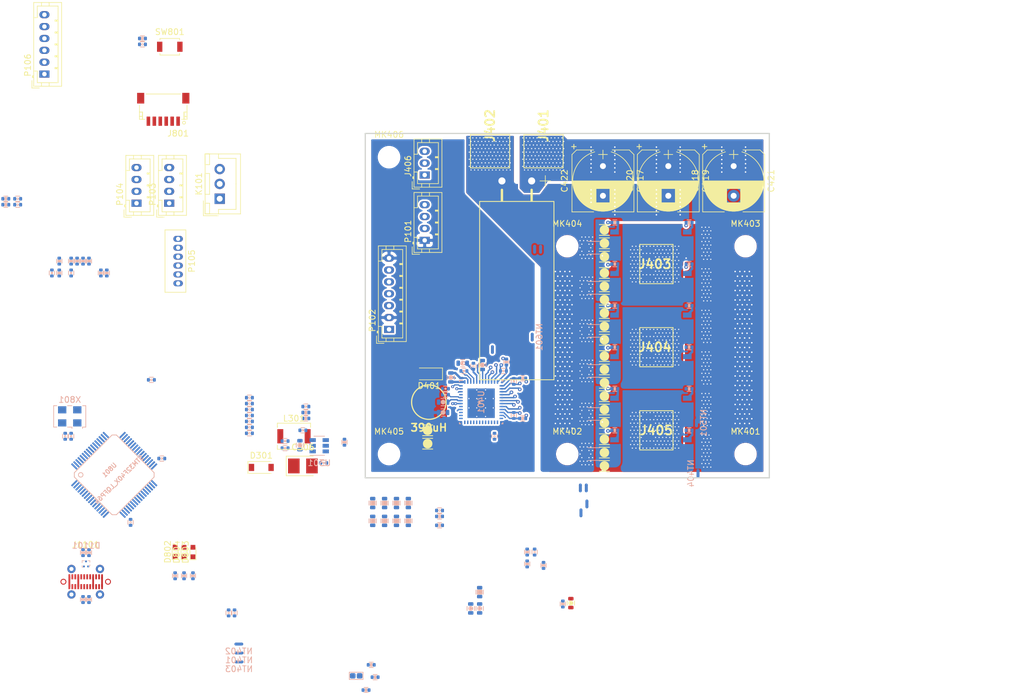
<source format=kicad_pcb>
(kicad_pcb (version 20171130) (host pcbnew "(5.1.4)-1")
  (layers (0 F.Cu signal) (1 In1.Cu power) (2 In2.Cu signal) (31 B.Cu power) (34 B.Paste user) (35 F.Paste user) (36 B.SilkS user) (37 F.SilkS user) (38 B.Mask user) (39 F.Mask user hide) (44 Edge.Cuts user))
  (net 0 "")
  (net 1 GND)
  (net 2 +3V3)
  (net 3 NRST)
  (net 4 SWDIO)
  (net 5 SWCLK)
  (net 6 "Net-(K101-Pad1)")
  (net 7 GNDD)
  (net 8 +BATT)
  (net 9 /drv_power_stage/buck_rcl)
  (net 10 "Net-(Q701-Pad2)")
  (net 11 "Net-(Q702-Pad2)")
  (net 12 "Net-(Q703-Pad2)")
  (net 13 "Net-(Q704-Pad2)")
  (net 14 GNDA)
  (net 15 /drv_power_stage/ENABLE)
  (net 16 /drv_power_stage/A_VSENSE)
  (net 17 /drv_power_stage/B_VSENSE)
  (net 18 /drv_power_stage/C_VSENSE)
  (net 19 "Net-(C201-Pad1)")
  (net 20 "Net-(C407-Pad2)")
  (net 21 /drv_power_stage/GDRV_VSENSE)
  (net 22 "Net-(K101-Pad2)")
  (net 23 /drv_power_stage/3.3_IREF)
  (net 24 /drv_power_stage/PHASE_B)
  (net 25 /drv_power_stage/PHASE_C)
  (net 26 /drv_power_stage/PHASE_A)
  (net 27 "Net-(Q601-Pad2)")
  (net 28 "Net-(Q602-Pad2)")
  (net 29 "Net-(Q603-Pad2)")
  (net 30 "Net-(Q604-Pad2)")
  (net 31 /drv_power_stage/DRV_SDO)
  (net 32 /drv_power_stage/A_ISENSE)
  (net 33 /drv_power_stage/B_ISENSE)
  (net 34 /drv_power_stage/C_ISENSE)
  (net 35 /Microcontroller/SERVO)
  (net 36 /Microcontroller/ADC_VBUS)
  (net 37 /Microcontroller/ADC_TEMP)
  (net 38 /Microcontroller/TEMP_MOTOR)
  (net 39 /drv_power_stage/power_phase_B/PR_SENSE)
  (net 40 /drv_power_stage/power_phase_B/NR_SENSE)
  (net 41 /drv_power_stage/power_phase_C/PR_SENSE)
  (net 42 /drv_power_stage/power_phase_C/NR_SENSE)
  (net 43 /drv_power_stage/power_phase_A/PR_SENSE)
  (net 44 /drv_power_stage/power_phase_A/NR_SENSE)
  (net 45 /Microcontroller/VCAP2)
  (net 46 /Microcontroller/VCAP1)
  (net 47 /drv_power_stage/power_phase_B/H_SWITCH)
  (net 48 /drv_power_stage/power_phase_C/H_SWITCH)
  (net 49 /drv_power_stage/power_phase_A/H_SWITCH)
  (net 50 /CAN_tranciever/CANH)
  (net 51 /CAN_tranciever/CANL)
  (net 52 /Microcontroller/BRAKE_SW)
  (net 53 /Microcontroller/ADC_BRAKE)
  (net 54 /Microcontroller/ADC_THROTTLE)
  (net 55 /Microcontroller/USART1_RX)
  (net 56 /Microcontroller/USART1_TX)
  (net 57 /Microcontroller/SCL_2)
  (net 58 /Microcontroller/SDA_2)
  (net 59 /Microcontroller/HALL_3)
  (net 60 /Microcontroller/HALL_2)
  (net 61 /Microcontroller/HALL_1)
  (net 62 /drv_power_stage/power_phase_B/PH_GND_LOW)
  (net 63 /drv_power_stage/power_phase_C/PH_GND_LOW)
  (net 64 /drv_power_stage/power_phase_A/PH_GND_LOW)
  (net 65 /Microcontroller/FAULT)
  (net 66 /drv_power_stage/power_phase_B/H_GATE)
  (net 67 /drv_power_stage/power_phase_B/L_GATE)
  (net 68 /drv_power_stage/power_phase_C/H_GATE)
  (net 69 /drv_power_stage/power_phase_C/L_GATE)
  (net 70 /drv_power_stage/power_phase_A/H_GATE)
  (net 71 /drv_power_stage/power_phase_A/L_GATE)
  (net 72 /Microcontroller/LED_GREEN)
  (net 73 /Microcontroller/LED_RED)
  (net 74 /Microcontroller/L3)
  (net 75 /Microcontroller/H3)
  (net 76 /Microcontroller/L2)
  (net 77 /Microcontroller/H2)
  (net 78 /Microcontroller/L1)
  (net 79 /Microcontroller/H1)
  (net 80 "Net-(C303-Pad2)")
  (net 81 "Net-(C303-Pad1)")
  (net 82 "Net-(C307-Pad2)")
  (net 83 "Net-(C407-Pad1)")
  (net 84 "Net-(C806-Pad1)")
  (net 85 "Net-(C808-Pad1)")
  (net 86 "Net-(D802-Pad1)")
  (net 87 "Net-(D803-Pad1)")
  (net 88 "Net-(D804-Pad1)")
  (net 89 "Net-(Q501-Pad2)")
  (net 90 "Net-(Q502-Pad2)")
  (net 91 "Net-(Q503-Pad2)")
  (net 92 "Net-(Q504-Pad2)")
  (net 93 "Net-(R301-Pad1)")
  (net 94 /drv_power_stage/vgls)
  (net 95 /drv_power_stage/dvdd)
  (net 96 /drv_power_stage/vdrain)
  (net 97 /drv_power_stage/vcp)
  (net 98 +15V)
  (net 99 /Microcontroller/BOOT_0)
  (net 100 /drv_power_stage/BK_VCC)
  (net 101 /drv_power_stage/BK_BST_C)
  (net 102 /drv_power_stage/BK_SW)
  (net 103 /drv_power_stage/BK_VOUT_RIPP)
  (net 104 /drv_power_stage/pwr_ctl)
  (net 105 /drv_power_stage/BK_RT_SD)
  (net 106 /drv_power_stage/pwr_ctl_g)
  (net 107 "/USB-C connector/D-")
  (net 108 "/USB-C connector/D+")
  (net 109 "Net-(J1101-PadA4)")
  (net 110 "Net-(J1101-PadA6)")
  (net 111 "Net-(J1101-PadB5)")
  (net 112 "Net-(J1101-PadA7)")
  (net 113 "Net-(J1101-PadA5)")
  (net 114 /drv_power_stage/sw_led)
  (net 115 /drv_power_stage/batt_pwr_ctl)
  (net 116 /drv_power_stage/power_phase_C/NR_SENSE_R)
  (net 117 /drv_power_stage/power_phase_B/NR_SENSE_R)
  (net 118 /drv_power_stage/power_phase_A/NR_SENSE_R)
  (module pkl_dipol:C_0603 (layer F.Cu) (at 136.6 181.1 90)
    (fp_text reference C416)
    (fp_text value 0.1uF)
    (pad 2 smd roundrect (at 0.75 0 90) (size 0.6 0.9) (layers F.Cu F.Paste F.Mask) (net 7 GNDD))
    (pad 1 smd roundrect (at -0.75 0 90) (size 0.6 0.9) (layers F.Cu F.Paste F.Mask) (net 115 /drv_power_stage/batt_pwr_ctl))
  )
  (module crf1:simple_jst-zh_1.5mm_unfinished (layer F.Cu) (at 70.5 123.5 90)
    (fp_text reference P105 (at 0 2.3 90) (layer F.SilkS))
    (fp_text value HALL/Encoder)
    (pad 6 thru_hole oval (at 3.75 0 90) (size 1 1.6) (drill 0.7) (layers *.Cu *.Mask) (net 2 +3V3))
    (pad 5 thru_hole oval (at 2.25 0 90) (size 1 1.6) (drill 0.7) (layers *.Cu *.Mask) (net 38 /Microcontroller/TEMP_MOTOR))
    (pad 4 thru_hole oval (at 0.75 0 90) (size 1 1.6) (drill 0.7) (layers *.Cu *.Mask) (net 61 /Microcontroller/HALL_1))
    (pad 3 thru_hole oval (at -0.75 0 90) (size 1 1.6) (drill 0.7) (layers *.Cu *.Mask) (net 60 /Microcontroller/HALL_2))
    (pad 2 thru_hole oval (at -2.25 0 90) (size 1 1.6) (drill 0.7) (layers *.Cu *.Mask) (net 59 /Microcontroller/HALL_3))
    (pad 1 thru_hole oval (at -3.75 0 90) (size 1 1.6) (drill 0.7) (layers *.Cu *.Mask) (net 1 GND))
  )
  (module Connectors_JST:JST_XH_B03B-XH-A_03x2.50mm_Straight (layer F.Cu) (at 77.5 113 90)
    (fp_text reference K101 (at 2.5 -3.5 90) (layer F.SilkS))
    (fp_text value SERVO)
    (pad 1 thru_hole rect (at 0 0 90) (size 1.75 1.75) (drill 1) (layers *.Cu *.Mask) (net 6 "Net-(K101-Pad1)"))
    (pad 2 thru_hole circle (at 2.5 0 90) (size 1.75 1.75) (drill 1) (layers *.Cu *.Mask) (net 22 "Net-(K101-Pad2)"))
    (pad 3 thru_hole circle (at 5 0 90) (size 1.75 1.75) (drill 1) (layers *.Cu *.Mask) (net 1 GND))
  )
  (module Connectors_JST:JST_PH_B3B-PH-K_03x2.00mm_Straight (layer F.Cu) (at 112 109 90)
    (fp_text reference J406 (at 1.5 -2.8 90) (layer F.SilkS))
    (fp_text value Conn_01x03)
    (pad 1 thru_hole rect (at 0 0 90) (size 1.2 1.7) (drill 0.75) (layers *.Cu *.Mask) (net 114 /drv_power_stage/sw_led))
    (pad 2 thru_hole oval (at 2 0 90) (size 1.2 1.7) (drill 0.75) (layers *.Cu *.Mask) (net 7 GNDD))
    (pad 3 thru_hole oval (at 4 0 90) (size 1.2 1.7) (drill 0.75) (layers *.Cu *.Mask) (net 104 /drv_power_stage/pwr_ctl))
  )
  (module pkl_dipol:R_0402 (layer B.Cu) (at 55.5 180.5 90)
    (fp_text reference R1104)
    (fp_text value 5.1k)
    (pad 2 smd roundrect (at 0.5 0 90) (size 0.5 0.6) (layers B.Cu B.Paste B.Mask) (net 1 GND))
    (pad 1 smd roundrect (at -0.5 0 90) (size 0.5 0.6) (layers B.Cu B.Paste B.Mask) (net 113 "Net-(J1101-PadA5)"))
  )
  (module pkl_dipol:R_0402 (layer B.Cu) (at 54.5 180.5 90)
    (fp_text reference R1103)
    (fp_text value 5.1k)
    (pad 2 smd roundrect (at 0.5 0 90) (size 0.5 0.6) (layers B.Cu B.Paste B.Mask) (net 1 GND))
    (pad 1 smd roundrect (at -0.5 0 90) (size 0.5 0.6) (layers B.Cu B.Paste B.Mask) (net 111 "Net-(J1101-PadB5)"))
  )
  (module pkl_dipol:R_0402 (layer B.Cu) (at 55.5 172.6 90)
    (fp_text reference R1102)
    (fp_text value 22R)
    (pad 2 smd roundrect (at 0.5 0 90) (size 0.5 0.6) (layers B.Cu B.Paste B.Mask) (net 110 "Net-(J1101-PadA6)"))
    (pad 1 smd roundrect (at -0.5 0 90) (size 0.5 0.6) (layers B.Cu B.Paste B.Mask) (net 108 "/USB-C connector/D+"))
  )
  (module pkl_dipol:R_0402 (layer B.Cu) (at 54.5 172.6 90)
    (fp_text reference R1101)
    (fp_text value 22R)
    (pad 2 smd roundrect (at 0.5 0 90) (size 0.5 0.6) (layers B.Cu B.Paste B.Mask) (net 112 "Net-(J1101-PadA7)"))
    (pad 1 smd roundrect (at -0.5 0 90) (size 0.5 0.6) (layers B.Cu B.Paste B.Mask) (net 107 "/USB-C connector/D-"))
  )
  (module pkl_connectors:USB_C_receptacle_vertical (layer F.Cu) (at 54.949999 177.499999)
    (fp_text reference J1101 (at 0 -6.25) (layer F.SilkS))
    (fp_text value USB_C_Receptacle)
    (pad "" np_thru_hole circle (at 3.75 0 180) (size 1 1) (drill 0.66) (layers F.Cu))
    (pad "" np_thru_hole circle (at -3.75 0) (size 1 1) (drill 0.66) (layers F.Cu))
    (pad 1 thru_hole circle (at -2.4 2.15) (size 1.4 1.4) (drill 0.7) (layers *.Cu *.Mask))
    (pad 1 thru_hole circle (at 2.4 -2.15) (size 1.4 1.4) (drill 0.7) (layers *.Cu *.Mask))
    (pad 1 thru_hole circle (at 2.4 2.15 180) (size 1.4 1.4) (drill 0.7) (layers *.Cu *.Mask))
    (pad B2 smd rect (at 2.25 0.83 180) (size 0.3 0.85) (layers F.Cu F.Paste F.Mask))
    (pad B3 smd rect (at 1.75 0.83 180) (size 0.3 0.85) (layers F.Cu F.Paste F.Mask))
    (pad B4 smd rect (at 1.25 0.83 180) (size 0.3 0.85) (layers F.Cu F.Paste F.Mask) (net 109 "Net-(J1101-PadA4)"))
    (pad B6 smd rect (at 0.25 0.83 180) (size 0.3 0.85) (layers F.Cu F.Paste F.Mask) (net 110 "Net-(J1101-PadA6)"))
    (pad B5 smd rect (at 0.75 0.83 180) (size 0.3 0.85) (layers F.Cu F.Paste F.Mask) (net 111 "Net-(J1101-PadB5)"))
    (pad B12 smd rect (at -2.75 0.83 180) (size 0.3 0.85) (layers F.Cu F.Paste F.Mask) (net 1 GND))
    (pad B11 smd rect (at -2.25 0.83 180) (size 0.3 0.85) (layers F.Cu F.Paste F.Mask))
    (pad B8 smd rect (at -0.75 0.83 180) (size 0.3 0.85) (layers F.Cu F.Paste F.Mask))
    (pad B10 smd rect (at -1.75 0.83 180) (size 0.3 0.85) (layers F.Cu F.Paste F.Mask))
    (pad B9 smd rect (at -1.25 0.83 180) (size 0.3 0.85) (layers F.Cu F.Paste F.Mask) (net 109 "Net-(J1101-PadA4)"))
    (pad B7 smd rect (at -0.25 0.83 180) (size 0.3 0.85) (layers F.Cu F.Paste F.Mask) (net 112 "Net-(J1101-PadA7)"))
    (pad B1 smd rect (at 2.75 0.83 180) (size 0.3 0.85) (layers F.Cu F.Paste F.Mask) (net 1 GND))
    (pad A8 smd rect (at 0.75 -0.83) (size 0.3 0.85) (layers F.Cu F.Paste F.Mask))
    (pad A9 smd rect (at 1.25 -0.83) (size 0.3 0.85) (layers F.Cu F.Paste F.Mask) (net 109 "Net-(J1101-PadA4)"))
    (pad A10 smd rect (at 1.75 -0.83) (size 0.3 0.85) (layers F.Cu F.Paste F.Mask))
    (pad A12 smd rect (at 2.75 -0.83) (size 0.3 0.85) (layers F.Cu F.Paste F.Mask) (net 1 GND))
    (pad A11 smd rect (at 2.25 -0.83) (size 0.3 0.85) (layers F.Cu F.Paste F.Mask))
    (pad A7 smd rect (at 0.25 -0.83) (size 0.3 0.85) (layers F.Cu F.Paste F.Mask) (net 112 "Net-(J1101-PadA7)"))
    (pad A6 smd rect (at -0.25 -0.83) (size 0.3 0.85) (layers F.Cu F.Paste F.Mask) (net 110 "Net-(J1101-PadA6)"))
    (pad A5 smd rect (at -0.75 -0.83) (size 0.3 0.85) (layers F.Cu F.Paste F.Mask) (net 113 "Net-(J1101-PadA5)"))
    (pad A4 smd rect (at -1.25 -0.83) (size 0.3 0.85) (layers F.Cu F.Paste F.Mask) (net 109 "Net-(J1101-PadA4)"))
    (pad A3 smd rect (at -1.75 -0.83) (size 0.3 0.85) (layers F.Cu F.Paste F.Mask))
    (pad A2 smd rect (at -2.25 -0.83) (size 0.3 0.85) (layers F.Cu F.Paste F.Mask))
    (pad A1 smd rect (at -2.75 -0.83) (size 0.3 0.85) (layers F.Cu F.Paste F.Mask) (net 1 GND))
    (pad 1 thru_hole circle (at -2.4 -2.15) (size 1.4 1.4) (drill 0.7) (layers *.Cu *.Mask))
  )
  (module digikey-footprints:SOT-3 (layer B.Cu) (at 55 174.5 180)
    (fp_text reference D1101 (at -0.025 3.075) (layer B.SilkS) (effects (justify mirror)))
    (fp_text value TPD2EUSB30DRTR)
    (pad 2 smd rect (at 0.35 -0.425 180) (size 0.3 0.3) (layers B.Cu B.Paste B.Mask) (net 107 "/USB-C connector/D-"))
    (pad 3 smd rect (at 0 0.425 180) (size 0.3 0.3) (layers B.Cu B.Paste B.Mask) (net 1 GND))
    (pad 1 smd rect (at -0.35 -0.425 180) (size 0.3 0.3) (layers B.Cu B.Paste B.Mask) (net 108 "/USB-C connector/D+"))
  )
  (module moxie-drive-custom:CP_Radial_D12.5mm_P5.00mm_horiz (layer F.Cu) (at 130 110 180)
    (fp_text reference C414)
    (fp_text value 560uF)
    (pad 1 thru_hole rect (at 0 0 180) (size 2.4 2.4) (drill 1.2) (layers *.Cu *.Mask) (net 8 +BATT))
    (pad 2 thru_hole circle (at 5 0 180) (size 2.4 2.4) (drill 1.2) (layers *.Cu *.Mask) (net 7 GNDD))
  )
  (module Buttons_Switches_SMD:SW_SPST_B3U-1000P (layer F.Cu) (at 69.1 87.4)
    (fp_text reference SW801 (at 0 -2.5) (layer F.SilkS))
    (fp_text value SW_Push)
    (pad 1 smd rect (at -1.7 0) (size 0.9 1.7) (layers F.Cu F.Paste F.Mask) (net 99 /Microcontroller/BOOT_0))
    (pad 2 smd rect (at 1.7 0) (size 0.9 1.7) (layers F.Cu F.Paste F.Mask) (net 2 +3V3))
  )
  (module pkl_dipol:R_0402 (layer B.Cu) (at 64.5 86 180)
    (fp_text reference R804)
    (fp_text value 10k)
    (pad 2 smd roundrect (at 0.5 0 180) (size 0.5 0.6) (layers B.Cu B.Paste B.Mask) (net 1 GND))
    (pad 1 smd roundrect (at -0.5 0 180) (size 0.5 0.6) (layers B.Cu B.Paste B.Mask) (net 99 /Microcontroller/BOOT_0))
  )
  (module pkl_dipol:R_0402 (layer B.Cu) (at 102.13 195.75)
    (fp_text reference R420)
    (fp_text value 100)
    (pad 2 smd roundrect (at 0.5 0) (size 0.5 0.6) (layers B.Cu B.Paste B.Mask) (net 98 +15V))
    (pad 1 smd roundrect (at -0.5 0) (size 0.5 0.6) (layers B.Cu B.Paste B.Mask) (net 114 /drv_power_stage/sw_led))
  )
  (module pkl_dipol:C_0402 (layer B.Cu) (at 64.5 87)
    (fp_text reference C813)
    (fp_text value 100n)
    (pad 2 smd roundrect (at 0.5 0) (size 0.5 0.6) (layers B.Cu B.Paste B.Mask) (net 99 /Microcontroller/BOOT_0))
    (pad 1 smd roundrect (at -0.5 0) (size 0.5 0.6) (layers B.Cu B.Paste B.Mask) (net 1 GND))
  )
  (module Diodes_SMD:D_SOD-123 (layer F.Cu) (at 84.5 158.25)
    (fp_text reference D301 (at 0 -2) (layer F.SilkS))
    (fp_text value 1.5KExxA)
    (pad 1 smd rect (at -1.65 0) (size 0.9 1.2) (layers F.Cu F.Paste F.Mask) (net 2 +3V3))
    (pad 2 smd rect (at 1.65 0) (size 0.9 1.2) (layers F.Cu F.Paste F.Mask) (net 1 GND))
  )
  (module Diodes_SMD:D_SOD-123 (layer F.Cu) (at 112.75 142.5 180)
    (fp_text reference D401 (at 0 -2) (layer F.SilkS))
    (fp_text value DFLS1100-7)
    (pad 1 smd rect (at -1.65 0 180) (size 0.9 1.2) (layers F.Cu F.Paste F.Mask) (net 102 /drv_power_stage/BK_SW))
    (pad 2 smd rect (at 1.65 0 180) (size 0.9 1.2) (layers F.Cu F.Paste F.Mask) (net 7 GNDD))
  )
  (module pkl_dipol:C_0603 (layer B.Cu) (at 119.75 182 270)
    (fp_text reference C413)
    (fp_text value 10uF)
    (pad 2 smd roundrect (at 0.75 0 270) (size 0.6 0.9) (layers B.Cu B.Paste B.Mask) (net 7 GNDD))
    (pad 1 smd roundrect (at -0.75 0 270) (size 0.6 0.9) (layers B.Cu B.Paste B.Mask) (net 98 +15V))
  )
  (module pkl_dipol:C_0402 (layer B.Cu) (at 120.2 141.2 90)
    (fp_text reference C403)
    (fp_text value 0.1uF)
    (pad 2 smd roundrect (at 0.5 0 90) (size 0.5 0.6) (layers B.Cu B.Paste B.Mask) (net 7 GNDD))
    (pad 1 smd roundrect (at -0.5 0 90) (size 0.5 0.6) (layers B.Cu B.Paste B.Mask) (net 98 +15V))
  )
  (module pkl_dipol:C_0603 (layer B.Cu) (at 121.25 182 270)
    (fp_text reference C402)
    (fp_text value 10uF)
    (pad 2 smd roundrect (at 0.75 0 270) (size 0.6 0.9) (layers B.Cu B.Paste B.Mask) (net 7 GNDD))
    (pad 1 smd roundrect (at -0.75 0 270) (size 0.6 0.9) (layers B.Cu B.Paste B.Mask) (net 98 +15V))
  )
  (module pkl_dipol:C_0603 (layer B.Cu) (at 118.4 140.7 180)
    (fp_text reference C401)
    (fp_text value 10uF)
    (pad 2 smd roundrect (at 0.75 0 180) (size 0.6 0.9) (layers B.Cu B.Paste B.Mask) (net 7 GNDD))
    (pad 1 smd roundrect (at -0.75 0 180) (size 0.6 0.9) (layers B.Cu B.Paste B.Mask) (net 98 +15V))
  )
  (module pkl_dipol:R_0402 (layer B.Cu) (at 103.655 193.575)
    (fp_text reference R419)
    (fp_text value 22k?)
    (pad 2 smd roundrect (at 0.5 0) (size 0.5 0.6) (layers B.Cu B.Paste B.Mask) (net 104 /drv_power_stage/pwr_ctl))
    (pad 1 smd roundrect (at -0.5 0) (size 0.5 0.6) (layers B.Cu B.Paste B.Mask) (net 106 /drv_power_stage/pwr_ctl_g))
  )
  (module pkl_dipol:R_0402 (layer B.Cu) (at 103 191.5)
    (fp_text reference R418)
    (fp_text value 10k)
    (pad 2 smd roundrect (at 0.5 0) (size 0.5 0.6) (layers B.Cu B.Paste B.Mask) (net 106 /drv_power_stage/pwr_ctl_g))
    (pad 1 smd roundrect (at -0.5 0) (size 0.5 0.6) (layers B.Cu B.Paste B.Mask) (net 8 +BATT))
  )
  (module pkl_jumpers:J_0603 (layer B.Cu) (at 100.465 193.35)
    (fp_text reference JP401)
    (fp_text value pwr_ctl_byp)
    (pad 2 smd roundrect (at 0.575 0) (size 0.95 0.9) (layers B.Cu B.Mask) (net 115 /drv_power_stage/batt_pwr_ctl))
    (pad 1 smd roundrect (at -0.575 0) (size 0.95 0.9) (layers B.Cu B.Mask) (net 8 +BATT))
  )
  (module pkl_dipol:C_1206 (layer F.Cu) (at 112.5 152 180)
    (fp_text reference C425)
    (fp_text value "1uF ")
    (pad 2 smd roundrect (at 1.45 0 180) (size 0.9 1.6) (layers F.Cu F.Paste F.Mask) (net 7 GNDD))
    (pad 1 smd roundrect (at -1.45 0 180) (size 0.9 1.6) (layers F.Cu F.Paste F.Mask) (net 8 +BATT))
  )
  (module pkl_dipol:C_1206 (layer F.Cu) (at 112.5 154.25 180)
    (fp_text reference C424)
    (fp_text value "1uF ")
    (pad 2 smd roundrect (at 1.45 0 180) (size 0.9 1.6) (layers F.Cu F.Paste F.Mask) (net 7 GNDD))
    (pad 1 smd roundrect (at -1.45 0 180) (size 0.9 1.6) (layers F.Cu F.Paste F.Mask) (net 8 +BATT))
  )
  (module pkl_dipol:C_1206 (layer F.Cu) (at 142.25 122.75 180)
    (fp_text reference C707)
    (fp_text value "1uF ")
    (pad 2 smd roundrect (at 1.45 0 180) (size 0.9 1.6) (layers F.Cu F.Paste F.Mask) (net 7 GNDD))
    (pad 1 smd roundrect (at -1.45 0 180) (size 0.9 1.6) (layers F.Cu F.Paste F.Mask) (net 8 +BATT))
  )
  (module pkl_dipol:C_1206 (layer F.Cu) (at 142.25 125.5 180)
    (fp_text reference C705)
    (fp_text value "1uF ")
    (pad 2 smd roundrect (at 1.45 0 180) (size 0.9 1.6) (layers F.Cu F.Paste F.Mask) (net 7 GNDD))
    (pad 1 smd roundrect (at -1.45 0 180) (size 0.9 1.6) (layers F.Cu F.Paste F.Mask) (net 8 +BATT))
  )
  (module pkl_dipol:C_1206 (layer F.Cu) (at 142.25 136.75 180)
    (fp_text reference C607)
    (fp_text value "1uF ")
    (pad 2 smd roundrect (at 1.45 0 180) (size 0.9 1.6) (layers F.Cu F.Paste F.Mask) (net 7 GNDD))
    (pad 1 smd roundrect (at -1.45 0 180) (size 0.9 1.6) (layers F.Cu F.Paste F.Mask) (net 8 +BATT))
  )
  (module pkl_dipol:C_1206 (layer F.Cu) (at 142.25 139.5 180)
    (fp_text reference C605)
    (fp_text value "1uF ")
    (pad 2 smd roundrect (at 1.45 0 180) (size 0.9 1.6) (layers F.Cu F.Paste F.Mask) (net 7 GNDD))
    (pad 1 smd roundrect (at -1.45 0 180) (size 0.9 1.6) (layers F.Cu F.Paste F.Mask) (net 8 +BATT))
  )
  (module pkl_dipol:C_1206 (layer F.Cu) (at 142.25 150.75 180)
    (fp_text reference C507)
    (fp_text value "1uF ")
    (pad 2 smd roundrect (at 1.45 0 180) (size 0.9 1.6) (layers F.Cu F.Paste F.Mask) (net 7 GNDD))
    (pad 1 smd roundrect (at -1.45 0 180) (size 0.9 1.6) (layers F.Cu F.Paste F.Mask) (net 8 +BATT))
  )
  (module pkl_dipol:C_1206 (layer F.Cu) (at 142.25 153.5 180)
    (fp_text reference C505)
    (fp_text value "1uF ")
    (pad 2 smd roundrect (at 1.45 0 180) (size 0.9 1.6) (layers F.Cu F.Paste F.Mask) (net 7 GNDD))
    (pad 1 smd roundrect (at -1.45 0 180) (size 0.9 1.6) (layers F.Cu F.Paste F.Mask) (net 8 +BATT))
  )
  (module Mounting_Holes:MountingHole_3.2mm_M3_DIN965 (layer F.Cu) (at 106 106)
    (fp_text reference MK406 (at 0 -3.8) (layer F.SilkS))
    (fp_text value Mounting_Hole)
    (pad 1 np_thru_hole circle (at 0 0) (size 3.2 3.2) (drill 3.2) (layers *.Cu *.Mask))
  )
  (module Mounting_Holes:MountingHole_3.2mm_M3_DIN965 (layer F.Cu) (at 106 156)
    (fp_text reference MK405 (at 0 -3.8) (layer F.SilkS))
    (fp_text value Mounting_Hole)
    (pad 1 np_thru_hole circle (at 0 0) (size 3.2 3.2) (drill 3.2) (layers *.Cu *.Mask))
  )
  (module Mounting_Holes:MountingHole_3.2mm_M3_DIN965 (layer F.Cu) (at 136 121)
    (fp_text reference MK404 (at 0 -3.8) (layer F.SilkS))
    (fp_text value Mounting_Hole)
    (pad 1 np_thru_hole circle (at 0 0) (size 3.2 3.2) (drill 3.2) (layers *.Cu *.Mask))
  )
  (module Mounting_Holes:MountingHole_3.2mm_M3_DIN965 (layer F.Cu) (at 166 121)
    (fp_text reference MK403 (at 0 -3.8) (layer F.SilkS))
    (fp_text value Mounting_Hole)
    (pad 1 np_thru_hole circle (at 0 0) (size 3.2 3.2) (drill 3.2) (layers *.Cu *.Mask))
  )
  (module Mounting_Holes:MountingHole_3.2mm_M3_DIN965 (layer F.Cu) (at 136 156)
    (fp_text reference MK402 (at 0 -3.8) (layer F.SilkS))
    (fp_text value Mounting_Hole)
    (pad 1 np_thru_hole circle (at 0 0) (size 3.2 3.2) (drill 3.2) (layers *.Cu *.Mask))
  )
  (module Mounting_Holes:MountingHole_3.2mm_M3_DIN965 (layer F.Cu) (at 166 156)
    (fp_text reference MK401 (at 0 -3.8) (layer F.SilkS))
    (fp_text value Mounting_Hole)
    (pad 1 np_thru_hole circle (at 0 0) (size 3.2 3.2) (drill 3.2) (layers *.Cu *.Mask))
  )
  (module Capacitors_THT:CP_Radial_D10.0mm_P5.00mm (layer F.Cu) (at 164 107.5 270)
    (fp_text reference C421 (at 2.5 -6.31 90) (layer F.SilkS))
    (fp_text value 56uF)
    (pad 1 thru_hole rect (at 0 0 270) (size 2 2) (drill 1) (layers *.Cu *.Mask) (net 8 +BATT))
    (pad 2 thru_hole circle (at 5 0 270) (size 2 2) (drill 1) (layers *.Cu *.Mask) (net 7 GNDD))
  )
  (module Capacitors_THT:CP_Radial_D10.0mm_P5.00mm (layer F.Cu) (at 153 107.5 270)
    (fp_text reference C419 (at 2.5 -6.31 90) (layer F.SilkS))
    (fp_text value 56uF)
    (pad 1 thru_hole rect (at 0 0 270) (size 2 2) (drill 1) (layers *.Cu *.Mask) (net 8 +BATT))
    (pad 2 thru_hole circle (at 5 0 270) (size 2 2) (drill 1) (layers *.Cu *.Mask) (net 7 GNDD))
  )
  (module Capacitors_THT:CP_Radial_D10.0mm_P5.00mm (layer F.Cu) (at 142 107.5 270)
    (fp_text reference C417 (at 2.5 -6.31 90) (layer F.SilkS))
    (fp_text value 56uF)
    (pad 1 thru_hole rect (at 0 0 270) (size 2 2) (drill 1) (layers *.Cu *.Mask) (net 8 +BATT))
    (pad 2 thru_hole circle (at 5 0 270) (size 2 2) (drill 1) (layers *.Cu *.Mask) (net 7 GNDD))
  )
  (module NetTie:NetTie-2_SMD_Pad0.5mm (layer B.Cu) (at 158 159.25 270)
    (fp_text reference NT404 (at 0 1.2 90) (layer B.SilkS) (effects (justify mirror)))
    (fp_text value Net-Tie_2)
    (fp_poly (pts (xy -0.5 0.25) (xy 0.5 0.25) (xy 0.5 -0.25) (xy -0.5 -0.25)) (layer B.Cu) (width 0))
    (pad 1 smd circle (at -0.5 0 270) (size 0.5 0.5) (layers B.Cu) (net 8 +BATT))
    (pad 2 smd circle (at 0.5 0 270) (size 0.5 0.5) (layers B.Cu) (net 96 /drv_power_stage/vdrain))
  )
  (module crf1:inductor_smd_5.8mmx4.8hmm (layer F.Cu) (at 112.69914 147.25 180)
    (fp_text reference L401 hide)
    (fp_text value 390uH (at 0 -4.30022) (layer F.SilkS) (effects (font (size 1.27 1.27) (thickness 0.254))))
    (pad 1 smd rect (at 1.80086 0 180) (size 2.49936 5.99948) (layers F.Cu F.Paste F.Mask) (net 103 /drv_power_stage/BK_VOUT_RIPP))
    (pad 2 smd rect (at -1.80086 0 180) (size 2.49936 5.99948) (layers F.Cu F.Paste F.Mask) (net 102 /drv_power_stage/BK_SW))
  )
  (module crf1:1PAD_6x5mm (layer F.Cu) (at 151 152 90)
    (fp_text reference J405 (at 0 0 180) (layer F.SilkS) (effects (font (size 1.524 1.524) (thickness 0.3048))))
    (fp_text value C hide)
    (pad 1 smd rect (at 0 0 90) (size 6 5) (layers F.Cu F.Paste F.Mask) (net 25 /drv_power_stage/PHASE_C))
  )
  (module crf1:1PAD_6x5mm (layer F.Cu) (at 151 138 90)
    (fp_text reference J404 (at 0 -0.25 180) (layer F.SilkS) (effects (font (size 1.524 1.524) (thickness 0.3048))))
    (fp_text value B hide)
    (pad 1 smd rect (at 0 0 90) (size 6 5) (layers F.Cu F.Paste F.Mask) (net 24 /drv_power_stage/PHASE_B))
  )
  (module crf1:1PAD_6x5mm (layer F.Cu) (at 151 124 90)
    (fp_text reference J403 (at 0 -0.25 180) (layer F.SilkS) (effects (font (size 1.524 1.524) (thickness 0.3048))))
    (fp_text value A hide)
    (pad 1 smd rect (at 0 0 90) (size 6 5) (layers F.Cu F.Paste F.Mask) (net 26 /drv_power_stage/PHASE_A))
  )
  (module crf1:1PAD_6x5mm (layer F.Cu) (at 123 105)
    (fp_text reference J402 (at 0 -4.3 270) (layer F.SilkS) (effects (font (size 1.524 1.524) (thickness 0.3048))))
    (fp_text value Gnd hide)
    (pad 1 smd rect (at 0 0) (size 6 5) (layers F.Cu F.Paste F.Mask) (net 7 GNDD))
  )
  (module crf1:1PAD_6x5mm (layer F.Cu) (at 132 105)
    (fp_text reference J401 (at 0 -4.3 270) (layer F.SilkS) (effects (font (size 1.524 1.524) (thickness 0.3048))))
    (fp_text value +Vbat hide)
    (pad 1 smd rect (at 0 0) (size 6 5) (layers F.Cu F.Paste F.Mask) (net 8 +BATT))
  )
  (module Capacitors_SMD:CP_Elec_10x10.5 (layer F.Cu) (at 164 110 270)
    (fp_text reference C418 (at 0 6.46 90) (layer F.SilkS))
    (fp_text value 20uF)
    (fp_text user + (at -5.78 4.97 90) (layer F.SilkS))
    (pad 1 smd rect (at -4 0 90) (size 4 2.5) (layers F.Cu F.Paste F.Mask) (net 8 +BATT))
    (pad 2 smd rect (at 4 0 90) (size 4 2.5) (layers F.Cu F.Paste F.Mask) (net 7 GNDD))
  )
  (module pkl_dipol:C_0402 (layer B.Cu) (at 123.75 153 270)
    (fp_text reference C406)
    (fp_text value 0.1uF)
    (pad 1 smd roundrect (at -0.5 0 270) (size 0.5 0.6) (layers B.Cu B.Paste B.Mask) (net 23 /drv_power_stage/3.3_IREF))
    (pad 2 smd roundrect (at 0.5 0 270) (size 0.5 0.6) (layers B.Cu B.Paste B.Mask) (net 14 GNDA))
  )
  (module pkl_dipol:C_0603 (layer B.Cu) (at 115.1 147.25 180)
    (fp_text reference C404)
    (fp_text value 0.1uF)
    (pad 1 smd roundrect (at -0.75 0 180) (size 0.6 0.9) (layers B.Cu B.Paste B.Mask) (net 8 +BATT))
    (pad 2 smd roundrect (at 0.75 0 180) (size 0.6 0.9) (layers B.Cu B.Paste B.Mask) (net 7 GNDD))
  )
  (module Capacitors_SMD:CP_Elec_10x10.5 (layer F.Cu) (at 142 110 270)
    (fp_text reference C422 (at 0 6.46 90) (layer F.SilkS))
    (fp_text value 20uF)
    (fp_text user + (at -5.78 4.97 90) (layer F.SilkS))
    (pad 1 smd rect (at -4 0 90) (size 4 2.5) (layers F.Cu F.Paste F.Mask) (net 8 +BATT))
    (pad 2 smd rect (at 4 0 90) (size 4 2.5) (layers F.Cu F.Paste F.Mask) (net 7 GNDD))
  )
  (module Capacitors_SMD:CP_Elec_10x10.5 (layer F.Cu) (at 153 110 270)
    (fp_text reference C420 (at 0 6.46 90) (layer F.SilkS))
    (fp_text value 20uF)
    (fp_text user + (at -5.78 4.97 90) (layer F.SilkS))
    (pad 1 smd rect (at -4 0 90) (size 4 2.5) (layers F.Cu F.Paste F.Mask) (net 8 +BATT))
    (pad 2 smd rect (at 4 0 90) (size 4 2.5) (layers F.Cu F.Paste F.Mask) (net 7 GNDD))
  )
  (module pkl_dipol:R_0402 (layer B.Cu) (at 92 150 180)
    (fp_text reference R303)
    (fp_text value "10k 0.1%")
    (pad 2 smd roundrect (at 0.5 0 180) (size 0.5 0.6) (layers B.Cu B.Paste B.Mask) (net 1 GND))
    (pad 1 smd roundrect (at -0.5 0 180) (size 0.5 0.6) (layers B.Cu B.Paste B.Mask) (net 82 "Net-(C307-Pad2)"))
  )
  (module pkl_dipol:R_0402 (layer B.Cu) (at 92 149)
    (fp_text reference R302)
    (fp_text value "R33.2k 0.1%")
    (pad 2 smd roundrect (at 0.5 0) (size 0.5 0.6) (layers B.Cu B.Paste B.Mask) (net 82 "Net-(C307-Pad2)"))
    (pad 1 smd roundrect (at -0.5 0) (size 0.5 0.6) (layers B.Cu B.Paste B.Mask) (net 2 +3V3))
  )
  (module pkl_dipol:R_0402 (layer B.Cu) (at 98.5 154 90)
    (fp_text reference R301)
    (fp_text value 1k)
    (pad 2 smd roundrect (at 0.5 0 90) (size 0.5 0.6) (layers B.Cu B.Paste B.Mask) (net 98 +15V))
    (pad 1 smd roundrect (at -0.5 0 90) (size 0.5 0.6) (layers B.Cu B.Paste B.Mask) (net 93 "Net-(R301-Pad1)"))
  )
  (module Inductors_SMD:L_Neosid_Ms42 (layer F.Cu) (at 90 153)
    (fp_text reference L301 (at 0 -3) (layer F.SilkS))
    (fp_text value 3.3uH)
    (pad 1 smd rect (at -2.3 0) (size 1 2.4) (layers F.Cu F.Paste F.Mask) (net 2 +3V3))
    (pad 2 smd rect (at 2.3 0) (size 1 2.4) (layers F.Cu F.Paste F.Mask) (net 81 "Net-(C303-Pad1)"))
  )
  (module pkl_dipol:C_0402 (layer B.Cu) (at 114.5 165.5)
    (fp_text reference C423)
    (fp_text value 100nf)
    (pad 2 smd roundrect (at 0.5 0) (size 0.5 0.6) (layers B.Cu B.Paste B.Mask) (net 14 GNDA))
    (pad 1 smd roundrect (at -0.5 0) (size 0.5 0.6) (layers B.Cu B.Paste B.Mask) (net 37 /Microcontroller/ADC_TEMP))
  )
  (module pkl_dipol:C_0402 (layer B.Cu) (at 92 148)
    (fp_text reference C307)
    (fp_text value NP)
    (pad 2 smd roundrect (at 0.5 0) (size 0.5 0.6) (layers B.Cu B.Paste B.Mask) (net 82 "Net-(C307-Pad2)"))
    (pad 1 smd roundrect (at -0.5 0) (size 0.5 0.6) (layers B.Cu B.Paste B.Mask) (net 2 +3V3))
  )
  (module pkl_dipol:C_0402 (layer B.Cu) (at 88.5 155)
    (fp_text reference C305)
    (fp_text value 2.2uf)
    (pad 2 smd roundrect (at 0.5 0) (size 0.5 0.6) (layers B.Cu B.Paste B.Mask) (net 1 GND))
    (pad 1 smd roundrect (at -0.5 0) (size 0.5 0.6) (layers B.Cu B.Paste B.Mask) (net 2 +3V3))
  )
  (module pkl_dipol:C_0402 (layer B.Cu) (at 88.5 153.815)
    (fp_text reference C304)
    (fp_text value 100nf)
    (pad 2 smd roundrect (at 0.5 0) (size 0.5 0.6) (layers B.Cu B.Paste B.Mask) (net 1 GND))
    (pad 1 smd roundrect (at -0.5 0) (size 0.5 0.6) (layers B.Cu B.Paste B.Mask) (net 2 +3V3))
  )
  (module pkl_dipol:C_0402 (layer B.Cu) (at 95 157.5)
    (fp_text reference C303)
    (fp_text value 100nf)
    (pad 2 smd roundrect (at 0.5 0) (size 0.5 0.6) (layers B.Cu B.Paste B.Mask) (net 80 "Net-(C303-Pad2)"))
    (pad 1 smd roundrect (at -0.5 0) (size 0.5 0.6) (layers B.Cu B.Paste B.Mask) (net 81 "Net-(C303-Pad1)"))
  )
  (module pkl_dipol:C_0402 (layer B.Cu) (at 91.5 152)
    (fp_text reference C302)
    (fp_text value 100nf)
    (pad 2 smd roundrect (at 0.5 0) (size 0.5 0.6) (layers B.Cu B.Paste B.Mask) (net 1 GND))
    (pad 1 smd roundrect (at -0.5 0) (size 0.5 0.6) (layers B.Cu B.Paste B.Mask) (net 98 +15V))
  )
  (module pkl_dipol:C_0603 (layer B.Cu) (at 91 154.5 270)
    (fp_text reference C301)
    (fp_text value 10uf)
    (pad 2 smd roundrect (at 0.75 0 270) (size 0.6 0.9) (layers B.Cu B.Paste B.Mask) (net 1 GND))
    (pad 1 smd roundrect (at -0.75 0 270) (size 0.6 0.9) (layers B.Cu B.Paste B.Mask) (net 98 +15V))
  )
  (module Connectors_JST:JST_PH_B4B-PH-K_04x2.00mm_Straight (layer F.Cu) (at 63.5 113.75 90)
    (fp_text reference P104 (at 1.5 -2.8 90) (layer F.SilkS))
    (fp_text value I2C)
    (pad 1 thru_hole rect (at 0 0 90) (size 1.2 1.7) (drill 0.75) (layers *.Cu *.Mask) (net 57 /Microcontroller/SCL_2))
    (pad 2 thru_hole oval (at 2 0 90) (size 1.2 1.7) (drill 0.75) (layers *.Cu *.Mask) (net 58 /Microcontroller/SDA_2))
    (pad 3 thru_hole oval (at 4 0 90) (size 1.2 1.7) (drill 0.75) (layers *.Cu *.Mask) (net 2 +3V3))
    (pad 4 thru_hole oval (at 6 0 90) (size 1.2 1.7) (drill 0.75) (layers *.Cu *.Mask) (net 1 GND))
  )
  (module Resistors_SMD:R_1206 (layer B.Cu) (at 140.5 121.25 180)
    (fp_text reference R707 hide)
    (fp_text value 1mΩ hide)
    (pad 1 smd rect (at -1.45 0 180) (size 0.9 1.7) (layers B.Cu B.Paste B.Mask) (net 64 /drv_power_stage/power_phase_A/PH_GND_LOW))
    (pad 2 smd rect (at 1.45 0 180) (size 0.9 1.7) (layers B.Cu B.Paste B.Mask) (net 7 GNDD))
  )
  (module Resistors_SMD:R_1206 (layer B.Cu) (at 140.5 128 180)
    (fp_text reference R706 hide)
    (fp_text value 1mΩ hide)
    (pad 1 smd rect (at -1.45 0 180) (size 0.9 1.7) (layers B.Cu B.Paste B.Mask) (net 64 /drv_power_stage/power_phase_A/PH_GND_LOW))
    (pad 2 smd rect (at 1.45 0 180) (size 0.9 1.7) (layers B.Cu B.Paste B.Mask) (net 7 GNDD))
  )
  (module Resistors_SMD:R_1206 (layer B.Cu) (at 140.5 135.25 180)
    (fp_text reference R607 hide)
    (fp_text value 1mΩ hide)
    (pad 1 smd rect (at -1.45 0 180) (size 0.9 1.7) (layers B.Cu B.Paste B.Mask) (net 62 /drv_power_stage/power_phase_B/PH_GND_LOW))
    (pad 2 smd rect (at 1.45 0 180) (size 0.9 1.7) (layers B.Cu B.Paste B.Mask) (net 7 GNDD))
  )
  (module Resistors_SMD:R_1206 (layer B.Cu) (at 140.5 142 180)
    (fp_text reference R606 hide)
    (fp_text value 1mΩ hide)
    (pad 1 smd rect (at -1.45 0 180) (size 0.9 1.7) (layers B.Cu B.Paste B.Mask) (net 62 /drv_power_stage/power_phase_B/PH_GND_LOW))
    (pad 2 smd rect (at 1.45 0 180) (size 0.9 1.7) (layers B.Cu B.Paste B.Mask) (net 7 GNDD))
  )
  (module Resistors_SMD:R_1206 (layer B.Cu) (at 140.5 149.25 180)
    (fp_text reference R507 hide)
    (fp_text value 1mΩ hide)
    (pad 1 smd rect (at -1.45 0 180) (size 0.9 1.7) (layers B.Cu B.Paste B.Mask) (net 63 /drv_power_stage/power_phase_C/PH_GND_LOW))
    (pad 2 smd rect (at 1.45 0 180) (size 0.9 1.7) (layers B.Cu B.Paste B.Mask) (net 7 GNDD))
  )
  (module Resistors_SMD:R_1206 (layer B.Cu) (at 140.5 156 180)
    (fp_text reference R506 hide)
    (fp_text value 1mΩ hide)
    (pad 1 smd rect (at -1.45 0 180) (size 0.9 1.7) (layers B.Cu B.Paste B.Mask) (net 63 /drv_power_stage/power_phase_C/PH_GND_LOW))
    (pad 2 smd rect (at 1.45 0 180) (size 0.9 1.7) (layers B.Cu B.Paste B.Mask) (net 7 GNDD))
  )
  (module NetTie:NetTie-2_SMD_Pad0.5mm (layer B.Cu) (at 131.5 121.5 90)
    (fp_text reference NT703 hide)
    (fp_text value Net-Tie_2 hide)
    (fp_poly (pts (xy -0.5 0.25) (xy 0.5 0.25) (xy 0.5 -0.25) (xy -0.5 -0.25)) (layer B.Cu) (width 0))
    (pad 2 smd circle (at 0.5 0 90) (size 0.5 0.5) (layers B.Cu) (net 7 GNDD))
    (pad 1 smd circle (at -0.5 0 90) (size 0.5 0.5) (layers B.Cu) (net 118 /drv_power_stage/power_phase_A/NR_SENSE_R))
  )
  (module NetTie:NetTie-2_SMD_Pad0.5mm (layer B.Cu) (at 130.5 121.5 90)
    (fp_text reference NT702 hide)
    (fp_text value Net-Tie_2 hide)
    (fp_poly (pts (xy -0.5 0.25) (xy 0.5 0.25) (xy 0.5 -0.25) (xy -0.5 -0.25)) (layer B.Cu) (width 0))
    (pad 2 smd circle (at 0.5 0 90) (size 0.5 0.5) (layers B.Cu) (net 64 /drv_power_stage/power_phase_A/PH_GND_LOW))
    (pad 1 smd circle (at -0.5 0 90) (size 0.5 0.5) (layers B.Cu) (net 43 /drv_power_stage/power_phase_A/PR_SENSE))
  )
  (module NetTie:NetTie-2_SMD_Pad0.5mm (layer B.Cu) (at 139.3 164.4 90)
    (fp_text reference NT603 hide)
    (fp_text value Net-Tie_2 hide)
    (fp_poly (pts (xy -0.5 0.25) (xy 0.5 0.25) (xy 0.5 -0.25) (xy -0.5 -0.25)) (layer B.Cu) (width 0))
    (pad 2 smd circle (at 0.5 0 90) (size 0.5 0.5) (layers B.Cu) (net 7 GNDD))
    (pad 1 smd circle (at -0.5 0 90) (size 0.5 0.5) (layers B.Cu) (net 117 /drv_power_stage/power_phase_B/NR_SENSE_R))
  )
  (module NetTie:NetTie-2_SMD_Pad0.5mm (layer B.Cu) (at 138.3 165.9 90)
    (fp_text reference NT602 hide)
    (fp_text value Net-Tie_2 hide)
    (fp_poly (pts (xy -0.5 0.25) (xy 0.5 0.25) (xy 0.5 -0.25) (xy -0.5 -0.25)) (layer B.Cu) (width 0))
    (pad 2 smd circle (at 0.5 0 90) (size 0.5 0.5) (layers B.Cu) (net 62 /drv_power_stage/power_phase_B/PH_GND_LOW))
    (pad 1 smd circle (at -0.5 0 90) (size 0.5 0.5) (layers B.Cu) (net 39 /drv_power_stage/power_phase_B/PR_SENSE))
  )
  (module NetTie:NetTie-2_SMD_Pad0.5mm (layer B.Cu) (at 138.2 161.7 90)
    (fp_text reference NT503 hide)
    (fp_text value Net-Tie_2 hide)
    (fp_poly (pts (xy -0.5 0.25) (xy 0.5 0.25) (xy 0.5 -0.25) (xy -0.5 -0.25)) (layer B.Cu) (width 0))
    (pad 2 smd circle (at 0.5 0 90) (size 0.5 0.5) (layers B.Cu) (net 7 GNDD))
    (pad 1 smd circle (at -0.5 0 90) (size 0.5 0.5) (layers B.Cu) (net 116 /drv_power_stage/power_phase_C/NR_SENSE_R))
  )
  (module NetTie:NetTie-2_SMD_Pad0.5mm (layer B.Cu) (at 139.2 161.7 90)
    (fp_text reference NT502 hide)
    (fp_text value Net-Tie_2 hide)
    (fp_poly (pts (xy -0.5 0.25) (xy 0.5 0.25) (xy 0.5 -0.25) (xy -0.5 -0.25)) (layer B.Cu) (width 0))
    (pad 2 smd circle (at 0.5 0 90) (size 0.5 0.5) (layers B.Cu) (net 63 /drv_power_stage/power_phase_C/PH_GND_LOW))
    (pad 1 smd circle (at -0.5 0 90) (size 0.5 0.5) (layers B.Cu) (net 41 /drv_power_stage/power_phase_C/PR_SENSE))
  )
  (module pkl_dipol:R_0402 (layer B.Cu) (at 144 124 180)
    (fp_text reference R705)
    (fp_text value 5Ω)
    (pad 1 smd roundrect (at -0.5 0 180) (size 0.5 0.6) (layers B.Cu B.Paste B.Mask) (net 13 "Net-(Q704-Pad2)"))
    (pad 2 smd roundrect (at 0.5 0 180) (size 0.5 0.6) (layers B.Cu B.Paste B.Mask) (net 71 /drv_power_stage/power_phase_A/L_GATE))
  )
  (module Oscillators:Oscillator_SMD_EuroQuartz_XO53-4pin_5.0x3.2mm (layer B.Cu) (at 52.26 149.65 180)
    (fp_text reference X801 (at 0 2.8) (layer B.SilkS) (effects (justify mirror)))
    (fp_text value "8MHz 10ppm")
    (pad 1 smd rect (at -1.27 -1.1 180) (size 1.4 1.2) (layers B.Cu B.Paste B.Mask) (net 84 "Net-(C806-Pad1)"))
    (pad 2 smd rect (at 1.27 -1.1 180) (size 1.4 1.2) (layers B.Cu B.Paste B.Mask) (net 85 "Net-(C808-Pad1)"))
    (pad 3 smd rect (at 1.27 1.1 180) (size 1.4 1.2) (layers B.Cu B.Paste B.Mask) (net 1 GND))
    (pad 4 smd rect (at -1.27 1.1 180) (size 1.4 1.2) (layers B.Cu B.Paste B.Mask))
  )
  (module crf1:lqfp64_pad_mod (layer B.Cu) (at 59.75 159.5 45)
    (fp_text reference U801 (at 0 -1.143 45) (layer B.SilkS) (effects (font (size 0.7493 0.7493) (thickness 0.14986)) (justify mirror)))
    (fp_text value STM32F40X_LQFP64 (at 0 1.143 45) (layer B.SilkS) (effects (font (size 0.7493 0.7493) (thickness 0.14986)) (justify mirror)))
    (pad 64 smd rect (at -5.75056 -3.74904 45) (size 1.30048 0.3) (layers B.Cu B.Paste B.Mask) (net 2 +3V3))
    (pad 63 smd rect (at -5.75056 -3.2512 45) (size 1.30048 0.3) (layers B.Cu B.Paste B.Mask) (net 1 GND))
    (pad 62 smd rect (at -5.75056 -2.75082 45) (size 1.30048 0.3) (layers B.Cu B.Paste B.Mask))
    (pad 61 smd rect (at -5.75056 -2.25044 45) (size 1.30048 0.3) (layers B.Cu B.Paste B.Mask))
    (pad 60 smd rect (at -5.75056 -1.75006 45) (size 1.30048 0.3) (layers B.Cu B.Paste B.Mask) (net 99 /Microcontroller/BOOT_0))
    (pad 48 smd rect (at -3.74904 5.75056 45) (size 0.3 1.30048) (layers B.Cu B.Paste B.Mask) (net 2 +3V3))
    (pad 47 smd rect (at -3.2512 5.75056 45) (size 0.3 1.30048) (layers B.Cu B.Paste B.Mask) (net 45 /Microcontroller/VCAP2))
    (pad 46 smd rect (at -2.75082 5.75056 45) (size 0.3 1.30048) (layers B.Cu B.Paste B.Mask) (net 4 SWDIO))
    (pad 45 smd rect (at -2.25044 5.75056 45) (size 0.3 1.30048) (layers B.Cu B.Paste B.Mask) (net 108 "/USB-C connector/D+"))
    (pad 44 smd rect (at -1.75006 5.75056 45) (size 0.3 1.30048) (layers B.Cu B.Paste B.Mask) (net 107 "/USB-C connector/D-"))
    (pad 32 smd rect (at 5.75056 3.74904 45) (size 1.30048 0.3) (layers B.Cu B.Paste B.Mask) (net 2 +3V3))
    (pad 31 smd rect (at 5.75056 3.2512 45) (size 1.30048 0.3) (layers B.Cu B.Paste B.Mask) (net 46 /Microcontroller/VCAP1))
    (pad 30 smd rect (at 5.75056 2.75082 45) (size 1.30048 0.3) (layers B.Cu B.Paste B.Mask) (net 58 /Microcontroller/SDA_2))
    (pad 29 smd rect (at 5.75056 2.25044 45) (size 1.30048 0.3) (layers B.Cu B.Paste B.Mask) (net 57 /Microcontroller/SCL_2))
    (pad 28 smd rect (at 5.75056 1.75006 45) (size 1.30048 0.3) (layers B.Cu B.Paste B.Mask))
    (pad 16 smd rect (at 3.74904 -5.75056 45) (size 0.3 1.30048) (layers B.Cu B.Paste B.Mask) (net 18 /drv_power_stage/C_VSENSE))
    (pad 15 smd rect (at 3.2512 -5.75056 45) (size 0.3 1.30048) (layers B.Cu B.Paste B.Mask) (net 17 /drv_power_stage/B_VSENSE))
    (pad 14 smd rect (at 2.75082 -5.75056 45) (size 0.3 1.30048) (layers B.Cu B.Paste B.Mask) (net 16 /drv_power_stage/A_VSENSE))
    (pad 13 smd rect (at 2.25044 -5.75056 45) (size 0.3 1.30048) (layers B.Cu B.Paste B.Mask) (net 2 +3V3))
    (pad 12 smd rect (at 1.75006 -5.75056 45) (size 0.3 1.30048) (layers B.Cu B.Paste B.Mask) (net 14 GNDA))
    (pad 59 smd rect (at -5.75056 -1.24968 45) (size 1.30048 0.3) (layers B.Cu B.Paste B.Mask) (net 55 /Microcontroller/USART1_RX))
    (pad 58 smd rect (at -5.75056 -0.7493 45) (size 1.30048 0.3) (layers B.Cu B.Paste B.Mask) (net 56 /Microcontroller/USART1_TX))
    (pad 57 smd rect (at -5.75056 -0.24892 45) (size 1.30048 0.3) (layers B.Cu B.Paste B.Mask) (net 52 /Microcontroller/BRAKE_SW))
    (pad 43 smd rect (at -1.24968 5.75056 45) (size 0.3 1.30048) (layers B.Cu B.Paste B.Mask) (net 75 /Microcontroller/H3))
    (pad 42 smd rect (at -0.7493 5.75056 45) (size 0.3 1.30048) (layers B.Cu B.Paste B.Mask) (net 77 /Microcontroller/H2))
    (pad 41 smd rect (at -0.24892 5.75056 45) (size 0.3 1.30048) (layers B.Cu B.Paste B.Mask) (net 79 /Microcontroller/H1))
    (pad 27 smd rect (at 5.75056 1.24968 45) (size 1.30048 0.3) (layers B.Cu B.Paste B.Mask) (net 53 /Microcontroller/ADC_BRAKE))
    (pad 26 smd rect (at 5.75056 0.7493 45) (size 1.30048 0.3) (layers B.Cu B.Paste B.Mask) (net 54 /Microcontroller/ADC_THROTTLE))
    (pad 25 smd rect (at 5.75056 0.24892 45) (size 1.30048 0.3) (layers B.Cu B.Paste B.Mask) (net 38 /Microcontroller/TEMP_MOTOR))
    (pad 11 smd rect (at 1.24968 -5.75056 45) (size 0.3 1.30048) (layers B.Cu B.Paste B.Mask) (net 36 /Microcontroller/ADC_VBUS))
    (pad 10 smd rect (at 0.7493 -5.75056 45) (size 0.3 1.30048) (layers B.Cu B.Paste B.Mask) (net 34 /drv_power_stage/C_ISENSE))
    (pad 9 smd rect (at 0.24892 -5.75056 45) (size 0.3 1.30048) (layers B.Cu B.Paste B.Mask) (net 33 /drv_power_stage/B_ISENSE))
    (pad 56 smd rect (at -5.75056 0.24892 45) (size 1.30048 0.3) (layers B.Cu B.Paste B.Mask))
    (pad 55 smd rect (at -5.75056 0.7493 45) (size 1.30048 0.3) (layers B.Cu B.Paste B.Mask))
    (pad 54 smd rect (at -5.75056 1.24968 45) (size 1.30048 0.3) (layers B.Cu B.Paste B.Mask))
    (pad 53 smd rect (at -5.75056 1.75006 45) (size 1.30048 0.3) (layers B.Cu B.Paste B.Mask))
    (pad 52 smd rect (at -5.75056 2.25044 45) (size 1.30048 0.3) (layers B.Cu B.Paste B.Mask))
    (pad 51 smd rect (at -5.75056 2.75082 45) (size 1.30048 0.3) (layers B.Cu B.Paste B.Mask))
    (pad 50 smd rect (at -5.75056 3.2512 45) (size 1.30048 0.3) (layers B.Cu B.Paste B.Mask))
    (pad 49 smd rect (at -5.75056 3.74904 45) (size 1.30048 0.3) (layers B.Cu B.Paste B.Mask) (net 5 SWCLK))
    (pad 40 smd rect (at 0.24892 5.75056 45) (size 0.3 1.30048) (layers B.Cu B.Paste B.Mask) (net 15 /drv_power_stage/ENABLE))
    (pad 39 smd rect (at 0.7493 5.75056 45) (size 0.3 1.30048) (layers B.Cu B.Paste B.Mask) (net 59 /Microcontroller/HALL_3))
    (pad 38 smd rect (at 1.24968 5.75056 45) (size 0.3 1.30048) (layers B.Cu B.Paste B.Mask) (net 60 /Microcontroller/HALL_2))
    (pad 37 smd rect (at 1.75006 5.75056 45) (size 0.3 1.30048) (layers B.Cu B.Paste B.Mask) (net 61 /Microcontroller/HALL_1))
    (pad 36 smd rect (at 2.25044 5.75056 45) (size 0.3 1.30048) (layers B.Cu B.Paste B.Mask) (net 74 /Microcontroller/L3))
    (pad 35 smd rect (at 2.75082 5.75056 45) (size 0.3 1.30048) (layers B.Cu B.Paste B.Mask) (net 76 /Microcontroller/L2))
    (pad 34 smd rect (at 3.2512 5.75056 45) (size 0.3 1.30048) (layers B.Cu B.Paste B.Mask) (net 78 /Microcontroller/L1))
    (pad 33 smd rect (at 3.74904 5.75056 45) (size 0.3 1.30048) (layers B.Cu B.Paste B.Mask) (net 65 /Microcontroller/FAULT))
    (pad 24 smd rect (at 5.75056 -0.24892 45) (size 1.30048 0.3) (layers B.Cu B.Paste B.Mask) (net 37 /Microcontroller/ADC_TEMP))
    (pad 23 smd rect (at 5.75056 -0.7493 45) (size 1.30048 0.3) (layers B.Cu B.Paste B.Mask))
    (pad 22 smd rect (at 5.75056 -1.24968 45) (size 1.30048 0.3) (layers B.Cu B.Paste B.Mask))
    (pad 21 smd rect (at 5.75056 -1.75006 45) (size 1.30048 0.3) (layers B.Cu B.Paste B.Mask))
    (pad 20 smd rect (at 5.75056 -2.25044 45) (size 1.30048 0.3) (layers B.Cu B.Paste B.Mask))
    (pad 19 smd rect (at 5.75056 -2.75082 45) (size 1.30048 0.3) (layers B.Cu B.Paste B.Mask) (net 2 +3V3))
    (pad 18 smd rect (at 5.75056 -3.2512 45) (size 1.30048 0.3) (layers B.Cu B.Paste B.Mask) (net 1 GND))
    (pad 17 smd rect (at 5.75056 -3.74904 45) (size 1.30048 0.3) (layers B.Cu B.Paste B.Mask) (net 35 /Microcontroller/SERVO))
    (pad 3 smd rect (at -2.75082 -5.75056 45) (size 0.3 1.30048) (layers B.Cu B.Paste B.Mask) (net 72 /Microcontroller/LED_GREEN))
    (pad 2 smd rect (at -3.2512 -5.75056 45) (size 0.3 1.30048) (layers B.Cu B.Paste B.Mask))
    (pad 1 smd rect (at -3.74904 -5.75056 45) (size 0.3 1.30048) (layers B.Cu B.Paste B.Mask) (net 2 +3V3))
    (pad 8 smd rect (at -0.24892 -5.75056 45) (size 0.3 1.30048) (layers B.Cu B.Paste B.Mask) (net 32 /drv_power_stage/A_ISENSE))
    (pad 7 smd rect (at -0.7493 -5.75056 45) (size 0.3 1.30048) (layers B.Cu B.Paste B.Mask) (net 3 NRST))
    (pad 6 smd rect (at -1.24968 -5.75056 45) (size 0.3 1.30048) (layers B.Cu B.Paste B.Mask) (net 85 "Net-(C808-Pad1)"))
    (pad 5 smd rect (at -1.75006 -5.75056 45) (size 0.3 1.30048) (layers B.Cu B.Paste B.Mask) (net 84 "Net-(C806-Pad1)"))
    (pad 4 smd rect (at -2.25044 -5.75056 45) (size 0.3 1.30048) (layers B.Cu B.Paste B.Mask) (net 73 /Microcontroller/LED_RED))
  )
  (module Locals:DRV8353RHRGZR (layer B.Cu) (at 121.5 147.25 270)
    (fp_text reference U401 (at 0 0 90) (layer B.SilkS) (effects (justify mirror)))
    (fp_text value DRV8353RSRGZT)
    (fp_text user * (at 0 0 90) (layer B.SilkS) (effects (justify mirror)))
    (pad 1 smd rect (at -3.400001 2.75 180) (size 0.24 0.599999) (layers B.Cu B.Paste B.Mask) (net 7 GNDD))
    (pad 2 smd rect (at -3.400001 2.250001 180) (size 0.24 0.599999) (layers B.Cu B.Paste B.Mask) (net 94 /drv_power_stage/vgls))
    (pad 3 smd rect (at -3.400001 1.749999 180) (size 0.24 0.599999) (layers B.Cu B.Paste B.Mask) (net 20 "Net-(C407-Pad2)"))
    (pad 4 smd rect (at -3.400001 1.25 180) (size 0.24 0.599999) (layers B.Cu B.Paste B.Mask) (net 83 "Net-(C407-Pad1)"))
    (pad 5 smd rect (at -3.400001 0.749998 180) (size 0.24 0.599999) (layers B.Cu B.Paste B.Mask) (net 98 +15V))
    (pad 6 smd rect (at -3.400001 0.25 180) (size 0.24 0.599999) (layers B.Cu B.Paste B.Mask) (net 96 /drv_power_stage/vdrain))
    (pad 7 smd rect (at -3.400001 -0.25 180) (size 0.24 0.599999) (layers B.Cu B.Paste B.Mask) (net 97 /drv_power_stage/vcp))
    (pad 8 smd rect (at -3.400001 -0.750001 180) (size 0.24 0.599999) (layers B.Cu B.Paste B.Mask) (net 70 /drv_power_stage/power_phase_A/H_GATE))
    (pad 9 smd rect (at -3.400001 -1.25 180) (size 0.24 0.599999) (layers B.Cu B.Paste B.Mask) (net 49 /drv_power_stage/power_phase_A/H_SWITCH))
    (pad 10 smd rect (at -3.400001 -1.750002 180) (size 0.24 0.599999) (layers B.Cu B.Paste B.Mask) (net 71 /drv_power_stage/power_phase_A/L_GATE))
    (pad 11 smd rect (at -3.400001 -2.250001 180) (size 0.24 0.599999) (layers B.Cu B.Paste B.Mask) (net 43 /drv_power_stage/power_phase_A/PR_SENSE))
    (pad 12 smd rect (at -3.400001 -2.75 180) (size 0.24 0.599999) (layers B.Cu B.Paste B.Mask) (net 44 /drv_power_stage/power_phase_A/NR_SENSE))
    (pad 13 smd rect (at -2.75 -3.400001 270) (size 0.24 0.599999) (layers B.Cu B.Paste B.Mask) (net 40 /drv_power_stage/power_phase_B/NR_SENSE))
    (pad 14 smd rect (at -2.250001 -3.400001 270) (size 0.24 0.599999) (layers B.Cu B.Paste B.Mask) (net 39 /drv_power_stage/power_phase_B/PR_SENSE))
    (pad 15 smd rect (at -1.749999 -3.400001 270) (size 0.24 0.599999) (layers B.Cu B.Paste B.Mask) (net 67 /drv_power_stage/power_phase_B/L_GATE))
    (pad 16 smd rect (at -1.25 -3.400001 270) (size 0.24 0.599999) (layers B.Cu B.Paste B.Mask) (net 47 /drv_power_stage/power_phase_B/H_SWITCH))
    (pad 17 smd rect (at -0.749998 -3.400001 270) (size 0.24 0.599999) (layers B.Cu B.Paste B.Mask) (net 66 /drv_power_stage/power_phase_B/H_GATE))
    (pad 18 smd rect (at -0.25 -3.400001 270) (size 0.24 0.599999) (layers B.Cu B.Paste B.Mask) (net 68 /drv_power_stage/power_phase_C/H_GATE))
    (pad 19 smd rect (at 0.25 -3.400001 270) (size 0.24 0.599999) (layers B.Cu B.Paste B.Mask) (net 48 /drv_power_stage/power_phase_C/H_SWITCH))
    (pad 20 smd rect (at 0.750001 -3.400001 270) (size 0.24 0.599999) (layers B.Cu B.Paste B.Mask) (net 69 /drv_power_stage/power_phase_C/L_GATE))
    (pad 21 smd rect (at 1.25 -3.400001 270) (size 0.24 0.599999) (layers B.Cu B.Paste B.Mask) (net 41 /drv_power_stage/power_phase_C/PR_SENSE))
    (pad 22 smd rect (at 1.750002 -3.400001 270) (size 0.24 0.599999) (layers B.Cu B.Paste B.Mask) (net 42 /drv_power_stage/power_phase_C/NR_SENSE))
    (pad 23 smd rect (at 2.250001 -3.400001 270) (size 0.24 0.599999) (layers B.Cu B.Paste B.Mask) (net 34 /drv_power_stage/C_ISENSE))
    (pad 24 smd rect (at 2.75 -3.400001 270) (size 0.24 0.599999) (layers B.Cu B.Paste B.Mask) (net 33 /drv_power_stage/B_ISENSE))
    (pad 25 smd rect (at 3.400001 -2.75 180) (size 0.24 0.599999) (layers B.Cu B.Paste B.Mask) (net 32 /drv_power_stage/A_ISENSE))
    (pad 26 smd rect (at 3.400001 -2.250001 180) (size 0.24 0.599999) (layers B.Cu B.Paste B.Mask) (net 23 /drv_power_stage/3.3_IREF))
    (pad 27 smd rect (at 3.400001 -1.750002 180) (size 0.24 0.599999) (layers B.Cu B.Paste B.Mask) (net 14 GNDA))
    (pad 28 smd rect (at 3.400001 -1.25 180) (size 0.24 0.599999) (layers B.Cu B.Paste B.Mask) (net 65 /Microcontroller/FAULT))
    (pad 29 smd rect (at 3.400001 -0.750001 180) (size 0.24 0.599999) (layers B.Cu B.Paste B.Mask) (net 31 /drv_power_stage/DRV_SDO))
    (pad 30 smd rect (at 3.400001 -0.25 180) (size 0.24 0.599999) (layers B.Cu B.Paste B.Mask))
    (pad 31 smd rect (at 3.400001 0.25 180) (size 0.24 0.599999) (layers B.Cu B.Paste B.Mask))
    (pad 32 smd rect (at 3.400001 0.749998 180) (size 0.24 0.599999) (layers B.Cu B.Paste B.Mask))
    (pad 33 smd rect (at 3.400001 1.25 180) (size 0.24 0.599999) (layers B.Cu B.Paste B.Mask) (net 15 /drv_power_stage/ENABLE))
    (pad 34 smd rect (at 3.400001 1.749999 180) (size 0.24 0.599999) (layers B.Cu B.Paste B.Mask) (net 79 /Microcontroller/H1))
    (pad 35 smd rect (at 3.400001 2.250001 180) (size 0.24 0.599999) (layers B.Cu B.Paste B.Mask) (net 78 /Microcontroller/L1))
    (pad 36 smd rect (at 3.400001 2.75 180) (size 0.24 0.599999) (layers B.Cu B.Paste B.Mask) (net 77 /Microcontroller/H2))
    (pad 37 smd rect (at 2.75 3.400001 270) (size 0.24 0.599999) (layers B.Cu B.Paste B.Mask) (net 76 /Microcontroller/L2))
    (pad 38 smd rect (at 2.250001 3.400001 270) (size 0.24 0.599999) (layers B.Cu B.Paste B.Mask) (net 75 /Microcontroller/H3))
    (pad 39 smd rect (at 1.750002 3.400001 270) (size 0.24 0.599999) (layers B.Cu B.Paste B.Mask) (net 74 /Microcontroller/L3))
    (pad 40 smd rect (at 1.25 3.400001 270) (size 0.24 0.599999) (layers B.Cu B.Paste B.Mask) (net 95 /drv_power_stage/dvdd))
    (pad 41 smd rect (at 0.750001 3.400001 270) (size 0.24 0.599999) (layers B.Cu B.Paste B.Mask) (net 1 GND))
    (pad 42 smd rect (at 0.25 3.400001 270) (size 0.24 0.599999) (layers B.Cu B.Paste B.Mask) (net 102 /drv_power_stage/BK_SW))
    (pad 43 smd rect (at -0.25 3.400001 270) (size 0.24 0.599999) (layers B.Cu B.Paste B.Mask) (net 8 +BATT))
    (pad 44 smd rect (at -0.749998 3.400001 270) (size 0.24 0.599999) (layers B.Cu B.Paste B.Mask) (net 100 /drv_power_stage/BK_VCC))
    (pad 45 smd rect (at -1.25 3.400001 270) (size 0.24 0.599999) (layers B.Cu B.Paste B.Mask) (net 101 /drv_power_stage/BK_BST_C))
    (pad 46 smd rect (at -1.749999 3.400001 270) (size 0.24 0.599999) (layers B.Cu B.Paste B.Mask) (net 9 /drv_power_stage/buck_rcl))
    (pad 47 smd rect (at -2.250001 3.400001 270) (size 0.24 0.599999) (layers B.Cu B.Paste B.Mask) (net 105 /drv_power_stage/BK_RT_SD))
    (pad 48 smd rect (at -2.75 3.400001 270) (size 0.24 0.599999) (layers B.Cu B.Paste B.Mask) (net 21 /drv_power_stage/GDRV_VSENSE))
    (pad 49 smd rect (at 0.188001 0 270) (size 4.974999 4.600001) (layers B.Cu B.Mask) (net 7 GNDD))
    (pad 49 thru_hole circle (at -2.050001 0.740001 270) (size 0.499999 0.499999) (drill 0.2032) (layers *.Cu *.Mask) (net 7 GNDD))
    (pad 49 thru_hole circle (at -2.050001 -0.740001 270) (size 0.499999 0.499999) (drill 0.2032) (layers *.Cu *.Mask) (net 7 GNDD))
    (pad 49 thru_hole circle (at -0.596999 -2.050001 270) (size 0.499999 0.499999) (drill 0.2032) (layers *.Cu *.Mask) (net 7 GNDD))
    (pad 49 thru_hole circle (at -0.596999 -0.740001 270) (size 0.499999 0.499999) (drill 0.2032) (layers *.Cu *.Mask) (net 7 GNDD))
    (pad 49 thru_hole circle (at -0.596999 0.740001 270) (size 0.499999 0.499999) (drill 0.2032) (layers *.Cu *.Mask) (net 7 GNDD))
    (pad 49 thru_hole circle (at 2.426 -0.740001 270) (size 0.499999 0.499999) (drill 0.2032) (layers *.Cu *.Mask) (net 7 GNDD))
    (pad 49 thru_hole circle (at 2.426 0.740001 270) (size 0.499999 0.499999) (drill 0.2032) (layers *.Cu *.Mask) (net 7 GNDD))
    (pad 49 thru_hole circle (at 0.973 -2.050001 270) (size 0.499999 0.499999) (drill 0.2032) (layers *.Cu *.Mask) (net 7 GNDD))
    (pad 49 thru_hole circle (at 0.973 -0.740001 270) (size 0.499999 0.499999) (drill 0.2032) (layers *.Cu *.Mask) (net 7 GNDD))
    (pad 49 thru_hole circle (at 0.973 0.740001 270) (size 0.499999 0.499999) (drill 0.2032) (layers *.Cu *.Mask) (net 7 GNDD))
    (pad 49 thru_hole circle (at -0.596999 2.050001 270) (size 0.499999 0.499999) (drill 0.2032) (layers *.Cu *.Mask) (net 7 GNDD))
    (pad 49 thru_hole circle (at 0.973 2.050001 270) (size 0.499999 0.499999) (drill 0.2032) (layers *.Cu *.Mask) (net 7 GNDD))
  )
  (module TO_SOT_Packages_SMD:SOT-23-6 (layer B.Cu) (at 94.25 154.6)
    (fp_text reference U301 (at 0 2.9) (layer B.SilkS) (effects (justify mirror)))
    (fp_text value TPS561201)
    (pad 1 smd rect (at -1.1 0.95) (size 1.06 0.65) (layers B.Cu B.Paste B.Mask) (net 1 GND))
    (pad 2 smd rect (at -1.1 0) (size 1.06 0.65) (layers B.Cu B.Paste B.Mask) (net 81 "Net-(C303-Pad1)"))
    (pad 3 smd rect (at -1.1 -0.95) (size 1.06 0.65) (layers B.Cu B.Paste B.Mask) (net 98 +15V))
    (pad 4 smd rect (at 1.1 -0.95) (size 1.06 0.65) (layers B.Cu B.Paste B.Mask) (net 82 "Net-(C307-Pad2)"))
    (pad 6 smd rect (at 1.1 0.95) (size 1.06 0.65) (layers B.Cu B.Paste B.Mask) (net 80 "Net-(C303-Pad2)"))
    (pad 5 smd rect (at 1.1 0) (size 1.06 0.65) (layers B.Cu B.Paste B.Mask) (net 93 "Net-(R301-Pad1)"))
  )
  (module pkl_dipol:R_0402 (layer B.Cu) (at 144 145 180)
    (fp_text reference R503)
    (fp_text value 5Ω)
    (pad 2 smd roundrect (at 0.5 0 180) (size 0.5 0.6) (layers B.Cu B.Paste B.Mask) (net 69 /drv_power_stage/power_phase_C/L_GATE))
    (pad 1 smd roundrect (at -0.5 0 180) (size 0.5 0.6) (layers B.Cu B.Paste B.Mask) (net 90 "Net-(Q502-Pad2)"))
  )
  (module pkl_dipol:R_0402 (layer B.Cu) (at 156.5 145 180)
    (fp_text reference R502)
    (fp_text value 5Ω)
    (pad 2 smd roundrect (at 0.5 0 180) (size 0.5 0.6) (layers B.Cu B.Paste B.Mask) (net 68 /drv_power_stage/power_phase_C/H_GATE))
    (pad 1 smd roundrect (at -0.5 0 180) (size 0.5 0.6) (layers B.Cu B.Paste B.Mask) (net 89 "Net-(Q501-Pad2)"))
  )
  (module pkl_dipol:R_0402 (layer B.Cu) (at 114.5 168)
    (fp_text reference R417)
    (fp_text value "NTC 10kΩ")
    (pad 2 smd roundrect (at 0.5 0) (size 0.5 0.6) (layers B.Cu B.Paste B.Mask) (net 7 GNDD))
    (pad 1 smd roundrect (at -0.5 0) (size 0.5 0.6) (layers B.Cu B.Paste B.Mask) (net 37 /Microcontroller/ADC_TEMP))
  )
  (module pkl_dipol:R_0402 (layer B.Cu) (at 114.5 166.5 180)
    (fp_text reference R416)
    (fp_text value 10kΩ)
    (pad 2 smd roundrect (at 0.5 0 180) (size 0.5 0.6) (layers B.Cu B.Paste B.Mask) (net 37 /Microcontroller/ADC_TEMP))
    (pad 1 smd roundrect (at -0.5 0 180) (size 0.5 0.6) (layers B.Cu B.Paste B.Mask) (net 2 +3V3))
  )
  (module pkl_dipol:R_0603 (layer B.Cu) (at 103.25 164.25 90)
    (fp_text reference R415)
    (fp_text value 2.2kΩ)
    (pad 2 smd roundrect (at 0.75 0 90) (size 0.6 0.9) (layers B.Cu B.Paste B.Mask) (net 7 GNDD))
    (pad 1 smd roundrect (at -0.75 0 90) (size 0.6 0.9) (layers B.Cu B.Paste B.Mask) (net 36 /Microcontroller/ADC_VBUS))
  )
  (module pkl_dipol:R_0603 (layer B.Cu) (at 103.25 167.25 90)
    (fp_text reference R414)
    (fp_text value 47kΩ)
    (pad 2 smd roundrect (at 0.75 0 90) (size 0.6 0.9) (layers B.Cu B.Paste B.Mask) (net 36 /Microcontroller/ADC_VBUS))
    (pad 1 smd roundrect (at -0.75 0 90) (size 0.6 0.9) (layers B.Cu B.Paste B.Mask) (net 8 +BATT))
  )
  (module pkl_dipol:R_0603 (layer B.Cu) (at 109.25 164.25 90)
    (fp_text reference R413)
    (fp_text value 2.2kΩ)
    (pad 2 smd roundrect (at 0.75 0 90) (size 0.6 0.9) (layers B.Cu B.Paste B.Mask) (net 7 GNDD))
    (pad 1 smd roundrect (at -0.75 0 90) (size 0.6 0.9) (layers B.Cu B.Paste B.Mask) (net 18 /drv_power_stage/C_VSENSE))
  )
  (module pkl_dipol:R_0603 (layer B.Cu) (at 109.25 167.25 90)
    (fp_text reference R412)
    (fp_text value 47kΩ)
    (pad 2 smd roundrect (at 0.75 0 90) (size 0.6 0.9) (layers B.Cu B.Paste B.Mask) (net 18 /drv_power_stage/C_VSENSE))
    (pad 1 smd roundrect (at -0.75 0 90) (size 0.6 0.9) (layers B.Cu B.Paste B.Mask) (net 25 /drv_power_stage/PHASE_C))
  )
  (module pkl_dipol:R_0603 (layer B.Cu) (at 107.25 164.25 90)
    (fp_text reference R411)
    (fp_text value 2.2kΩ)
    (pad 2 smd roundrect (at 0.75 0 90) (size 0.6 0.9) (layers B.Cu B.Paste B.Mask) (net 7 GNDD))
    (pad 1 smd roundrect (at -0.75 0 90) (size 0.6 0.9) (layers B.Cu B.Paste B.Mask) (net 17 /drv_power_stage/B_VSENSE))
  )
  (module pkl_dipol:R_0603 (layer B.Cu) (at 107.25 167.25 90)
    (fp_text reference R410)
    (fp_text value 47kΩ)
    (pad 2 smd roundrect (at 0.75 0 90) (size 0.6 0.9) (layers B.Cu B.Paste B.Mask) (net 17 /drv_power_stage/B_VSENSE))
    (pad 1 smd roundrect (at -0.75 0 90) (size 0.6 0.9) (layers B.Cu B.Paste B.Mask) (net 24 /drv_power_stage/PHASE_B))
  )
  (module pkl_dipol:R_0603 (layer B.Cu) (at 105.25 164.25 90)
    (fp_text reference R409)
    (fp_text value 2.2kΩ)
    (pad 2 smd roundrect (at 0.75 0 90) (size 0.6 0.9) (layers B.Cu B.Paste B.Mask) (net 7 GNDD))
    (pad 1 smd roundrect (at -0.75 0 90) (size 0.6 0.9) (layers B.Cu B.Paste B.Mask) (net 16 /drv_power_stage/A_VSENSE))
  )
  (module pkl_dipol:R_0603 (layer B.Cu) (at 105.25 167.25 90)
    (fp_text reference R408)
    (fp_text value 47kΩ)
    (pad 2 smd roundrect (at 0.75 0 90) (size 0.6 0.9) (layers B.Cu B.Paste B.Mask) (net 16 /drv_power_stage/A_VSENSE))
    (pad 1 smd roundrect (at -0.75 0 90) (size 0.6 0.9) (layers B.Cu B.Paste B.Mask) (net 26 /drv_power_stage/PHASE_A))
  )
  (module pkl_dipol:R_0603 (layer B.Cu) (at 121.25 179.25 270)
    (fp_text reference R407)
    (fp_text value 910mΩ)
    (pad 1 smd roundrect (at -0.75 0 270) (size 0.6 0.9) (layers B.Cu B.Paste B.Mask) (net 103 /drv_power_stage/BK_VOUT_RIPP))
    (pad 2 smd roundrect (at 0.75 0 270) (size 0.6 0.9) (layers B.Cu B.Paste B.Mask) (net 98 +15V))
  )
  (module pkl_dipol:R_0402 (layer B.Cu) (at 129.25 174.5 270)
    (fp_text reference R406)
    (fp_text value 1.0kΩ)
    (pad 1 smd roundrect (at -0.5 0 270) (size 0.5 0.6) (layers B.Cu B.Paste B.Mask) (net 21 /drv_power_stage/GDRV_VSENSE))
    (pad 2 smd roundrect (at 0.5 0 270) (size 0.5 0.6) (layers B.Cu B.Paste B.Mask) (net 7 GNDD))
  )
  (module pkl_dipol:R_0402 (layer B.Cu) (at 129.25 172.5 270)
    (fp_text reference R405)
    (fp_text value 5.1kΩ)
    (pad 1 smd roundrect (at -0.5 0 270) (size 0.5 0.6) (layers B.Cu B.Paste B.Mask) (net 103 /drv_power_stage/BK_VOUT_RIPP))
    (pad 2 smd roundrect (at 0.5 0 270) (size 0.5 0.6) (layers B.Cu B.Paste B.Mask) (net 21 /drv_power_stage/GDRV_VSENSE))
  )
  (module pkl_dipol:R_0402 (layer B.Cu) (at 132 174.75 90)
    (fp_text reference R404)
    (fp_text value 200kΩ)
    (pad 1 smd roundrect (at -0.5 0 90) (size 0.5 0.6) (layers B.Cu B.Paste B.Mask) (net 7 GNDD))
    (pad 2 smd roundrect (at 0.5 0 90) (size 0.5 0.6) (layers B.Cu B.Paste B.Mask) (net 9 /drv_power_stage/buck_rcl))
  )
  (module pkl_dipol:R_0402 (layer B.Cu) (at 135.25 181.25 90)
    (fp_text reference R403)
    (fp_text value 560kΩ)
    (pad 1 smd roundrect (at -0.5 0 90) (size 0.5 0.6) (layers B.Cu B.Paste B.Mask) (net 115 /drv_power_stage/batt_pwr_ctl))
    (pad 2 smd roundrect (at 0.5 0 90) (size 0.5 0.6) (layers B.Cu B.Paste B.Mask) (net 105 /drv_power_stage/BK_RT_SD))
  )
  (module pkl_dipol:C_0402 (layer B.Cu) (at 80 182.75 270)
    (fp_text reference R402)
    (fp_text value 10kΩ)
    (pad 1 smd roundrect (at -0.5 0 270) (size 0.5 0.6) (layers B.Cu B.Paste B.Mask) (net 2 +3V3))
    (pad 2 smd roundrect (at 0.5 0 270) (size 0.5 0.6) (layers B.Cu B.Paste B.Mask) (net 65 /Microcontroller/FAULT))
  )
  (module pkl_dipol:C_0402 (layer B.Cu) (at 79 182.75 270)
    (fp_text reference R401)
    (fp_text value 1kOhm)
    (pad 1 smd roundrect (at -0.5 0 270) (size 0.5 0.6) (layers B.Cu B.Paste B.Mask) (net 2 +3V3))
    (pad 2 smd roundrect (at 0.5 0 270) (size 0.5 0.6) (layers B.Cu B.Paste B.Mask) (net 31 /drv_power_stage/DRV_SDO))
  )
  (module pkl_dipol:R_0402 (layer B.Cu) (at 41.5 114)
    (fp_text reference R202)
    (fp_text value 120R)
    (pad 1 smd roundrect (at -0.5 0) (size 0.5 0.6) (layers B.Cu B.Paste B.Mask) (net 51 /CAN_tranciever/CANL))
    (pad 2 smd roundrect (at 0.5 0) (size 0.5 0.6) (layers B.Cu B.Paste B.Mask) (net 19 "Net-(C201-Pad1)"))
  )
  (module pkl_dipol:R_0402 (layer B.Cu) (at 41.5 113)
    (fp_text reference R201)
    (fp_text value 120R)
    (pad 1 smd roundrect (at -0.5 0) (size 0.5 0.6) (layers B.Cu B.Paste B.Mask) (net 50 /CAN_tranciever/CANH))
    (pad 2 smd roundrect (at 0.5 0) (size 0.5 0.6) (layers B.Cu B.Paste B.Mask) (net 19 "Net-(C201-Pad1)"))
  )
  (module pkl_dipol:R_0402 (layer B.Cu) (at 52.5 123.5 90)
    (fp_text reference R110)
    (fp_text value 10kΩ)
    (pad 2 smd roundrect (at 0.5 0 90) (size 0.5 0.6) (layers B.Cu B.Paste B.Mask) (net 2 +3V3))
    (pad 1 smd roundrect (at -0.5 0 90) (size 0.5 0.6) (layers B.Cu B.Paste B.Mask) (net 38 /Microcontroller/TEMP_MOTOR))
  )
  (module pkl_dipol:R_0402 (layer B.Cu) (at 55.5 123.5 90)
    (fp_text reference R109)
    (fp_text value 2k2Ω)
    (pad 2 smd roundrect (at 0.5 0 90) (size 0.5 0.6) (layers B.Cu B.Paste B.Mask) (net 2 +3V3))
    (pad 1 smd roundrect (at -0.5 0 90) (size 0.5 0.6) (layers B.Cu B.Paste B.Mask) (net 59 /Microcontroller/HALL_3))
  )
  (module pkl_dipol:R_0402 (layer B.Cu) (at 54.5 123.5 90)
    (fp_text reference R108)
    (fp_text value 2k2Ω)
    (pad 2 smd roundrect (at 0.5 0 90) (size 0.5 0.6) (layers B.Cu B.Paste B.Mask) (net 2 +3V3))
    (pad 1 smd roundrect (at -0.5 0 90) (size 0.5 0.6) (layers B.Cu B.Paste B.Mask) (net 60 /Microcontroller/HALL_2))
  )
  (module pkl_dipol:R_0402 (layer B.Cu) (at 53.5 123.5 90)
    (fp_text reference R107)
    (fp_text value 2k2Ω)
    (pad 2 smd roundrect (at 0.5 0 90) (size 0.5 0.6) (layers B.Cu B.Paste B.Mask) (net 2 +3V3))
    (pad 1 smd roundrect (at -0.5 0 90) (size 0.5 0.6) (layers B.Cu B.Paste B.Mask) (net 61 /Microcontroller/HALL_1))
  )
  (module pkl_dipol:R_0402 (layer B.Cu) (at 57.5 125.5 270)
    (fp_text reference R104)
    (fp_text value 100kΩ)
    (pad 2 smd roundrect (at 0.5 0 270) (size 0.5 0.6) (layers B.Cu B.Paste B.Mask) (net 1 GND))
    (pad 1 smd roundrect (at -0.5 0 270) (size 0.5 0.6) (layers B.Cu B.Paste B.Mask) (net 53 /Microcontroller/ADC_BRAKE))
  )
  (module pkl_dipol:R_0402 (layer B.Cu) (at 58.5 125.5 270)
    (fp_text reference R103)
    (fp_text value 100kΩ)
    (pad 2 smd roundrect (at 0.5 0 270) (size 0.5 0.6) (layers B.Cu B.Paste B.Mask) (net 1 GND))
    (pad 1 smd roundrect (at -0.5 0 270) (size 0.5 0.6) (layers B.Cu B.Paste B.Mask) (net 54 /Microcontroller/ADC_THROTTLE))
  )
  (module pkl_dipol:R_0402 (layer B.Cu) (at 50.5 125.5 90)
    (fp_text reference R102)
    (fp_text value 100Ω)
    (pad 2 smd roundrect (at 0.5 0 90) (size 0.5 0.6) (layers B.Cu B.Paste B.Mask) (net 6 "Net-(K101-Pad1)"))
    (pad 1 smd roundrect (at -0.5 0 90) (size 0.5 0.6) (layers B.Cu B.Paste B.Mask) (net 35 /Microcontroller/SERVO))
  )
  (module pkl_dipol:R_0402 (layer B.Cu) (at 50.5 123.5 90)
    (fp_text reference R101)
    (fp_text value 0Ω)
    (pad 2 smd roundrect (at 0.5 0 90) (size 0.5 0.6) (layers B.Cu B.Paste B.Mask) (net 2 +3V3))
    (pad 1 smd roundrect (at -0.5 0 90) (size 0.5 0.6) (layers B.Cu B.Paste B.Mask) (net 22 "Net-(K101-Pad2)"))
  )
  (module moxie-drive-custom:SOP8_Advance (layer B.Cu) (at 147.25 155.5 90)
    (fp_text reference Q504)
    (fp_text value "TPH2R608NH,L1Q ")
    (pad 1 smd rect (at 0 0 180) (size 3.75 4.7) (layers B.Cu B.Paste B.Mask) (net 25 /drv_power_stage/PHASE_C))
    (pad 3 smd rect (at -1.905 -3.3 180) (size 1.45 0.85) (layers B.Cu B.Paste B.Mask) (net 63 /drv_power_stage/power_phase_C/PH_GND_LOW))
    (pad 3 smd rect (at -0.635 -3.3 180) (size 1.45 0.85) (layers B.Cu B.Paste B.Mask) (net 63 /drv_power_stage/power_phase_C/PH_GND_LOW))
    (pad 3 smd rect (at 0.635 -3.3 180) (size 1.45 0.85) (layers B.Cu B.Paste B.Mask) (net 63 /drv_power_stage/power_phase_C/PH_GND_LOW))
    (pad 2 smd rect (at 1.905 -3.3 180) (size 1.45 0.85) (layers B.Cu B.Paste B.Mask) (net 92 "Net-(Q504-Pad2)"))
    (pad 1 smd rect (at 1.905 2.4 180) (size 1.05 0.89) (layers B.Cu B.Paste B.Mask) (net 25 /drv_power_stage/PHASE_C))
    (pad 1 smd rect (at 0.635 2.4 180) (size 1.05 0.85) (layers B.Cu B.Paste B.Mask) (net 25 /drv_power_stage/PHASE_C))
    (pad 1 smd rect (at -0.635 2.4 180) (size 1.05 0.85) (layers B.Cu B.Paste B.Mask) (net 25 /drv_power_stage/PHASE_C))
    (pad 1 smd rect (at -1.905 2.4 180) (size 1.05 0.89) (layers B.Cu B.Paste B.Mask) (net 25 /drv_power_stage/PHASE_C))
  )
  (module moxie-drive-custom:SOP8_Advance (layer B.Cu) (at 159.5 155.5 90)
    (fp_text reference Q503)
    (fp_text value "TPH2R608NH,L1Q ")
    (pad 1 smd rect (at 0 0 180) (size 3.75 4.7) (layers B.Cu B.Paste B.Mask) (net 8 +BATT))
    (pad 3 smd rect (at -1.905 -3.3 180) (size 1.45 0.85) (layers B.Cu B.Paste B.Mask) (net 25 /drv_power_stage/PHASE_C))
    (pad 3 smd rect (at -0.635 -3.3 180) (size 1.45 0.85) (layers B.Cu B.Paste B.Mask) (net 25 /drv_power_stage/PHASE_C))
    (pad 3 smd rect (at 0.635 -3.3 180) (size 1.45 0.85) (layers B.Cu B.Paste B.Mask) (net 25 /drv_power_stage/PHASE_C))
    (pad 2 smd rect (at 1.905 -3.3 180) (size 1.45 0.85) (layers B.Cu B.Paste B.Mask) (net 91 "Net-(Q503-Pad2)"))
    (pad 1 smd rect (at 1.905 2.4 180) (size 1.05 0.89) (layers B.Cu B.Paste B.Mask) (net 8 +BATT))
    (pad 1 smd rect (at 0.635 2.4 180) (size 1.05 0.85) (layers B.Cu B.Paste B.Mask) (net 8 +BATT))
    (pad 1 smd rect (at -0.635 2.4 180) (size 1.05 0.85) (layers B.Cu B.Paste B.Mask) (net 8 +BATT))
    (pad 1 smd rect (at -1.905 2.4 180) (size 1.05 0.89) (layers B.Cu B.Paste B.Mask) (net 8 +BATT))
  )
  (module moxie-drive-custom:SOP8_Advance (layer B.Cu) (at 147.25 148.5 90)
    (fp_text reference Q502)
    (fp_text value "TPH2R608NH,L1Q ")
    (pad 1 smd rect (at 0 0 180) (size 3.75 4.7) (layers B.Cu B.Paste B.Mask) (net 25 /drv_power_stage/PHASE_C))
    (pad 3 smd rect (at -1.905 -3.3 180) (size 1.45 0.85) (layers B.Cu B.Paste B.Mask) (net 63 /drv_power_stage/power_phase_C/PH_GND_LOW))
    (pad 3 smd rect (at -0.635 -3.3 180) (size 1.45 0.85) (layers B.Cu B.Paste B.Mask) (net 63 /drv_power_stage/power_phase_C/PH_GND_LOW))
    (pad 3 smd rect (at 0.635 -3.3 180) (size 1.45 0.85) (layers B.Cu B.Paste B.Mask) (net 63 /drv_power_stage/power_phase_C/PH_GND_LOW))
    (pad 2 smd rect (at 1.905 -3.3 180) (size 1.45 0.85) (layers B.Cu B.Paste B.Mask) (net 90 "Net-(Q502-Pad2)"))
    (pad 1 smd rect (at 1.905 2.4 180) (size 1.05 0.89) (layers B.Cu B.Paste B.Mask) (net 25 /drv_power_stage/PHASE_C))
    (pad 1 smd rect (at 0.635 2.4 180) (size 1.05 0.85) (layers B.Cu B.Paste B.Mask) (net 25 /drv_power_stage/PHASE_C))
    (pad 1 smd rect (at -0.635 2.4 180) (size 1.05 0.85) (layers B.Cu B.Paste B.Mask) (net 25 /drv_power_stage/PHASE_C))
    (pad 1 smd rect (at -1.905 2.4 180) (size 1.05 0.89) (layers B.Cu B.Paste B.Mask) (net 25 /drv_power_stage/PHASE_C))
  )
  (module moxie-drive-custom:SOP8_Advance (layer B.Cu) (at 159.5 148.5 90)
    (fp_text reference Q501)
    (fp_text value "TPH2R608NH,L1Q ")
    (pad 1 smd rect (at 0 0 180) (size 3.75 4.7) (layers B.Cu B.Paste B.Mask) (net 8 +BATT))
    (pad 3 smd rect (at -1.905 -3.3 180) (size 1.45 0.85) (layers B.Cu B.Paste B.Mask) (net 25 /drv_power_stage/PHASE_C))
    (pad 3 smd rect (at -0.635 -3.3 180) (size 1.45 0.85) (layers B.Cu B.Paste B.Mask) (net 25 /drv_power_stage/PHASE_C))
    (pad 3 smd rect (at 0.635 -3.3 180) (size 1.45 0.85) (layers B.Cu B.Paste B.Mask) (net 25 /drv_power_stage/PHASE_C))
    (pad 2 smd rect (at 1.905 -3.3 180) (size 1.45 0.85) (layers B.Cu B.Paste B.Mask) (net 89 "Net-(Q501-Pad2)"))
    (pad 1 smd rect (at 1.905 2.4 180) (size 1.05 0.89) (layers B.Cu B.Paste B.Mask) (net 8 +BATT))
    (pad 1 smd rect (at 0.635 2.4 180) (size 1.05 0.85) (layers B.Cu B.Paste B.Mask) (net 8 +BATT))
    (pad 1 smd rect (at -0.635 2.4 180) (size 1.05 0.85) (layers B.Cu B.Paste B.Mask) (net 8 +BATT))
    (pad 1 smd rect (at -1.905 2.4 180) (size 1.05 0.89) (layers B.Cu B.Paste B.Mask) (net 8 +BATT))
  )
  (module Connectors_JST:JST_PH_B4B-PH-K_04x2.00mm_Straight (layer F.Cu) (at 69 113.75 90)
    (fp_text reference P103 (at 1.5 -2.8 90) (layer F.SilkS))
    (fp_text value Serial1/tim4)
    (pad 1 thru_hole rect (at 0 0 90) (size 1.2 1.7) (drill 0.75) (layers *.Cu *.Mask) (net 55 /Microcontroller/USART1_RX))
    (pad 2 thru_hole oval (at 2 0 90) (size 1.2 1.7) (drill 0.75) (layers *.Cu *.Mask) (net 56 /Microcontroller/USART1_TX))
    (pad 3 thru_hole oval (at 4 0 90) (size 1.2 1.7) (drill 0.75) (layers *.Cu *.Mask) (net 2 +3V3))
    (pad 4 thru_hole oval (at 6 0 90) (size 1.2 1.7) (drill 0.75) (layers *.Cu *.Mask) (net 1 GND))
  )
  (module NetTie:NetTie-2_SMD_Pad0.5mm (layer B.Cu) (at 80.75 191)
    (fp_text reference NT403 (at 0 1.2) (layer B.SilkS) (effects (justify mirror)))
    (fp_text value Net-Tie_2)
    (fp_poly (pts (xy -0.5 0.25) (xy 0.5 0.25) (xy 0.5 -0.25) (xy -0.5 -0.25)) (layer B.Cu) (width 0))
    (pad 1 smd circle (at -0.5 0) (size 0.5 0.5) (layers B.Cu) (net 23 /drv_power_stage/3.3_IREF))
    (pad 2 smd circle (at 0.5 0) (size 0.5 0.5) (layers B.Cu) (net 2 +3V3))
  )
  (module NetTie:NetTie-2_SMD_Pad0.5mm (layer B.Cu) (at 80.72 188)
    (fp_text reference NT402 (at 0 1.2) (layer B.SilkS) (effects (justify mirror)))
    (fp_text value Net-Tie_2)
    (fp_poly (pts (xy -0.5 0.25) (xy 0.5 0.25) (xy 0.5 -0.25) (xy -0.5 -0.25)) (layer B.Cu) (width 0))
    (pad 1 smd circle (at -0.5 0) (size 0.5 0.5) (layers B.Cu) (net 7 GNDD))
    (pad 2 smd circle (at 0.5 0) (size 0.5 0.5) (layers B.Cu) (net 1 GND))
  )
  (module NetTie:NetTie-2_SMD_Pad0.5mm (layer B.Cu) (at 80.75 189.5)
    (fp_text reference NT401 (at 0 1.2) (layer B.SilkS) (effects (justify mirror)))
    (fp_text value Net-Tie_2)
    (fp_poly (pts (xy -0.5 0.25) (xy 0.5 0.25) (xy 0.5 -0.25) (xy -0.5 -0.25)) (layer B.Cu) (width 0))
    (pad 1 smd circle (at -0.5 0) (size 0.5 0.5) (layers B.Cu) (net 14 GNDA))
    (pad 2 smd circle (at 0.5 0) (size 0.5 0.5) (layers B.Cu) (net 1 GND))
  )
  (module Connectors_JST:JST_SH_SM06B-SRSS-TB_06x1.00mm_Angled (layer F.Cu) (at 68 98 180)
    (fp_text reference J801 (at -2.5 -4) (layer F.SilkS))
    (fp_text value SWD)
    (pad 1 smd rect (at -2.5 -1.9375 180) (size 0.6 1.55) (layers F.Cu F.Paste F.Mask) (net 2 +3V3))
    (pad 2 smd rect (at -1.5 -1.9375 180) (size 0.6 1.55) (layers F.Cu F.Paste F.Mask) (net 5 SWCLK))
    (pad 3 smd rect (at -0.5 -1.9375 180) (size 0.6 1.55) (layers F.Cu F.Paste F.Mask) (net 1 GND))
    (pad 4 smd rect (at 0.5 -1.9375 180) (size 0.6 1.55) (layers F.Cu F.Paste F.Mask) (net 4 SWDIO))
    (pad 5 smd rect (at 1.5 -1.9375 180) (size 0.6 1.55) (layers F.Cu F.Paste F.Mask) (net 3 NRST))
    (pad 6 smd rect (at 2.5 -1.9375 180) (size 0.6 1.55) (layers F.Cu F.Paste F.Mask))
    (pad "" smd rect (at -3.8 1.9375 180) (size 1.2 1.8) (layers F.Cu F.Paste F.Mask))
    (pad "" smd rect (at 3.8 1.9375 180) (size 1.2 1.8) (layers F.Cu F.Paste F.Mask))
  )
  (module LEDs:LED_0603 (layer F.Cu) (at 71.5 172.5 90)
    (fp_text reference D804 (at 0 -1.25 90) (layer F.SilkS))
    (fp_text value RED)
    (pad 2 smd rect (at 0.8 0 270) (size 0.8 0.8) (layers F.Cu F.Paste F.Mask) (net 1 GND))
    (pad 1 smd rect (at -0.8 0 270) (size 0.8 0.8) (layers F.Cu F.Paste F.Mask) (net 88 "Net-(D804-Pad1)"))
  )
  (module LEDs:LED_0603 (layer F.Cu) (at 73 172.5 90)
    (fp_text reference D803 (at 0 -1.25 90) (layer F.SilkS))
    (fp_text value GREEN)
    (pad 2 smd rect (at 0.8 0 270) (size 0.8 0.8) (layers F.Cu F.Paste F.Mask) (net 1 GND))
    (pad 1 smd rect (at -0.8 0 270) (size 0.8 0.8) (layers F.Cu F.Paste F.Mask) (net 87 "Net-(D803-Pad1)"))
  )
  (module LEDs:LED_0603 (layer F.Cu) (at 70 172.46 90)
    (fp_text reference D802 (at 0 -1.25 90) (layer F.SilkS))
    (fp_text value BLUE)
    (pad 2 smd rect (at 0.8 0 270) (size 0.8 0.8) (layers F.Cu F.Paste F.Mask) (net 1 GND))
    (pad 1 smd rect (at -0.8 0 270) (size 0.8 0.8) (layers F.Cu F.Paste F.Mask) (net 86 "Net-(D802-Pad1)"))
  )
  (module pkl_dipol:C_0402 (layer B.Cu) (at 82.5 147.5 180)
    (fp_text reference C812)
    (fp_text value 2.2u)
    (pad 2 smd roundrect (at 0.5 0 180) (size 0.5 0.6) (layers B.Cu B.Paste B.Mask) (net 2 +3V3))
    (pad 1 smd roundrect (at -0.5 0 180) (size 0.5 0.6) (layers B.Cu B.Paste B.Mask) (net 1 GND))
  )
  (module pkl_dipol:C_0402 (layer B.Cu) (at 82.5 146.5 180)
    (fp_text reference C811)
    (fp_text value 2.2u)
    (pad 2 smd roundrect (at 0.5 0 180) (size 0.5 0.6) (layers B.Cu B.Paste B.Mask) (net 2 +3V3))
    (pad 1 smd roundrect (at -0.5 0 180) (size 0.5 0.6) (layers B.Cu B.Paste B.Mask) (net 1 GND))
  )
  (module pkl_dipol:C_0402 (layer B.Cu) (at 82.5 148.5 180)
    (fp_text reference C810)
    (fp_text value 2.2u)
    (pad 2 smd roundrect (at 0.5 0 180) (size 0.5 0.6) (layers B.Cu B.Paste B.Mask) (net 2 +3V3))
    (pad 1 smd roundrect (at -0.5 0 180) (size 0.5 0.6) (layers B.Cu B.Paste B.Mask) (net 1 GND))
  )
  (module pkl_dipol:C_0402 (layer B.Cu) (at 82.5 150.5 180)
    (fp_text reference C809)
    (fp_text value 2.2u)
    (pad 2 smd roundrect (at 0.5 0 180) (size 0.5 0.6) (layers B.Cu B.Paste B.Mask) (net 2 +3V3))
    (pad 1 smd roundrect (at -0.5 0 180) (size 0.5 0.6) (layers B.Cu B.Paste B.Mask) (net 1 GND))
  )
  (module pkl_dipol:C_0402 (layer B.Cu) (at 51.5 153 90)
    (fp_text reference C808)
    (fp_text value 15p)
    (pad 2 smd roundrect (at 0.5 0 90) (size 0.5 0.6) (layers B.Cu B.Paste B.Mask) (net 1 GND))
    (pad 1 smd roundrect (at -0.5 0 90) (size 0.5 0.6) (layers B.Cu B.Paste B.Mask) (net 85 "Net-(C808-Pad1)"))
  )
  (module pkl_dipol:C_0402 (layer B.Cu) (at 82.5 149.5 180)
    (fp_text reference C807)
    (fp_text value 2.2u)
    (pad 2 smd roundrect (at 0.5 0 180) (size 0.5 0.6) (layers B.Cu B.Paste B.Mask) (net 2 +3V3))
    (pad 1 smd roundrect (at -0.5 0 180) (size 0.5 0.6) (layers B.Cu B.Paste B.Mask) (net 1 GND))
  )
  (module pkl_dipol:C_0402 (layer B.Cu) (at 52.5 153 90)
    (fp_text reference C806)
    (fp_text value 15p)
    (pad 2 smd roundrect (at 0.5 0 90) (size 0.5 0.6) (layers B.Cu B.Paste B.Mask) (net 1 GND))
    (pad 1 smd roundrect (at -0.5 0 90) (size 0.5 0.6) (layers B.Cu B.Paste B.Mask) (net 84 "Net-(C806-Pad1)"))
  )
  (module pkl_dipol:C_0402 (layer B.Cu) (at 82.5 152.5 180)
    (fp_text reference C805)
    (fp_text value 2.2u)
    (pad 1 smd roundrect (at -0.5 0 180) (size 0.5 0.6) (layers B.Cu B.Paste B.Mask) (net 14 GNDA))
    (pad 2 smd roundrect (at 0.5 0 180) (size 0.5 0.6) (layers B.Cu B.Paste B.Mask) (net 2 +3V3))
  )
  (module pkl_dipol:C_0402 (layer B.Cu) (at 66 143.5)
    (fp_text reference C804)
    (fp_text value 100n)
    (pad 1 smd roundrect (at -0.5 0) (size 0.5 0.6) (layers B.Cu B.Paste B.Mask) (net 1 GND))
    (pad 2 smd roundrect (at 0.5 0) (size 0.5 0.6) (layers B.Cu B.Paste B.Mask) (net 3 NRST))
  )
  (module pkl_dipol:C_0402 (layer B.Cu) (at 67.75 156.75 180)
    (fp_text reference C803)
    (fp_text value 2.2u)
    (pad 1 smd roundrect (at -0.5 0 180) (size 0.5 0.6) (layers B.Cu B.Paste B.Mask) (net 1 GND))
    (pad 2 smd roundrect (at 0.5 0 180) (size 0.5 0.6) (layers B.Cu B.Paste B.Mask) (net 46 /Microcontroller/VCAP1))
  )
  (module pkl_dipol:C_0402 (layer B.Cu) (at 82.5 151.5 180)
    (fp_text reference C802)
    (fp_text value 2.2u)
    (pad 1 smd roundrect (at -0.5 0 180) (size 0.5 0.6) (layers B.Cu B.Paste B.Mask) (net 14 GNDA))
    (pad 2 smd roundrect (at 0.5 0 180) (size 0.5 0.6) (layers B.Cu B.Paste B.Mask) (net 2 +3V3))
  )
  (module pkl_dipol:C_0402 (layer B.Cu) (at 62.5 167.5 90)
    (fp_text reference C801)
    (fp_text value 2.2u)
    (pad 2 smd roundrect (at 0.5 0 90) (size 0.5 0.6) (layers B.Cu B.Paste B.Mask) (net 45 /Microcontroller/VCAP2))
    (pad 1 smd roundrect (at -0.5 0 90) (size 0.5 0.6) (layers B.Cu B.Paste B.Mask) (net 1 GND))
  )
  (module pkl_dipol:C_1206 (layer F.Cu) (at 142.25 120.5 180)
    (fp_text reference C706)
    (fp_text value "1uF ")
    (pad 2 smd roundrect (at 1.45 0 180) (size 0.9 1.6) (layers F.Cu F.Paste F.Mask) (net 7 GNDD))
    (pad 1 smd roundrect (at -1.45 0 180) (size 0.9 1.6) (layers F.Cu F.Paste F.Mask) (net 8 +BATT))
  )
  (module pkl_dipol:C_0402 (layer B.Cu) (at 125.25 142 180)
    (fp_text reference C701)
    (fp_text value 2.2nF)
    (pad 1 smd roundrect (at -0.5 0 180) (size 0.5 0.6) (layers B.Cu B.Paste B.Mask) (net 44 /drv_power_stage/power_phase_A/NR_SENSE))
    (pad 2 smd roundrect (at 0.5 0 180) (size 0.5 0.6) (layers B.Cu B.Paste B.Mask) (net 43 /drv_power_stage/power_phase_A/PR_SENSE))
  )
  (module pkl_dipol:C_1206 (layer F.Cu) (at 142.25 134.5 180)
    (fp_text reference C606)
    (fp_text value "1uF ")
    (pad 2 smd roundrect (at 1.45 0 180) (size 0.9 1.6) (layers F.Cu F.Paste F.Mask) (net 7 GNDD))
    (pad 1 smd roundrect (at -1.45 0 180) (size 0.9 1.6) (layers F.Cu F.Paste F.Mask) (net 8 +BATT))
  )
  (module pkl_dipol:C_0402 (layer B.Cu) (at 127 143.75 270)
    (fp_text reference C601)
    (fp_text value 2.2nF)
    (pad 1 smd roundrect (at -0.5 0 270) (size 0.5 0.6) (layers B.Cu B.Paste B.Mask) (net 40 /drv_power_stage/power_phase_B/NR_SENSE))
    (pad 2 smd roundrect (at 0.5 0 270) (size 0.5 0.6) (layers B.Cu B.Paste B.Mask) (net 39 /drv_power_stage/power_phase_B/PR_SENSE))
  )
  (module pkl_dipol:C_1206 (layer F.Cu) (at 142.25 148.5 180)
    (fp_text reference C506)
    (fp_text value "1uF ")
    (pad 2 smd roundrect (at 1.45 0 180) (size 0.9 1.6) (layers F.Cu F.Paste F.Mask) (net 7 GNDD))
    (pad 1 smd roundrect (at -1.45 0 180) (size 0.9 1.6) (layers F.Cu F.Paste F.Mask) (net 8 +BATT))
  )
  (module pkl_dipol:C_1206 (layer F.Cu) (at 142.25 158 180)
    (fp_text reference C504)
    (fp_text value "1uF ")
    (pad 2 smd roundrect (at 1.45 0 180) (size 0.9 1.6) (layers F.Cu F.Paste F.Mask) (net 7 GNDD))
    (pad 1 smd roundrect (at -1.45 0 180) (size 0.9 1.6) (layers F.Cu F.Paste F.Mask) (net 8 +BATT))
  )
  (module pkl_dipol:C_1206 (layer F.Cu) (at 142.25 155.75 180)
    (fp_text reference C503)
    (fp_text value "1uF ")
    (pad 2 smd roundrect (at 1.45 0 180) (size 0.9 1.6) (layers F.Cu F.Paste F.Mask) (net 7 GNDD))
    (pad 1 smd roundrect (at -1.45 0 180) (size 0.9 1.6) (layers F.Cu F.Paste F.Mask) (net 8 +BATT))
  )
  (module pkl_dipol:C_1206 (layer F.Cu) (at 142.25 146.25 180)
    (fp_text reference C502)
    (fp_text value "1uF ")
    (pad 2 smd roundrect (at 1.45 0 180) (size 0.9 1.6) (layers F.Cu F.Paste F.Mask) (net 7 GNDD))
    (pad 1 smd roundrect (at -1.45 0 180) (size 0.9 1.6) (layers F.Cu F.Paste F.Mask) (net 8 +BATT))
  )
  (module pkl_dipol:C_0402 (layer B.Cu) (at 127 149.5 90)
    (fp_text reference C501)
    (fp_text value 2.2nF)
    (pad 1 smd roundrect (at -0.5 0 90) (size 0.5 0.6) (layers B.Cu B.Paste B.Mask) (net 42 /drv_power_stage/power_phase_C/NR_SENSE))
    (pad 2 smd roundrect (at 0.5 0 90) (size 0.5 0.6) (layers B.Cu B.Paste B.Mask) (net 41 /drv_power_stage/power_phase_C/PR_SENSE))
  )
  (module pkl_dipol:C_0402 (layer B.Cu) (at 130.5 172.5 90)
    (fp_text reference C412)
    (fp_text value 18nF)
    (pad 1 smd roundrect (at -0.5 0 90) (size 0.5 0.6) (layers B.Cu B.Paste B.Mask) (net 21 /drv_power_stage/GDRV_VSENSE))
    (pad 2 smd roundrect (at 0.5 0 90) (size 0.5 0.6) (layers B.Cu B.Paste B.Mask) (net 103 /drv_power_stage/BK_VOUT_RIPP))
  )
  (module pkl_dipol:C_0603 (layer B.Cu) (at 121.7 141 270)
    (fp_text reference C411)
    (fp_text value 1uF)
    (pad 1 smd roundrect (at -0.75 0 270) (size 0.6 0.9) (layers B.Cu B.Paste B.Mask) (net 96 /drv_power_stage/vdrain))
    (pad 2 smd roundrect (at 0.75 0 270) (size 0.6 0.9) (layers B.Cu B.Paste B.Mask) (net 97 /drv_power_stage/vcp))
  )
  (module pkl_dipol:C_0402 (layer B.Cu) (at 115.5 145 180)
    (fp_text reference C410)
    (fp_text value 0.01uF)
    (pad 1 smd roundrect (at -0.5 0 180) (size 0.5 0.6) (layers B.Cu B.Paste B.Mask) (net 101 /drv_power_stage/BK_BST_C))
    (pad 2 smd roundrect (at 0.5 0 180) (size 0.5 0.6) (layers B.Cu B.Paste B.Mask) (net 102 /drv_power_stage/BK_SW))
  )
  (module pkl_dipol:C_0603 (layer B.Cu) (at 115.1 149 180)
    (fp_text reference C409)
    (fp_text value 1uF)
    (pad 1 smd roundrect (at -0.75 0 180) (size 0.6 0.9) (layers B.Cu B.Paste B.Mask) (net 95 /drv_power_stage/dvdd))
    (pad 2 smd roundrect (at 0.75 0 180) (size 0.6 0.9) (layers B.Cu B.Paste B.Mask) (net 1 GND))
  )
  (module pkl_dipol:C_0603 (layer B.Cu) (at 116.4 143.1 90)
    (fp_text reference C408)
    (fp_text value 1uF)
    (pad 1 smd roundrect (at -0.75 0 90) (size 0.6 0.9) (layers B.Cu B.Paste B.Mask) (net 7 GNDD))
    (pad 2 smd roundrect (at 0.75 0 90) (size 0.6 0.9) (layers B.Cu B.Paste B.Mask) (net 94 /drv_power_stage/vgls))
  )
  (module pkl_dipol:C_0402 (layer B.Cu) (at 118.6 142 180)
    (fp_text reference C407)
    (fp_text value 0.047uF)
    (pad 1 smd roundrect (at -0.5 0 180) (size 0.5 0.6) (layers B.Cu B.Paste B.Mask) (net 83 "Net-(C407-Pad1)"))
    (pad 2 smd roundrect (at 0.5 0 180) (size 0.5 0.6) (layers B.Cu B.Paste B.Mask) (net 20 "Net-(C407-Pad2)"))
  )
  (module pkl_dipol:C_0402 (layer B.Cu) (at 115.5 146 180)
    (fp_text reference C405)
    (fp_text value 0.47uF)
    (pad 1 smd roundrect (at -0.5 0 180) (size 0.5 0.6) (layers B.Cu B.Paste B.Mask) (net 100 /drv_power_stage/BK_VCC))
    (pad 2 smd roundrect (at 0.5 0 180) (size 0.5 0.6) (layers B.Cu B.Paste B.Mask) (net 7 GNDD))
  )
  (module Capacitors_Tantalum_SMD:CP_Tantalum_Case-B_EIA-3528-21_Reflow (layer F.Cu) (at 91.5 158)
    (fp_text reference C306 (at 0 -3.15) (layer F.SilkS))
    (fp_text value 100uf)
    (pad 1 smd rect (at -1.525 0) (size 1.95 2.5) (layers F.Cu F.Paste F.Mask) (net 2 +3V3))
    (pad 2 smd rect (at 1.525 0) (size 1.95 2.5) (layers F.Cu F.Paste F.Mask) (net 1 GND))
  )
  (module pkl_dipol:C_0402 (layer B.Cu) (at 43.5 114)
    (fp_text reference C202)
    (fp_text value 2.2u)
    (pad 1 smd roundrect (at -0.5 0) (size 0.5 0.6) (layers B.Cu B.Paste B.Mask) (net 2 +3V3))
    (pad 2 smd roundrect (at 0.5 0) (size 0.5 0.6) (layers B.Cu B.Paste B.Mask) (net 1 GND))
  )
  (module pkl_dipol:C_0402 (layer B.Cu) (at 43.5 113)
    (fp_text reference C201)
    (fp_text value 4.7nf)
    (pad 1 smd roundrect (at -0.5 0) (size 0.5 0.6) (layers B.Cu B.Paste B.Mask) (net 19 "Net-(C201-Pad1)"))
    (pad 2 smd roundrect (at 0.5 0) (size 0.5 0.6) (layers B.Cu B.Paste B.Mask) (net 1 GND))
  )
  (module pkl_dipol:C_0402 (layer B.Cu) (at 52.5 125.5 90)
    (fp_text reference C102)
    (fp_text value 100n)
    (pad 2 smd roundrect (at 0.5 0 90) (size 0.5 0.6) (layers B.Cu B.Paste B.Mask) (net 38 /Microcontroller/TEMP_MOTOR))
    (pad 1 smd roundrect (at -0.5 0 90) (size 0.5 0.6) (layers B.Cu B.Paste B.Mask) (net 1 GND))
  )
  (module pkl_dipol:C_0402 (layer B.Cu) (at 49.26 125.5 90)
    (fp_text reference C101)
    (fp_text value 100n)
    (pad 2 smd roundrect (at 0.5 0 90) (size 0.5 0.6) (layers B.Cu B.Paste B.Mask) (net 35 /Microcontroller/SERVO))
    (pad 1 smd roundrect (at -0.5 0 90) (size 0.5 0.6) (layers B.Cu B.Paste B.Mask) (net 1 GND))
  )
  (module moxie-drive-custom:SOP8_Advance (layer B.Cu) (at 147.25 127.5 90)
    (fp_text reference Q704)
    (fp_text value "TPH2R608NH,L1Q ")
    (pad 1 smd rect (at 0 0 180) (size 3.75 4.7) (layers B.Cu B.Paste B.Mask) (net 26 /drv_power_stage/PHASE_A))
    (pad 3 smd rect (at -1.905 -3.3 180) (size 1.45 0.85) (layers B.Cu B.Paste B.Mask) (net 64 /drv_power_stage/power_phase_A/PH_GND_LOW))
    (pad 3 smd rect (at -0.635 -3.3 180) (size 1.45 0.85) (layers B.Cu B.Paste B.Mask) (net 64 /drv_power_stage/power_phase_A/PH_GND_LOW))
    (pad 3 smd rect (at 0.635 -3.3 180) (size 1.45 0.85) (layers B.Cu B.Paste B.Mask) (net 64 /drv_power_stage/power_phase_A/PH_GND_LOW))
    (pad 2 smd rect (at 1.905 -3.3 180) (size 1.45 0.85) (layers B.Cu B.Paste B.Mask) (net 13 "Net-(Q704-Pad2)"))
    (pad 1 smd rect (at 1.905 2.4 180) (size 1.05 0.89) (layers B.Cu B.Paste B.Mask) (net 26 /drv_power_stage/PHASE_A))
    (pad 1 smd rect (at 0.635 2.4 180) (size 1.05 0.85) (layers B.Cu B.Paste B.Mask) (net 26 /drv_power_stage/PHASE_A))
    (pad 1 smd rect (at -0.635 2.4 180) (size 1.05 0.85) (layers B.Cu B.Paste B.Mask) (net 26 /drv_power_stage/PHASE_A))
    (pad 1 smd rect (at -1.905 2.4 180) (size 1.05 0.89) (layers B.Cu B.Paste B.Mask) (net 26 /drv_power_stage/PHASE_A))
  )
  (module moxie-drive-custom:SOP8_Advance (layer B.Cu) (at 159.5 127.5 90)
    (fp_text reference Q703)
    (fp_text value "TPH2R608NH,L1Q ")
    (pad 1 smd rect (at 0 0 180) (size 3.75 4.7) (layers B.Cu B.Paste B.Mask) (net 8 +BATT))
    (pad 3 smd rect (at -1.905 -3.3 180) (size 1.45 0.85) (layers B.Cu B.Paste B.Mask) (net 26 /drv_power_stage/PHASE_A))
    (pad 3 smd rect (at -0.635 -3.3 180) (size 1.45 0.85) (layers B.Cu B.Paste B.Mask) (net 26 /drv_power_stage/PHASE_A))
    (pad 3 smd rect (at 0.635 -3.3 180) (size 1.45 0.85) (layers B.Cu B.Paste B.Mask) (net 26 /drv_power_stage/PHASE_A))
    (pad 2 smd rect (at 1.905 -3.3 180) (size 1.45 0.85) (layers B.Cu B.Paste B.Mask) (net 12 "Net-(Q703-Pad2)"))
    (pad 1 smd rect (at 1.905 2.4 180) (size 1.05 0.89) (layers B.Cu B.Paste B.Mask) (net 8 +BATT))
    (pad 1 smd rect (at 0.635 2.4 180) (size 1.05 0.85) (layers B.Cu B.Paste B.Mask) (net 8 +BATT))
    (pad 1 smd rect (at -0.635 2.4 180) (size 1.05 0.85) (layers B.Cu B.Paste B.Mask) (net 8 +BATT))
    (pad 1 smd rect (at -1.905 2.4 180) (size 1.05 0.89) (layers B.Cu B.Paste B.Mask) (net 8 +BATT))
  )
  (module moxie-drive-custom:SOP8_Advance (layer B.Cu) (at 147.25 120.5 90)
    (fp_text reference Q702)
    (fp_text value "TPH2R608NH,L1Q ")
    (pad 1 smd rect (at 0 0 180) (size 3.75 4.7) (layers B.Cu B.Paste B.Mask) (net 26 /drv_power_stage/PHASE_A))
    (pad 3 smd rect (at -1.905 -3.3 180) (size 1.45 0.85) (layers B.Cu B.Paste B.Mask) (net 64 /drv_power_stage/power_phase_A/PH_GND_LOW))
    (pad 3 smd rect (at -0.635 -3.3 180) (size 1.45 0.85) (layers B.Cu B.Paste B.Mask) (net 64 /drv_power_stage/power_phase_A/PH_GND_LOW))
    (pad 3 smd rect (at 0.635 -3.3 180) (size 1.45 0.85) (layers B.Cu B.Paste B.Mask) (net 64 /drv_power_stage/power_phase_A/PH_GND_LOW))
    (pad 2 smd rect (at 1.905 -3.3 180) (size 1.45 0.85) (layers B.Cu B.Paste B.Mask) (net 11 "Net-(Q702-Pad2)"))
    (pad 1 smd rect (at 1.905 2.4 180) (size 1.05 0.89) (layers B.Cu B.Paste B.Mask) (net 26 /drv_power_stage/PHASE_A))
    (pad 1 smd rect (at 0.635 2.4 180) (size 1.05 0.85) (layers B.Cu B.Paste B.Mask) (net 26 /drv_power_stage/PHASE_A))
    (pad 1 smd rect (at -0.635 2.4 180) (size 1.05 0.85) (layers B.Cu B.Paste B.Mask) (net 26 /drv_power_stage/PHASE_A))
    (pad 1 smd rect (at -1.905 2.4 180) (size 1.05 0.89) (layers B.Cu B.Paste B.Mask) (net 26 /drv_power_stage/PHASE_A))
  )
  (module moxie-drive-custom:SOP8_Advance (layer B.Cu) (at 159.5 120.5 90)
    (fp_text reference Q701)
    (fp_text value "TPH2R608NH,L1Q ")
    (pad 1 smd rect (at 0 0 180) (size 3.75 4.7) (layers B.Cu B.Paste B.Mask) (net 8 +BATT))
    (pad 3 smd rect (at -1.905 -3.3 180) (size 1.45 0.85) (layers B.Cu B.Paste B.Mask) (net 26 /drv_power_stage/PHASE_A))
    (pad 3 smd rect (at -0.635 -3.3 180) (size 1.45 0.85) (layers B.Cu B.Paste B.Mask) (net 26 /drv_power_stage/PHASE_A))
    (pad 3 smd rect (at 0.635 -3.3 180) (size 1.45 0.85) (layers B.Cu B.Paste B.Mask) (net 26 /drv_power_stage/PHASE_A))
    (pad 2 smd rect (at 1.905 -3.3 180) (size 1.45 0.85) (layers B.Cu B.Paste B.Mask) (net 10 "Net-(Q701-Pad2)"))
    (pad 1 smd rect (at 1.905 2.4 180) (size 1.05 0.89) (layers B.Cu B.Paste B.Mask) (net 8 +BATT))
    (pad 1 smd rect (at 0.635 2.4 180) (size 1.05 0.85) (layers B.Cu B.Paste B.Mask) (net 8 +BATT))
    (pad 1 smd rect (at -0.635 2.4 180) (size 1.05 0.85) (layers B.Cu B.Paste B.Mask) (net 8 +BATT))
    (pad 1 smd rect (at -1.905 2.4 180) (size 1.05 0.89) (layers B.Cu B.Paste B.Mask) (net 8 +BATT))
  )
  (module moxie-drive-custom:SOP8_Advance (layer B.Cu) (at 147.25 141.5 90)
    (fp_text reference Q604)
    (fp_text value "TPH2R608NH,L1Q ")
    (pad 1 smd rect (at 0 0 180) (size 3.75 4.7) (layers B.Cu B.Paste B.Mask) (net 24 /drv_power_stage/PHASE_B))
    (pad 3 smd rect (at -1.905 -3.3 180) (size 1.45 0.85) (layers B.Cu B.Paste B.Mask) (net 62 /drv_power_stage/power_phase_B/PH_GND_LOW))
    (pad 3 smd rect (at -0.635 -3.3 180) (size 1.45 0.85) (layers B.Cu B.Paste B.Mask) (net 62 /drv_power_stage/power_phase_B/PH_GND_LOW))
    (pad 3 smd rect (at 0.635 -3.3 180) (size 1.45 0.85) (layers B.Cu B.Paste B.Mask) (net 62 /drv_power_stage/power_phase_B/PH_GND_LOW))
    (pad 2 smd rect (at 1.905 -3.3 180) (size 1.45 0.85) (layers B.Cu B.Paste B.Mask) (net 30 "Net-(Q604-Pad2)"))
    (pad 1 smd rect (at 1.905 2.4 180) (size 1.05 0.89) (layers B.Cu B.Paste B.Mask) (net 24 /drv_power_stage/PHASE_B))
    (pad 1 smd rect (at 0.635 2.4 180) (size 1.05 0.85) (layers B.Cu B.Paste B.Mask) (net 24 /drv_power_stage/PHASE_B))
    (pad 1 smd rect (at -0.635 2.4 180) (size 1.05 0.85) (layers B.Cu B.Paste B.Mask) (net 24 /drv_power_stage/PHASE_B))
    (pad 1 smd rect (at -1.905 2.4 180) (size 1.05 0.89) (layers B.Cu B.Paste B.Mask) (net 24 /drv_power_stage/PHASE_B))
  )
  (module moxie-drive-custom:SOP8_Advance (layer B.Cu) (at 159.5 141.5 90)
    (fp_text reference Q603)
    (fp_text value "TPH2R608NH,L1Q ")
    (pad 1 smd rect (at 0 0 180) (size 3.75 4.7) (layers B.Cu B.Paste B.Mask) (net 8 +BATT))
    (pad 3 smd rect (at -1.905 -3.3 180) (size 1.45 0.85) (layers B.Cu B.Paste B.Mask) (net 24 /drv_power_stage/PHASE_B))
    (pad 3 smd rect (at -0.635 -3.3 180) (size 1.45 0.85) (layers B.Cu B.Paste B.Mask) (net 24 /drv_power_stage/PHASE_B))
    (pad 3 smd rect (at 0.635 -3.3 180) (size 1.45 0.85) (layers B.Cu B.Paste B.Mask) (net 24 /drv_power_stage/PHASE_B))
    (pad 2 smd rect (at 1.905 -3.3 180) (size 1.45 0.85) (layers B.Cu B.Paste B.Mask) (net 29 "Net-(Q603-Pad2)"))
    (pad 1 smd rect (at 1.905 2.4 180) (size 1.05 0.89) (layers B.Cu B.Paste B.Mask) (net 8 +BATT))
    (pad 1 smd rect (at 0.635 2.4 180) (size 1.05 0.85) (layers B.Cu B.Paste B.Mask) (net 8 +BATT))
    (pad 1 smd rect (at -0.635 2.4 180) (size 1.05 0.85) (layers B.Cu B.Paste B.Mask) (net 8 +BATT))
    (pad 1 smd rect (at -1.905 2.4 180) (size 1.05 0.89) (layers B.Cu B.Paste B.Mask) (net 8 +BATT))
  )
  (module moxie-drive-custom:SOP8_Advance (layer B.Cu) (at 147.25 134.5 90)
    (fp_text reference Q602)
    (fp_text value "TPH2R608NH,L1Q ")
    (pad 1 smd rect (at 0 0 180) (size 3.75 4.7) (layers B.Cu B.Paste B.Mask) (net 24 /drv_power_stage/PHASE_B))
    (pad 3 smd rect (at -1.905 -3.3 180) (size 1.45 0.85) (layers B.Cu B.Paste B.Mask) (net 62 /drv_power_stage/power_phase_B/PH_GND_LOW))
    (pad 3 smd rect (at -0.635 -3.3 180) (size 1.45 0.85) (layers B.Cu B.Paste B.Mask) (net 62 /drv_power_stage/power_phase_B/PH_GND_LOW))
    (pad 3 smd rect (at 0.635 -3.3 180) (size 1.45 0.85) (layers B.Cu B.Paste B.Mask) (net 62 /drv_power_stage/power_phase_B/PH_GND_LOW))
    (pad 2 smd rect (at 1.905 -3.3 180) (size 1.45 0.85) (layers B.Cu B.Paste B.Mask) (net 28 "Net-(Q602-Pad2)"))
    (pad 1 smd rect (at 1.905 2.4 180) (size 1.05 0.89) (layers B.Cu B.Paste B.Mask) (net 24 /drv_power_stage/PHASE_B))
    (pad 1 smd rect (at 0.635 2.4 180) (size 1.05 0.85) (layers B.Cu B.Paste B.Mask) (net 24 /drv_power_stage/PHASE_B))
    (pad 1 smd rect (at -0.635 2.4 180) (size 1.05 0.85) (layers B.Cu B.Paste B.Mask) (net 24 /drv_power_stage/PHASE_B))
    (pad 1 smd rect (at -1.905 2.4 180) (size 1.05 0.89) (layers B.Cu B.Paste B.Mask) (net 24 /drv_power_stage/PHASE_B))
  )
  (module moxie-drive-custom:SOP8_Advance (layer B.Cu) (at 159.5 134.5 90)
    (fp_text reference Q601)
    (fp_text value "TPH2R608NH,L1Q ")
    (pad 1 smd rect (at 0 0 180) (size 3.75 4.7) (layers B.Cu B.Paste B.Mask) (net 8 +BATT))
    (pad 3 smd rect (at -1.905 -3.3 180) (size 1.45 0.85) (layers B.Cu B.Paste B.Mask) (net 24 /drv_power_stage/PHASE_B))
    (pad 3 smd rect (at -0.635 -3.3 180) (size 1.45 0.85) (layers B.Cu B.Paste B.Mask) (net 24 /drv_power_stage/PHASE_B))
    (pad 3 smd rect (at 0.635 -3.3 180) (size 1.45 0.85) (layers B.Cu B.Paste B.Mask) (net 24 /drv_power_stage/PHASE_B))
    (pad 2 smd rect (at 1.905 -3.3 180) (size 1.45 0.85) (layers B.Cu B.Paste B.Mask) (net 27 "Net-(Q601-Pad2)"))
    (pad 1 smd rect (at 1.905 2.4 180) (size 1.05 0.89) (layers B.Cu B.Paste B.Mask) (net 8 +BATT))
    (pad 1 smd rect (at 0.635 2.4 180) (size 1.05 0.85) (layers B.Cu B.Paste B.Mask) (net 8 +BATT))
    (pad 1 smd rect (at -0.635 2.4 180) (size 1.05 0.85) (layers B.Cu B.Paste B.Mask) (net 8 +BATT))
    (pad 1 smd rect (at -1.905 2.4 180) (size 1.05 0.89) (layers B.Cu B.Paste B.Mask) (net 8 +BATT))
  )
  (module Connectors_JST:JST_PH_B4B-PH-K_04x2.00mm_Straight (layer F.Cu) (at 112 120 90)
    (fp_text reference P101 (at 1.5 -2.8 270) (layer F.SilkS))
    (fp_text value CANBUS)
    (pad 4 thru_hole oval (at 6 0 90) (size 1.2 1.7) (drill 0.75) (layers *.Cu *.Mask))
    (pad 3 thru_hole oval (at 4 0 90) (size 1.2 1.7) (drill 0.75) (layers *.Cu *.Mask) (net 50 /CAN_tranciever/CANH))
    (pad 2 thru_hole oval (at 2 0 90) (size 1.2 1.7) (drill 0.75) (layers *.Cu *.Mask) (net 51 /CAN_tranciever/CANL))
    (pad 1 thru_hole rect (at 0 0 90) (size 1.2 1.7) (drill 0.75) (layers *.Cu *.Mask) (net 1 GND))
  )
  (module Connectors_JST:JST_PH_B6B-PH-K_06x2.00mm_Straight (layer F.Cu) (at 48 92 90)
    (fp_text reference P106 (at 1.5 -2.8 90) (layer F.SilkS))
    (fp_text value HALL/Encoder)
    (pad 6 thru_hole oval (at 10 0 90) (size 1.2 1.7) (drill 0.75) (layers *.Cu *.Mask))
    (pad 5 thru_hole oval (at 8 0 90) (size 1.2 1.7) (drill 0.75) (layers *.Cu *.Mask))
    (pad 4 thru_hole oval (at 6 0 90) (size 1.2 1.7) (drill 0.75) (layers *.Cu *.Mask))
    (pad 3 thru_hole oval (at 4 0 90) (size 1.2 1.7) (drill 0.75) (layers *.Cu *.Mask))
    (pad 2 thru_hole oval (at 2 0 90) (size 1.2 1.7) (drill 0.75) (layers *.Cu *.Mask))
    (pad 1 thru_hole rect (at 0 0 90) (size 1.2 1.7) (drill 0.75) (layers *.Cu *.Mask))
  )
  (module Connectors_JST:JST_PH_B7B-PH-K_07x2.00mm_Straight (layer F.Cu) (at 106 135 90)
    (fp_text reference P102 (at 1.5 -2.8 90) (layer F.SilkS))
    (fp_text value CTRL_SIGNALS)
    (pad 7 thru_hole oval (at 12 0 90) (size 1.2 1.7) (drill 0.75) (layers *.Cu *.Mask) (net 1 GND))
    (pad 6 thru_hole oval (at 10 0 90) (size 1.2 1.7) (drill 0.75) (layers *.Cu *.Mask) (net 52 /Microcontroller/BRAKE_SW))
    (pad 5 thru_hole oval (at 8 0 90) (size 1.2 1.7) (drill 0.75) (layers *.Cu *.Mask))
    (pad 4 thru_hole oval (at 6 0 90) (size 1.2 1.7) (drill 0.75) (layers *.Cu *.Mask) (net 53 /Microcontroller/ADC_BRAKE))
    (pad 3 thru_hole oval (at 4 0 90) (size 1.2 1.7) (drill 0.75) (layers *.Cu *.Mask) (net 54 /Microcontroller/ADC_THROTTLE))
    (pad 2 thru_hole oval (at 2 0 90) (size 1.2 1.7) (drill 0.75) (layers *.Cu *.Mask) (net 1 GND))
    (pad 1 thru_hole rect (at 0 0 90) (size 1.2 1.7) (drill 0.75) (layers *.Cu *.Mask) (net 2 +3V3))
  )
  (module pkl_dipol:C_1206 (layer F.Cu) (at 142.25 132.25 180)
    (fp_text reference C602)
    (fp_text value "1uF ")
    (pad 1 smd roundrect (at -1.45 0 180) (size 0.9 1.6) (layers F.Cu F.Paste F.Mask) (net 8 +BATT))
    (pad 2 smd roundrect (at 1.45 0 180) (size 0.9 1.6) (layers F.Cu F.Paste F.Mask) (net 7 GNDD))
  )
  (module pkl_dipol:C_1206 (layer F.Cu) (at 142.25 141.75 180)
    (fp_text reference C603)
    (fp_text value "1uF ")
    (pad 2 smd roundrect (at 1.45 0 180) (size 0.9 1.6) (layers F.Cu F.Paste F.Mask) (net 7 GNDD))
    (pad 1 smd roundrect (at -1.45 0 180) (size 0.9 1.6) (layers F.Cu F.Paste F.Mask) (net 8 +BATT))
  )
  (module pkl_dipol:C_1206 (layer F.Cu) (at 142.25 144 180)
    (fp_text reference C604)
    (fp_text value "1uF ")
    (pad 1 smd roundrect (at -1.45 0 180) (size 0.9 1.6) (layers F.Cu F.Paste F.Mask) (net 8 +BATT))
    (pad 2 smd roundrect (at 1.45 0 180) (size 0.9 1.6) (layers F.Cu F.Paste F.Mask) (net 7 GNDD))
  )
  (module pkl_dipol:C_1206 (layer F.Cu) (at 142.25 118.25 180)
    (fp_text reference C702)
    (fp_text value "1uF ")
    (pad 2 smd roundrect (at 1.45 0 180) (size 0.9 1.6) (layers F.Cu F.Paste F.Mask) (net 7 GNDD))
    (pad 1 smd roundrect (at -1.45 0 180) (size 0.9 1.6) (layers F.Cu F.Paste F.Mask) (net 8 +BATT))
  )
  (module pkl_dipol:C_1206 (layer F.Cu) (at 142.25 127.75 180)
    (fp_text reference C703)
    (fp_text value "1uF ")
    (pad 2 smd roundrect (at 1.45 0 180) (size 0.9 1.6) (layers F.Cu F.Paste F.Mask) (net 7 GNDD))
    (pad 1 smd roundrect (at -1.45 0 180) (size 0.9 1.6) (layers F.Cu F.Paste F.Mask) (net 8 +BATT))
  )
  (module pkl_dipol:C_1206 (layer F.Cu) (at 142.25 130 180)
    (fp_text reference C704)
    (fp_text value "1uF ")
    (pad 1 smd roundrect (at -1.45 0 180) (size 0.9 1.6) (layers F.Cu F.Paste F.Mask) (net 8 +BATT))
    (pad 2 smd roundrect (at 1.45 0 180) (size 0.9 1.6) (layers F.Cu F.Paste F.Mask) (net 7 GNDD))
  )
  (module NetTie:NetTie-2_SMD_Pad0.5mm (layer B.Cu) (at 157.75 150.75 90)
    (fp_text reference NT501 (at 0 1.2 90) (layer B.SilkS) (effects (justify mirror)))
    (fp_text value Net-Tie_2)
    (fp_poly (pts (xy -0.5 0.25) (xy 0.5 0.25) (xy 0.5 -0.25) (xy -0.5 -0.25)) (layer B.Cu) (width 0))
    (pad 1 smd circle (at -0.5 0 90) (size 0.5 0.5) (layers B.Cu) (net 48 /drv_power_stage/power_phase_C/H_SWITCH))
    (pad 2 smd circle (at 0.5 0 90) (size 0.5 0.5) (layers B.Cu) (net 25 /drv_power_stage/PHASE_C))
  )
  (module NetTie:NetTie-2_SMD_Pad0.5mm (layer B.Cu) (at 130.1 136.3 90)
    (fp_text reference NT601 (at 0 1.2 90) (layer B.SilkS) (effects (justify mirror)))
    (fp_text value Net-Tie_2)
    (fp_poly (pts (xy -0.5 0.25) (xy 0.5 0.25) (xy 0.5 -0.25) (xy -0.5 -0.25)) (layer B.Cu) (width 0))
    (pad 1 smd circle (at -0.5 0 90) (size 0.5 0.5) (layers B.Cu) (net 47 /drv_power_stage/power_phase_B/H_SWITCH))
    (pad 2 smd circle (at 0.5 0 90) (size 0.5 0.5) (layers B.Cu) (net 24 /drv_power_stage/PHASE_B))
  )
  (module NetTie:NetTie-2_SMD_Pad0.5mm (layer B.Cu) (at 123.4 138.4 90)
    (fp_text reference NT701 hide)
    (fp_text value Net-Tie_2)
    (fp_poly (pts (xy -0.5 0.25) (xy 0.5 0.25) (xy 0.5 -0.25) (xy -0.5 -0.25)) (layer B.Cu) (width 0))
    (pad 2 smd circle (at 0.5 0 90) (size 0.5 0.5) (layers B.Cu) (net 26 /drv_power_stage/PHASE_A))
    (pad 1 smd circle (at -0.5 0 90) (size 0.5 0.5) (layers B.Cu) (net 49 /drv_power_stage/power_phase_A/H_SWITCH))
  )
  (module pkl_dipol:R_0402 (layer B.Cu) (at 128.5 150)
    (fp_text reference R501)
    (fp_text value 100Ω)
    (pad 2 smd roundrect (at 0.5 0) (size 0.5 0.6) (layers B.Cu B.Paste B.Mask) (net 116 /drv_power_stage/power_phase_C/NR_SENSE_R))
    (pad 1 smd roundrect (at -0.5 0) (size 0.5 0.6) (layers B.Cu B.Paste B.Mask) (net 42 /drv_power_stage/power_phase_C/NR_SENSE))
  )
  (module pkl_dipol:R_0402 (layer B.Cu) (at 156.5 152 180)
    (fp_text reference R504)
    (fp_text value 5Ω)
    (pad 1 smd roundrect (at -0.5 0 180) (size 0.5 0.6) (layers B.Cu B.Paste B.Mask) (net 91 "Net-(Q503-Pad2)"))
    (pad 2 smd roundrect (at 0.5 0 180) (size 0.5 0.6) (layers B.Cu B.Paste B.Mask) (net 68 /drv_power_stage/power_phase_C/H_GATE))
  )
  (module pkl_dipol:R_0402 (layer B.Cu) (at 144 152 180)
    (fp_text reference R505)
    (fp_text value 5Ω)
    (pad 2 smd roundrect (at 0.5 0 180) (size 0.5 0.6) (layers B.Cu B.Paste B.Mask) (net 69 /drv_power_stage/power_phase_C/L_GATE))
    (pad 1 smd roundrect (at -0.5 0 180) (size 0.5 0.6) (layers B.Cu B.Paste B.Mask) (net 92 "Net-(Q504-Pad2)"))
  )
  (module pkl_dipol:R_0402 (layer B.Cu) (at 156.5 131 180)
    (fp_text reference R602)
    (fp_text value 5Ω)
    (pad 2 smd roundrect (at 0.5 0 180) (size 0.5 0.6) (layers B.Cu B.Paste B.Mask) (net 66 /drv_power_stage/power_phase_B/H_GATE))
    (pad 1 smd roundrect (at -0.5 0 180) (size 0.5 0.6) (layers B.Cu B.Paste B.Mask) (net 27 "Net-(Q601-Pad2)"))
  )
  (module pkl_dipol:R_0402 (layer B.Cu) (at 144 131 180)
    (fp_text reference R603)
    (fp_text value 5Ω)
    (pad 2 smd roundrect (at 0.5 0 180) (size 0.5 0.6) (layers B.Cu B.Paste B.Mask) (net 67 /drv_power_stage/power_phase_B/L_GATE))
    (pad 1 smd roundrect (at -0.5 0 180) (size 0.5 0.6) (layers B.Cu B.Paste B.Mask) (net 28 "Net-(Q602-Pad2)"))
  )
  (module pkl_dipol:R_0402 (layer B.Cu) (at 128.5 143.25)
    (fp_text reference R601)
    (fp_text value 100Ω)
    (pad 1 smd roundrect (at -0.5 0) (size 0.5 0.6) (layers B.Cu B.Paste B.Mask) (net 40 /drv_power_stage/power_phase_B/NR_SENSE))
    (pad 2 smd roundrect (at 0.5 0) (size 0.5 0.6) (layers B.Cu B.Paste B.Mask) (net 117 /drv_power_stage/power_phase_B/NR_SENSE_R))
  )
  (module pkl_dipol:R_0402 (layer B.Cu) (at 156.5 138 180)
    (fp_text reference R604)
    (fp_text value 5Ω)
    (pad 1 smd roundrect (at -0.5 0 180) (size 0.5 0.6) (layers B.Cu B.Paste B.Mask) (net 29 "Net-(Q603-Pad2)"))
    (pad 2 smd roundrect (at 0.5 0 180) (size 0.5 0.6) (layers B.Cu B.Paste B.Mask) (net 66 /drv_power_stage/power_phase_B/H_GATE))
  )
  (module pkl_dipol:R_0402 (layer B.Cu) (at 144 138 180)
    (fp_text reference R605)
    (fp_text value 5Ω)
    (pad 1 smd roundrect (at -0.5 0 180) (size 0.5 0.6) (layers B.Cu B.Paste B.Mask) (net 30 "Net-(Q604-Pad2)"))
    (pad 2 smd roundrect (at 0.5 0 180) (size 0.5 0.6) (layers B.Cu B.Paste B.Mask) (net 67 /drv_power_stage/power_phase_B/L_GATE))
  )
  (module pkl_dipol:R_0402 (layer B.Cu) (at 156.5 117 180)
    (fp_text reference R702)
    (fp_text value 5Ω)
    (pad 2 smd roundrect (at 0.5 0 180) (size 0.5 0.6) (layers B.Cu B.Paste B.Mask) (net 70 /drv_power_stage/power_phase_A/H_GATE))
    (pad 1 smd roundrect (at -0.5 0 180) (size 0.5 0.6) (layers B.Cu B.Paste B.Mask) (net 10 "Net-(Q701-Pad2)"))
  )
  (module pkl_dipol:R_0402 (layer B.Cu) (at 144 117 180)
    (fp_text reference R703)
    (fp_text value 5Ω)
    (pad 2 smd roundrect (at 0.5 0 180) (size 0.5 0.6) (layers B.Cu B.Paste B.Mask) (net 71 /drv_power_stage/power_phase_A/L_GATE))
    (pad 1 smd roundrect (at -0.5 0 180) (size 0.5 0.6) (layers B.Cu B.Paste B.Mask) (net 11 "Net-(Q702-Pad2)"))
  )
  (module pkl_dipol:R_0402 (layer B.Cu) (at 125.75 140.5 90)
    (fp_text reference R701)
    (fp_text value 100Ω)
    (pad 1 smd roundrect (at -0.5 0 90) (size 0.5 0.6) (layers B.Cu B.Paste B.Mask) (net 44 /drv_power_stage/power_phase_A/NR_SENSE))
    (pad 2 smd roundrect (at 0.5 0 90) (size 0.5 0.6) (layers B.Cu B.Paste B.Mask) (net 118 /drv_power_stage/power_phase_A/NR_SENSE_R))
  )
  (module pkl_dipol:R_0402 (layer B.Cu) (at 156.5 124 180)
    (fp_text reference R704)
    (fp_text value 5Ω)
    (pad 1 smd roundrect (at -0.5 0 180) (size 0.5 0.6) (layers B.Cu B.Paste B.Mask) (net 12 "Net-(Q703-Pad2)"))
    (pad 2 smd roundrect (at 0.5 0 180) (size 0.5 0.6) (layers B.Cu B.Paste B.Mask) (net 70 /drv_power_stage/power_phase_A/H_GATE))
  )
  (module pkl_dipol:R_0402 (layer B.Cu) (at 70 176.5 90)
    (fp_text reference R801)
    (fp_text value 1k)
    (pad 1 smd roundrect (at -0.5 0 90) (size 0.5 0.6) (layers B.Cu B.Paste B.Mask) (net 86 "Net-(D802-Pad1)"))
    (pad 2 smd roundrect (at 0.5 0 90) (size 0.5 0.6) (layers B.Cu B.Paste B.Mask) (net 2 +3V3))
  )
  (module pkl_dipol:R_0402 (layer B.Cu) (at 73 176.5 90)
    (fp_text reference R802)
    (fp_text value 1k)
    (pad 1 smd roundrect (at -0.5 0 90) (size 0.5 0.6) (layers B.Cu B.Paste B.Mask) (net 87 "Net-(D803-Pad1)"))
    (pad 2 smd roundrect (at 0.5 0 90) (size 0.5 0.6) (layers B.Cu B.Paste B.Mask) (net 72 /Microcontroller/LED_GREEN))
  )
  (module pkl_dipol:R_0402 (layer B.Cu) (at 71.5 176.5 90)
    (fp_text reference R803)
    (fp_text value 1k)
    (pad 1 smd roundrect (at -0.5 0 90) (size 0.5 0.6) (layers B.Cu B.Paste B.Mask) (net 88 "Net-(D804-Pad1)"))
    (pad 2 smd roundrect (at 0.5 0 90) (size 0.5 0.6) (layers B.Cu B.Paste B.Mask) (net 73 /Microcontroller/LED_RED))
  )
  (gr_line (start 102 102) (end 102 160) (layer Edge.Cuts) (width 0.2))
  (gr_line (start 102 160) (end 170 160) (layer Edge.Cuts) (width 0.2))
  (gr_line (start 170 102) (end 170 160) (layer Edge.Cuts) (width 0.2))
  (gr_line (start 102 102) (end 170 102) (layer Edge.Cuts) (width 0.2))
  (via (at 141.9 136.6) (size 0.6096) (drill 0.254) (layers F.Cu B.Cu) (net 62))
  (via (at 141.9 150.6) (size 0.6096) (drill 0.254) (layers F.Cu B.Cu) (net 63))
  (via (at 142.85 152.1) (size 0.6096) (drill 0.254) (layers F.Cu B.Cu) (net 69))
  (via (at 142.85 145) (size 0.6096) (drill 0.254) (layers F.Cu B.Cu) (net 69))
  (segment (start 143.5 145) (end 142.85 145) (width 0.4) (layer B.Cu) (net 69))
  (segment (start 143.4 152.1) (end 143.5 152) (width 0.4) (layer B.Cu) (net 69))
  (segment (start 142.85 152.1) (end 143.4 152.1) (width 0.4) (layer B.Cu) (net 69))
  (via (at 142.85 138.1) (size 0.6096) (drill 0.254) (layers F.Cu B.Cu) (net 67))
  (via (at 142.85 131) (size 0.6096) (drill 0.254) (layers F.Cu B.Cu) (net 67))
  (segment (start 143.5 131) (end 142.85 131) (width 0.4) (layer B.Cu) (net 67))
  (segment (start 143.4 138.1) (end 143.5 138) (width 0.4) (layer B.Cu) (net 67))
  (segment (start 142.85 138.1) (end 143.4 138.1) (width 0.4) (layer B.Cu) (net 67))
  (segment (start 114.75 148.75) (end 115.05 148.75) (width 0.24) (layer B.Cu) (net 1))
  (segment (start 57.699999 176.669999) (end 57.699999 178.329999) (width 0.3) (layer F.Cu) (net 1))
  (segment (start 52.199999 176.669999) (end 52.199999 178.329999) (width 0.3) (layer F.Cu) (net 1))
  (via (at 140.25 119.45) (size 0.508) (drill 0.2032) (layers F.Cu B.Cu) (net 7))
  (via (at 140.25 121.85) (size 0.508) (drill 0.2032) (layers F.Cu B.Cu) (net 7))
  (via (at 138.15 120.05) (size 0.508) (drill 0.2032) (layers F.Cu B.Cu) (net 7))
  (via (at 139.65 123.05) (size 0.508) (drill 0.2032) (layers F.Cu B.Cu) (net 7))
  (via (at 138.45 123.05) (size 0.508) (drill 0.2032) (layers F.Cu B.Cu) (net 7))
  (via (at 139.95 122.45) (size 0.508) (drill 0.2032) (layers F.Cu B.Cu) (net 7))
  (via (at 139.35 122.45) (size 0.508) (drill 0.2032) (layers F.Cu B.Cu) (net 7))
  (via (at 140.25 120.65) (size 0.508) (drill 0.2032) (layers F.Cu B.Cu) (net 7))
  (via (at 138.45 120.65) (size 0.508) (drill 0.2032) (layers F.Cu B.Cu) (net 7))
  (via (at 139.65 121.85) (size 0.508) (drill 0.2032) (layers F.Cu B.Cu) (net 7))
  (via (at 138.15 121.25) (size 0.508) (drill 0.2032) (layers F.Cu B.Cu) (net 7))
  (via (at 139.95 120.05) (size 0.508) (drill 0.2032) (layers F.Cu B.Cu) (net 7))
  (via (at 139.95 121.25) (size 0.508) (drill 0.2032) (layers F.Cu B.Cu) (net 7))
  (via (at 139.35 120.05) (size 0.508) (drill 0.2032) (layers F.Cu B.Cu) (net 7))
  (via (at 138.75 120.05) (size 0.508) (drill 0.2032) (layers F.Cu B.Cu) (net 7))
  (via (at 138.15 122.45) (size 0.508) (drill 0.2032) (layers F.Cu B.Cu) (net 7))
  (via (at 139.65 120.65) (size 0.508) (drill 0.2032) (layers F.Cu B.Cu) (net 7))
  (via (at 139.65 119.45) (size 0.508) (drill 0.2032) (layers F.Cu B.Cu) (net 7))
  (via (at 138.45 119.45) (size 0.508) (drill 0.2032) (layers F.Cu B.Cu) (net 7))
  (via (at 140.25 123.05) (size 0.508) (drill 0.2032) (layers F.Cu B.Cu) (net 7))
  (via (at 139.05 119.45) (size 0.508) (drill 0.2032) (layers F.Cu B.Cu) (net 7))
  (via (at 138.75 122.45) (size 0.508) (drill 0.2032) (layers F.Cu B.Cu) (net 7))
  (via (at 139.05 123.05) (size 0.508) (drill 0.2032) (layers F.Cu B.Cu) (net 7))
  (via (at 138.45 121.85) (size 0.508) (drill 0.2032) (layers F.Cu B.Cu) (net 7))
  (via (at 140.25 133.45) (size 0.508) (drill 0.2032) (layers F.Cu B.Cu) (net 7))
  (via (at 140.25 135.85) (size 0.508) (drill 0.2032) (layers F.Cu B.Cu) (net 7))
  (via (at 138.15 134.05) (size 0.508) (drill 0.2032) (layers F.Cu B.Cu) (net 7))
  (via (at 139.65 137.05) (size 0.508) (drill 0.2032) (layers F.Cu B.Cu) (net 7))
  (via (at 138.45 137.05) (size 0.508) (drill 0.2032) (layers F.Cu B.Cu) (net 7))
  (via (at 139.95 136.45) (size 0.508) (drill 0.2032) (layers F.Cu B.Cu) (net 7))
  (via (at 139.35 136.45) (size 0.508) (drill 0.2032) (layers F.Cu B.Cu) (net 7))
  (via (at 140.25 134.65) (size 0.508) (drill 0.2032) (layers F.Cu B.Cu) (net 7))
  (via (at 138.45 134.65) (size 0.508) (drill 0.2032) (layers F.Cu B.Cu) (net 7))
  (via (at 139.65 135.85) (size 0.508) (drill 0.2032) (layers F.Cu B.Cu) (net 7))
  (via (at 138.15 135.25) (size 0.508) (drill 0.2032) (layers F.Cu B.Cu) (net 7))
  (via (at 139.95 134.05) (size 0.508) (drill 0.2032) (layers F.Cu B.Cu) (net 7))
  (via (at 139.95 135.25) (size 0.508) (drill 0.2032) (layers F.Cu B.Cu) (net 7))
  (via (at 139.35 134.05) (size 0.508) (drill 0.2032) (layers F.Cu B.Cu) (net 7))
  (via (at 138.75 134.05) (size 0.508) (drill 0.2032) (layers F.Cu B.Cu) (net 7))
  (via (at 138.15 136.45) (size 0.508) (drill 0.2032) (layers F.Cu B.Cu) (net 7))
  (via (at 139.65 134.65) (size 0.508) (drill 0.2032) (layers F.Cu B.Cu) (net 7))
  (via (at 139.65 133.45) (size 0.508) (drill 0.2032) (layers F.Cu B.Cu) (net 7))
  (via (at 138.45 133.45) (size 0.508) (drill 0.2032) (layers F.Cu B.Cu) (net 7))
  (via (at 140.25 137.05) (size 0.508) (drill 0.2032) (layers F.Cu B.Cu) (net 7))
  (via (at 139.05 133.45) (size 0.508) (drill 0.2032) (layers F.Cu B.Cu) (net 7))
  (via (at 138.75 136.45) (size 0.508) (drill 0.2032) (layers F.Cu B.Cu) (net 7))
  (via (at 139.05 137.05) (size 0.508) (drill 0.2032) (layers F.Cu B.Cu) (net 7))
  (via (at 138.45 135.85) (size 0.508) (drill 0.2032) (layers F.Cu B.Cu) (net 7))
  (via (at 140.25 140.2) (size 0.508) (drill 0.2032) (layers F.Cu B.Cu) (net 7))
  (via (at 140.25 142.6) (size 0.508) (drill 0.2032) (layers F.Cu B.Cu) (net 7))
  (via (at 138.15 140.8) (size 0.508) (drill 0.2032) (layers F.Cu B.Cu) (net 7))
  (via (at 139.65 143.8) (size 0.508) (drill 0.2032) (layers F.Cu B.Cu) (net 7))
  (via (at 138.45 143.8) (size 0.508) (drill 0.2032) (layers F.Cu B.Cu) (net 7))
  (via (at 139.95 143.2) (size 0.508) (drill 0.2032) (layers F.Cu B.Cu) (net 7))
  (via (at 139.35 143.2) (size 0.508) (drill 0.2032) (layers F.Cu B.Cu) (net 7))
  (via (at 140.25 141.4) (size 0.508) (drill 0.2032) (layers F.Cu B.Cu) (net 7))
  (via (at 138.45 141.4) (size 0.508) (drill 0.2032) (layers F.Cu B.Cu) (net 7))
  (via (at 139.65 142.6) (size 0.508) (drill 0.2032) (layers F.Cu B.Cu) (net 7))
  (via (at 138.15 142) (size 0.508) (drill 0.2032) (layers F.Cu B.Cu) (net 7))
  (via (at 139.95 140.8) (size 0.508) (drill 0.2032) (layers F.Cu B.Cu) (net 7))
  (via (at 139.95 142) (size 0.508) (drill 0.2032) (layers F.Cu B.Cu) (net 7))
  (via (at 139.35 140.8) (size 0.508) (drill 0.2032) (layers F.Cu B.Cu) (net 7))
  (via (at 138.75 140.8) (size 0.508) (drill 0.2032) (layers F.Cu B.Cu) (net 7))
  (via (at 138.15 143.2) (size 0.508) (drill 0.2032) (layers F.Cu B.Cu) (net 7))
  (via (at 139.65 141.4) (size 0.508) (drill 0.2032) (layers F.Cu B.Cu) (net 7))
  (via (at 139.65 140.2) (size 0.508) (drill 0.2032) (layers F.Cu B.Cu) (net 7))
  (via (at 138.45 140.2) (size 0.508) (drill 0.2032) (layers F.Cu B.Cu) (net 7))
  (via (at 140.25 143.8) (size 0.508) (drill 0.2032) (layers F.Cu B.Cu) (net 7))
  (via (at 139.05 140.2) (size 0.508) (drill 0.2032) (layers F.Cu B.Cu) (net 7))
  (via (at 138.75 143.2) (size 0.508) (drill 0.2032) (layers F.Cu B.Cu) (net 7))
  (via (at 139.05 143.8) (size 0.508) (drill 0.2032) (layers F.Cu B.Cu) (net 7))
  (via (at 138.45 142.6) (size 0.508) (drill 0.2032) (layers F.Cu B.Cu) (net 7))
  (via (at 140.25 147.45) (size 0.508) (drill 0.2032) (layers F.Cu B.Cu) (net 7))
  (via (at 140.25 149.85) (size 0.508) (drill 0.2032) (layers F.Cu B.Cu) (net 7))
  (via (at 138.15 148.05) (size 0.508) (drill 0.2032) (layers F.Cu B.Cu) (net 7))
  (via (at 139.65 151.05) (size 0.508) (drill 0.2032) (layers F.Cu B.Cu) (net 7))
  (via (at 138.45 151.05) (size 0.508) (drill 0.2032) (layers F.Cu B.Cu) (net 7))
  (via (at 139.95 150.45) (size 0.508) (drill 0.2032) (layers F.Cu B.Cu) (net 7))
  (via (at 139.35 150.45) (size 0.508) (drill 0.2032) (layers F.Cu B.Cu) (net 7))
  (via (at 140.25 148.65) (size 0.508) (drill 0.2032) (layers F.Cu B.Cu) (net 7))
  (via (at 138.45 148.65) (size 0.508) (drill 0.2032) (layers F.Cu B.Cu) (net 7))
  (via (at 139.65 149.85) (size 0.508) (drill 0.2032) (layers F.Cu B.Cu) (net 7))
  (via (at 138.15 149.25) (size 0.508) (drill 0.2032) (layers F.Cu B.Cu) (net 7))
  (via (at 139.95 148.05) (size 0.508) (drill 0.2032) (layers F.Cu B.Cu) (net 7))
  (via (at 139.95 149.25) (size 0.508) (drill 0.2032) (layers F.Cu B.Cu) (net 7))
  (via (at 139.35 148.05) (size 0.508) (drill 0.2032) (layers F.Cu B.Cu) (net 7))
  (via (at 138.75 148.05) (size 0.508) (drill 0.2032) (layers F.Cu B.Cu) (net 7))
  (via (at 138.15 150.45) (size 0.508) (drill 0.2032) (layers F.Cu B.Cu) (net 7))
  (via (at 139.65 148.65) (size 0.508) (drill 0.2032) (layers F.Cu B.Cu) (net 7))
  (via (at 139.65 147.45) (size 0.508) (drill 0.2032) (layers F.Cu B.Cu) (net 7))
  (via (at 138.45 147.45) (size 0.508) (drill 0.2032) (layers F.Cu B.Cu) (net 7))
  (via (at 140.25 151.05) (size 0.508) (drill 0.2032) (layers F.Cu B.Cu) (net 7))
  (via (at 139.05 147.45) (size 0.508) (drill 0.2032) (layers F.Cu B.Cu) (net 7))
  (via (at 138.75 150.45) (size 0.508) (drill 0.2032) (layers F.Cu B.Cu) (net 7))
  (via (at 139.05 151.05) (size 0.508) (drill 0.2032) (layers F.Cu B.Cu) (net 7))
  (via (at 138.45 149.85) (size 0.508) (drill 0.2032) (layers F.Cu B.Cu) (net 7))
  (via (at 140.25 154.2) (size 0.508) (drill 0.2032) (layers F.Cu B.Cu) (net 7))
  (via (at 140.25 156.6) (size 0.508) (drill 0.2032) (layers F.Cu B.Cu) (net 7))
  (via (at 138.15 154.8) (size 0.508) (drill 0.2032) (layers F.Cu B.Cu) (net 7))
  (via (at 139.65 157.8) (size 0.508) (drill 0.2032) (layers F.Cu B.Cu) (net 7))
  (via (at 138.45 157.8) (size 0.508) (drill 0.2032) (layers F.Cu B.Cu) (net 7))
  (via (at 139.95 157.2) (size 0.508) (drill 0.2032) (layers F.Cu B.Cu) (net 7))
  (via (at 139.35 157.2) (size 0.508) (drill 0.2032) (layers F.Cu B.Cu) (net 7))
  (via (at 140.25 155.4) (size 0.508) (drill 0.2032) (layers F.Cu B.Cu) (net 7))
  (via (at 138.45 155.4) (size 0.508) (drill 0.2032) (layers F.Cu B.Cu) (net 7))
  (via (at 139.65 156.6) (size 0.508) (drill 0.2032) (layers F.Cu B.Cu) (net 7))
  (via (at 138.15 156) (size 0.508) (drill 0.2032) (layers F.Cu B.Cu) (net 7))
  (via (at 139.95 154.8) (size 0.508) (drill 0.2032) (layers F.Cu B.Cu) (net 7))
  (via (at 139.95 156) (size 0.508) (drill 0.2032) (layers F.Cu B.Cu) (net 7))
  (via (at 139.35 154.8) (size 0.508) (drill 0.2032) (layers F.Cu B.Cu) (net 7))
  (via (at 138.75 154.8) (size 0.508) (drill 0.2032) (layers F.Cu B.Cu) (net 7))
  (via (at 138.15 157.2) (size 0.508) (drill 0.2032) (layers F.Cu B.Cu) (net 7))
  (via (at 139.65 155.4) (size 0.508) (drill 0.2032) (layers F.Cu B.Cu) (net 7))
  (via (at 139.65 154.2) (size 0.508) (drill 0.2032) (layers F.Cu B.Cu) (net 7))
  (via (at 138.45 154.2) (size 0.508) (drill 0.2032) (layers F.Cu B.Cu) (net 7))
  (via (at 140.25 157.8) (size 0.508) (drill 0.2032) (layers F.Cu B.Cu) (net 7))
  (via (at 139.05 154.2) (size 0.508) (drill 0.2032) (layers F.Cu B.Cu) (net 7))
  (via (at 138.75 157.2) (size 0.508) (drill 0.2032) (layers F.Cu B.Cu) (net 7))
  (via (at 139.05 157.8) (size 0.508) (drill 0.2032) (layers F.Cu B.Cu) (net 7))
  (via (at 138.45 156.6) (size 0.508) (drill 0.2032) (layers F.Cu B.Cu) (net 7))
  (via (at 134 142.85) (size 0.6096) (drill 0.254) (layers F.Cu B.Cu) (net 7))
  (via (at 136.8 142.05) (size 0.6096) (drill 0.254) (layers F.Cu B.Cu) (net 7))
  (via (at 134.8 142.85) (size 0.6096) (drill 0.254) (layers F.Cu B.Cu) (net 7))
  (via (at 134 144.45) (size 0.6096) (drill 0.254) (layers F.Cu B.Cu) (net 7))
  (via (at 136.8 148.45) (size 0.6096) (drill 0.254) (layers F.Cu B.Cu) (net 7))
  (via (at 136 151.65) (size 0.6096) (drill 0.254) (layers F.Cu B.Cu) (net 7))
  (via (at 135.6 146.05) (size 0.6096) (drill 0.254) (layers F.Cu B.Cu) (net 7))
  (via (at 134.4 146.85) (size 0.6096) (drill 0.254) (layers F.Cu B.Cu) (net 7))
  (via (at 134.8 147.65) (size 0.6096) (drill 0.254) (layers F.Cu B.Cu) (net 7))
  (via (at 135.2 143.65) (size 0.6096) (drill 0.254) (layers F.Cu B.Cu) (net 7))
  (via (at 136.4 142.85) (size 0.6096) (drill 0.254) (layers F.Cu B.Cu) (net 7))
  (via (at 136 143.65) (size 0.6096) (drill 0.254) (layers F.Cu B.Cu) (net 7))
  (via (at 134.4 145.25) (size 0.6096) (drill 0.254) (layers F.Cu B.Cu) (net 7))
  (via (at 134 149.25) (size 0.6096) (drill 0.254) (layers F.Cu B.Cu) (net 7))
  (via (at 134.4 143.65) (size 0.6096) (drill 0.254) (layers F.Cu B.Cu) (net 7))
  (via (at 135.6 142.85) (size 0.6096) (drill 0.254) (layers F.Cu B.Cu) (net 7))
  (via (at 136.8 145.25) (size 0.6096) (drill 0.254) (layers F.Cu B.Cu) (net 7))
  (via (at 135.6 149.25) (size 0.6096) (drill 0.254) (layers F.Cu B.Cu) (net 7))
  (via (at 136 150.05) (size 0.6096) (drill 0.254) (layers F.Cu B.Cu) (net 7))
  (via (at 136 148.45) (size 0.6096) (drill 0.254) (layers F.Cu B.Cu) (net 7))
  (via (at 134.8 149.25) (size 0.6096) (drill 0.254) (layers F.Cu B.Cu) (net 7))
  (via (at 136.8 146.85) (size 0.6096) (drill 0.254) (layers F.Cu B.Cu) (net 7))
  (via (at 136.4 150.85) (size 0.6096) (drill 0.254) (layers F.Cu B.Cu) (net 7))
  (via (at 135.6 144.45) (size 0.6096) (drill 0.254) (layers F.Cu B.Cu) (net 7))
  (via (at 134 146.05) (size 0.6096) (drill 0.254) (layers F.Cu B.Cu) (net 7))
  (via (at 135.2 146.85) (size 0.6096) (drill 0.254) (layers F.Cu B.Cu) (net 7))
  (via (at 134.4 148.45) (size 0.6096) (drill 0.254) (layers F.Cu B.Cu) (net 7))
  (via (at 136.4 146.05) (size 0.6096) (drill 0.254) (layers F.Cu B.Cu) (net 7))
  (via (at 134 150.85) (size 0.6096) (drill 0.254) (layers F.Cu B.Cu) (net 7))
  (via (at 134.8 150.85) (size 0.6096) (drill 0.254) (layers F.Cu B.Cu) (net 7))
  (via (at 135.6 150.85) (size 0.6096) (drill 0.254) (layers F.Cu B.Cu) (net 7))
  (via (at 136 145.25) (size 0.6096) (drill 0.254) (layers F.Cu B.Cu) (net 7))
  (via (at 134.8 146.05) (size 0.6096) (drill 0.254) (layers F.Cu B.Cu) (net 7))
  (via (at 135.2 145.25) (size 0.6096) (drill 0.254) (layers F.Cu B.Cu) (net 7))
  (via (at 136.8 143.65) (size 0.6096) (drill 0.254) (layers F.Cu B.Cu) (net 7))
  (via (at 134.4 150.05) (size 0.6096) (drill 0.254) (layers F.Cu B.Cu) (net 7))
  (via (at 136.4 147.65) (size 0.6096) (drill 0.254) (layers F.Cu B.Cu) (net 7))
  (via (at 135.2 150.05) (size 0.6096) (drill 0.254) (layers F.Cu B.Cu) (net 7))
  (via (at 136.8 150.05) (size 0.6096) (drill 0.254) (layers F.Cu B.Cu) (net 7))
  (via (at 136.8 151.65) (size 0.6096) (drill 0.254) (layers F.Cu B.Cu) (net 7))
  (via (at 135.6 147.65) (size 0.6096) (drill 0.254) (layers F.Cu B.Cu) (net 7))
  (via (at 136.4 144.45) (size 0.6096) (drill 0.254) (layers F.Cu B.Cu) (net 7))
  (via (at 134.8 144.45) (size 0.6096) (drill 0.254) (layers F.Cu B.Cu) (net 7))
  (via (at 134.4 151.65) (size 0.6096) (drill 0.254) (layers F.Cu B.Cu) (net 7))
  (via (at 136 146.85) (size 0.6096) (drill 0.254) (layers F.Cu B.Cu) (net 7))
  (via (at 134 147.65) (size 0.6096) (drill 0.254) (layers F.Cu B.Cu) (net 7))
  (via (at 135.2 148.45) (size 0.6096) (drill 0.254) (layers F.Cu B.Cu) (net 7))
  (via (at 135.2 151.65) (size 0.6096) (drill 0.254) (layers F.Cu B.Cu) (net 7))
  (via (at 136.4 149.25) (size 0.6096) (drill 0.254) (layers F.Cu B.Cu) (net 7))
  (via (at 134.8 131.65) (size 0.6096) (drill 0.254) (layers F.Cu B.Cu) (net 7))
  (via (at 136.8 129.25) (size 0.6096) (drill 0.254) (layers F.Cu B.Cu) (net 7))
  (via (at 135.6 133.25) (size 0.6096) (drill 0.254) (layers F.Cu B.Cu) (net 7))
  (via (at 136 127.65) (size 0.6096) (drill 0.254) (layers F.Cu B.Cu) (net 7))
  (via (at 135.2 127.65) (size 0.6096) (drill 0.254) (layers F.Cu B.Cu) (net 7))
  (via (at 136.4 133.25) (size 0.6096) (drill 0.254) (layers F.Cu B.Cu) (net 7))
  (via (at 134.4 134.05) (size 0.6096) (drill 0.254) (layers F.Cu B.Cu) (net 7))
  (via (at 135.2 134.05) (size 0.6096) (drill 0.254) (layers F.Cu B.Cu) (net 7))
  (via (at 134 134.85) (size 0.6096) (drill 0.254) (layers F.Cu B.Cu) (net 7))
  (via (at 134 130.05) (size 0.6096) (drill 0.254) (layers F.Cu B.Cu) (net 7))
  (via (at 136 134.05) (size 0.6096) (drill 0.254) (layers F.Cu B.Cu) (net 7))
  (via (at 134.8 134.85) (size 0.6096) (drill 0.254) (layers F.Cu B.Cu) (net 7))
  (via (at 136.8 134.05) (size 0.6096) (drill 0.254) (layers F.Cu B.Cu) (net 7))
  (via (at 135.6 134.85) (size 0.6096) (drill 0.254) (layers F.Cu B.Cu) (net 7))
  (via (at 134.4 135.65) (size 0.6096) (drill 0.254) (layers F.Cu B.Cu) (net 7))
  (via (at 135.2 135.65) (size 0.6096) (drill 0.254) (layers F.Cu B.Cu) (net 7))
  (via (at 134 131.65) (size 0.6096) (drill 0.254) (layers F.Cu B.Cu) (net 7))
  (via (at 136.4 126.85) (size 0.6096) (drill 0.254) (layers F.Cu B.Cu) (net 7))
  (via (at 136.4 134.85) (size 0.6096) (drill 0.254) (layers F.Cu B.Cu) (net 7))
  (via (at 136.8 126.05) (size 0.6096) (drill 0.254) (layers F.Cu B.Cu) (net 7))
  (via (at 135.6 131.65) (size 0.6096) (drill 0.254) (layers F.Cu B.Cu) (net 7))
  (via (at 134.4 132.45) (size 0.6096) (drill 0.254) (layers F.Cu B.Cu) (net 7))
  (via (at 135.2 130.85) (size 0.6096) (drill 0.254) (layers F.Cu B.Cu) (net 7))
  (via (at 136 132.45) (size 0.6096) (drill 0.254) (layers F.Cu B.Cu) (net 7))
  (via (at 136.4 125.25) (size 0.6096) (drill 0.254) (layers F.Cu B.Cu) (net 7))
  (via (at 134.8 125.25) (size 0.6096) (drill 0.254) (layers F.Cu B.Cu) (net 7))
  (via (at 135.6 126.85) (size 0.6096) (drill 0.254) (layers F.Cu B.Cu) (net 7))
  (via (at 136.8 127.65) (size 0.6096) (drill 0.254) (layers F.Cu B.Cu) (net 7))
  (via (at 135.6 128.45) (size 0.6096) (drill 0.254) (layers F.Cu B.Cu) (net 7))
  (via (at 134.4 126.05) (size 0.6096) (drill 0.254) (layers F.Cu B.Cu) (net 7))
  (via (at 136 129.25) (size 0.6096) (drill 0.254) (layers F.Cu B.Cu) (net 7))
  (via (at 135.6 125.25) (size 0.6096) (drill 0.254) (layers F.Cu B.Cu) (net 7))
  (via (at 134 128.45) (size 0.6096) (drill 0.254) (layers F.Cu B.Cu) (net 7))
  (via (at 135.2 126.05) (size 0.6096) (drill 0.254) (layers F.Cu B.Cu) (net 7))
  (via (at 136.4 128.45) (size 0.6096) (drill 0.254) (layers F.Cu B.Cu) (net 7))
  (via (at 136.4 130.05) (size 0.6096) (drill 0.254) (layers F.Cu B.Cu) (net 7))
  (via (at 134.8 126.85) (size 0.6096) (drill 0.254) (layers F.Cu B.Cu) (net 7))
  (via (at 135.6 130.05) (size 0.6096) (drill 0.254) (layers F.Cu B.Cu) (net 7))
  (via (at 134.4 130.85) (size 0.6096) (drill 0.254) (layers F.Cu B.Cu) (net 7))
  (via (at 136.8 130.85) (size 0.6096) (drill 0.254) (layers F.Cu B.Cu) (net 7))
  (via (at 134.4 127.65) (size 0.6096) (drill 0.254) (layers F.Cu B.Cu) (net 7))
  (via (at 136.4 131.65) (size 0.6096) (drill 0.254) (layers F.Cu B.Cu) (net 7))
  (via (at 135.2 129.25) (size 0.6096) (drill 0.254) (layers F.Cu B.Cu) (net 7))
  (via (at 134.8 130.05) (size 0.6096) (drill 0.254) (layers F.Cu B.Cu) (net 7))
  (via (at 134 126.85) (size 0.6096) (drill 0.254) (layers F.Cu B.Cu) (net 7))
  (via (at 135.2 132.45) (size 0.6096) (drill 0.254) (layers F.Cu B.Cu) (net 7))
  (via (at 136 126.05) (size 0.6096) (drill 0.254) (layers F.Cu B.Cu) (net 7))
  (via (at 136.8 132.45) (size 0.6096) (drill 0.254) (layers F.Cu B.Cu) (net 7))
  (via (at 134 133.25) (size 0.6096) (drill 0.254) (layers F.Cu B.Cu) (net 7))
  (via (at 134.8 128.45) (size 0.6096) (drill 0.254) (layers F.Cu B.Cu) (net 7))
  (via (at 134.8 133.25) (size 0.6096) (drill 0.254) (layers F.Cu B.Cu) (net 7))
  (via (at 136 130.85) (size 0.6096) (drill 0.254) (layers F.Cu B.Cu) (net 7))
  (via (at 134.4 129.25) (size 0.6096) (drill 0.254) (layers F.Cu B.Cu) (net 7))
  (via (at 134 136.45) (size 0.6096) (drill 0.254) (layers F.Cu B.Cu) (net 7))
  (via (at 136.4 138.05) (size 0.6096) (drill 0.254) (layers F.Cu B.Cu) (net 7))
  (via (at 135.2 138.85) (size 0.6096) (drill 0.254) (layers F.Cu B.Cu) (net 7))
  (via (at 134.8 139.65) (size 0.6096) (drill 0.254) (layers F.Cu B.Cu) (net 7))
  (via (at 135.2 137.25) (size 0.6096) (drill 0.254) (layers F.Cu B.Cu) (net 7))
  (via (at 135.6 138.05) (size 0.6096) (drill 0.254) (layers F.Cu B.Cu) (net 7))
  (via (at 135.6 136.45) (size 0.6096) (drill 0.254) (layers F.Cu B.Cu) (net 7))
  (via (at 136.4 139.65) (size 0.6096) (drill 0.254) (layers F.Cu B.Cu) (net 7))
  (via (at 136.8 135.65) (size 0.6096) (drill 0.254) (layers F.Cu B.Cu) (net 7))
  (via (at 134.4 138.85) (size 0.6096) (drill 0.254) (layers F.Cu B.Cu) (net 7))
  (via (at 136.8 138.85) (size 0.6096) (drill 0.254) (layers F.Cu B.Cu) (net 7))
  (via (at 134 139.65) (size 0.6096) (drill 0.254) (layers F.Cu B.Cu) (net 7))
  (via (at 134 138.05) (size 0.6096) (drill 0.254) (layers F.Cu B.Cu) (net 7))
  (via (at 134.4 140.45) (size 0.6096) (drill 0.254) (layers F.Cu B.Cu) (net 7))
  (via (at 135.6 139.65) (size 0.6096) (drill 0.254) (layers F.Cu B.Cu) (net 7))
  (via (at 136.4 136.45) (size 0.6096) (drill 0.254) (layers F.Cu B.Cu) (net 7))
  (via (at 134.8 136.45) (size 0.6096) (drill 0.254) (layers F.Cu B.Cu) (net 7))
  (via (at 136.8 137.25) (size 0.6096) (drill 0.254) (layers F.Cu B.Cu) (net 7))
  (via (at 136 137.25) (size 0.6096) (drill 0.254) (layers F.Cu B.Cu) (net 7))
  (via (at 134.4 137.25) (size 0.6096) (drill 0.254) (layers F.Cu B.Cu) (net 7))
  (via (at 134.8 138.05) (size 0.6096) (drill 0.254) (layers F.Cu B.Cu) (net 7))
  (via (at 136 138.85) (size 0.6096) (drill 0.254) (layers F.Cu B.Cu) (net 7))
  (via (at 136 135.65) (size 0.6096) (drill 0.254) (layers F.Cu B.Cu) (net 7))
  (via (at 134.8 141.25) (size 0.6096) (drill 0.254) (layers F.Cu B.Cu) (net 7))
  (via (at 135.6 141.25) (size 0.6096) (drill 0.254) (layers F.Cu B.Cu) (net 7))
  (via (at 136 140.45) (size 0.6096) (drill 0.254) (layers F.Cu B.Cu) (net 7))
  (via (at 134 141.25) (size 0.6096) (drill 0.254) (layers F.Cu B.Cu) (net 7))
  (via (at 136.4 141.25) (size 0.6096) (drill 0.254) (layers F.Cu B.Cu) (net 7))
  (via (at 134.4 142.05) (size 0.6096) (drill 0.254) (layers F.Cu B.Cu) (net 7))
  (via (at 135.2 142.05) (size 0.6096) (drill 0.254) (layers F.Cu B.Cu) (net 7))
  (via (at 136 142.05) (size 0.6096) (drill 0.254) (layers F.Cu B.Cu) (net 7))
  (via (at 136.8 140.45) (size 0.6096) (drill 0.254) (layers F.Cu B.Cu) (net 7))
  (via (at 135.2 140.45) (size 0.6096) (drill 0.254) (layers F.Cu B.Cu) (net 7))
  (via (at 134 125.25) (size 0.6096) (drill 0.254) (layers F.Cu B.Cu) (net 7))
  (via (at 119.5 102.75) (size 0.508) (drill 0.2032) (layers F.Cu B.Cu) (net 7))
  (via (at 120.1 102.75) (size 0.508) (drill 0.2032) (layers F.Cu B.Cu) (net 7))
  (via (at 120.7 102.75) (size 0.508) (drill 0.2032) (layers F.Cu B.Cu) (net 7))
  (via (at 121.3 102.75) (size 0.508) (drill 0.2032) (layers F.Cu B.Cu) (net 7))
  (via (at 121.9 102.75) (size 0.508) (drill 0.2032) (layers F.Cu B.Cu) (net 7))
  (via (at 122.5 102.75) (size 0.508) (drill 0.2032) (layers F.Cu B.Cu) (net 7))
  (via (at 123.1 102.75) (size 0.508) (drill 0.2032) (layers F.Cu B.Cu) (net 7))
  (via (at 123.7 102.75) (size 0.508) (drill 0.2032) (layers F.Cu B.Cu) (net 7))
  (via (at 124.3 102.75) (size 0.508) (drill 0.2032) (layers F.Cu B.Cu) (net 7))
  (via (at 124.9 102.75) (size 0.508) (drill 0.2032) (layers F.Cu B.Cu) (net 7))
  (via (at 125.5 102.75) (size 0.508) (drill 0.2032) (layers F.Cu B.Cu) (net 7))
  (via (at 126.1 102.75) (size 0.508) (drill 0.2032) (layers F.Cu B.Cu) (net 7))
  (via (at 119.8 103.35) (size 0.508) (drill 0.2032) (layers F.Cu B.Cu) (net 7))
  (via (at 120.4 103.35) (size 0.508) (drill 0.2032) (layers F.Cu B.Cu) (net 7))
  (via (at 121 103.35) (size 0.508) (drill 0.2032) (layers F.Cu B.Cu) (net 7))
  (via (at 121.6 103.35) (size 0.508) (drill 0.2032) (layers F.Cu B.Cu) (net 7))
  (via (at 122.2 103.35) (size 0.508) (drill 0.2032) (layers F.Cu B.Cu) (net 7))
  (via (at 122.8 103.35) (size 0.508) (drill 0.2032) (layers F.Cu B.Cu) (net 7))
  (via (at 123.4 103.35) (size 0.508) (drill 0.2032) (layers F.Cu B.Cu) (net 7))
  (via (at 124 103.35) (size 0.508) (drill 0.2032) (layers F.Cu B.Cu) (net 7))
  (via (at 124.6 103.35) (size 0.508) (drill 0.2032) (layers F.Cu B.Cu) (net 7))
  (via (at 125.2 103.35) (size 0.508) (drill 0.2032) (layers F.Cu B.Cu) (net 7))
  (via (at 125.8 103.35) (size 0.508) (drill 0.2032) (layers F.Cu B.Cu) (net 7))
  (via (at 126.4 103.35) (size 0.508) (drill 0.2032) (layers F.Cu B.Cu) (net 7))
  (via (at 119.5 103.95) (size 0.508) (drill 0.2032) (layers F.Cu B.Cu) (net 7))
  (via (at 120.1 103.95) (size 0.508) (drill 0.2032) (layers F.Cu B.Cu) (net 7))
  (via (at 120.7 103.95) (size 0.508) (drill 0.2032) (layers F.Cu B.Cu) (net 7))
  (via (at 121.3 103.95) (size 0.508) (drill 0.2032) (layers F.Cu B.Cu) (net 7))
  (via (at 121.9 103.95) (size 0.508) (drill 0.2032) (layers F.Cu B.Cu) (net 7))
  (via (at 122.5 103.95) (size 0.508) (drill 0.2032) (layers F.Cu B.Cu) (net 7))
  (via (at 123.1 103.95) (size 0.508) (drill 0.2032) (layers F.Cu B.Cu) (net 7))
  (via (at 123.7 103.95) (size 0.508) (drill 0.2032) (layers F.Cu B.Cu) (net 7))
  (via (at 124.3 103.95) (size 0.508) (drill 0.2032) (layers F.Cu B.Cu) (net 7))
  (via (at 124.9 103.95) (size 0.508) (drill 0.2032) (layers F.Cu B.Cu) (net 7))
  (via (at 125.5 103.95) (size 0.508) (drill 0.2032) (layers F.Cu B.Cu) (net 7))
  (via (at 126.1 103.95) (size 0.508) (drill 0.2032) (layers F.Cu B.Cu) (net 7))
  (via (at 119.8 104.55) (size 0.508) (drill 0.2032) (layers F.Cu B.Cu) (net 7))
  (via (at 120.4 104.55) (size 0.508) (drill 0.2032) (layers F.Cu B.Cu) (net 7))
  (via (at 121 104.55) (size 0.508) (drill 0.2032) (layers F.Cu B.Cu) (net 7))
  (via (at 121.6 104.55) (size 0.508) (drill 0.2032) (layers F.Cu B.Cu) (net 7))
  (via (at 122.2 104.55) (size 0.508) (drill 0.2032) (layers F.Cu B.Cu) (net 7))
  (via (at 122.8 104.55) (size 0.508) (drill 0.2032) (layers F.Cu B.Cu) (net 7))
  (via (at 123.4 104.55) (size 0.508) (drill 0.2032) (layers F.Cu B.Cu) (net 7))
  (via (at 124 104.55) (size 0.508) (drill 0.2032) (layers F.Cu B.Cu) (net 7))
  (via (at 124.6 104.55) (size 0.508) (drill 0.2032) (layers F.Cu B.Cu) (net 7))
  (via (at 125.2 104.55) (size 0.508) (drill 0.2032) (layers F.Cu B.Cu) (net 7))
  (via (at 125.8 104.55) (size 0.508) (drill 0.2032) (layers F.Cu B.Cu) (net 7))
  (via (at 126.4 104.55) (size 0.508) (drill 0.2032) (layers F.Cu B.Cu) (net 7))
  (via (at 119.5 105.15) (size 0.508) (drill 0.2032) (layers F.Cu B.Cu) (net 7))
  (via (at 120.1 105.15) (size 0.508) (drill 0.2032) (layers F.Cu B.Cu) (net 7))
  (via (at 120.7 105.15) (size 0.508) (drill 0.2032) (layers F.Cu B.Cu) (net 7))
  (via (at 121.3 105.15) (size 0.508) (drill 0.2032) (layers F.Cu B.Cu) (net 7))
  (via (at 121.9 105.15) (size 0.508) (drill 0.2032) (layers F.Cu B.Cu) (net 7))
  (via (at 122.5 105.15) (size 0.508) (drill 0.2032) (layers F.Cu B.Cu) (net 7))
  (via (at 123.1 105.15) (size 0.508) (drill 0.2032) (layers F.Cu B.Cu) (net 7))
  (via (at 123.7 105.15) (size 0.508) (drill 0.2032) (layers F.Cu B.Cu) (net 7))
  (via (at 124.3 105.15) (size 0.508) (drill 0.2032) (layers F.Cu B.Cu) (net 7))
  (via (at 124.9 105.15) (size 0.508) (drill 0.2032) (layers F.Cu B.Cu) (net 7))
  (via (at 125.5 105.15) (size 0.508) (drill 0.2032) (layers F.Cu B.Cu) (net 7))
  (via (at 126.1 105.15) (size 0.508) (drill 0.2032) (layers F.Cu B.Cu) (net 7))
  (via (at 119.8 105.75) (size 0.508) (drill 0.2032) (layers F.Cu B.Cu) (net 7))
  (via (at 120.4 105.75) (size 0.508) (drill 0.2032) (layers F.Cu B.Cu) (net 7))
  (via (at 121 105.75) (size 0.508) (drill 0.2032) (layers F.Cu B.Cu) (net 7))
  (via (at 121.6 105.75) (size 0.508) (drill 0.2032) (layers F.Cu B.Cu) (net 7))
  (via (at 122.2 105.75) (size 0.508) (drill 0.2032) (layers F.Cu B.Cu) (net 7))
  (via (at 122.8 105.75) (size 0.508) (drill 0.2032) (layers F.Cu B.Cu) (net 7))
  (via (at 123.4 105.75) (size 0.508) (drill 0.2032) (layers F.Cu B.Cu) (net 7))
  (via (at 124 105.75) (size 0.508) (drill 0.2032) (layers F.Cu B.Cu) (net 7))
  (via (at 124.6 105.75) (size 0.508) (drill 0.2032) (layers F.Cu B.Cu) (net 7))
  (via (at 125.2 105.75) (size 0.508) (drill 0.2032) (layers F.Cu B.Cu) (net 7))
  (via (at 125.8 105.75) (size 0.508) (drill 0.2032) (layers F.Cu B.Cu) (net 7))
  (via (at 126.4 105.75) (size 0.508) (drill 0.2032) (layers F.Cu B.Cu) (net 7))
  (via (at 119.5 106.35) (size 0.508) (drill 0.2032) (layers F.Cu B.Cu) (net 7))
  (via (at 120.1 106.35) (size 0.508) (drill 0.2032) (layers F.Cu B.Cu) (net 7))
  (via (at 120.7 106.35) (size 0.508) (drill 0.2032) (layers F.Cu B.Cu) (net 7))
  (via (at 121.3 106.35) (size 0.508) (drill 0.2032) (layers F.Cu B.Cu) (net 7))
  (via (at 121.9 106.35) (size 0.508) (drill 0.2032) (layers F.Cu B.Cu) (net 7))
  (via (at 122.5 106.35) (size 0.508) (drill 0.2032) (layers F.Cu B.Cu) (net 7))
  (via (at 123.1 106.35) (size 0.508) (drill 0.2032) (layers F.Cu B.Cu) (net 7))
  (via (at 123.7 106.35) (size 0.508) (drill 0.2032) (layers F.Cu B.Cu) (net 7))
  (via (at 124.3 106.35) (size 0.508) (drill 0.2032) (layers F.Cu B.Cu) (net 7))
  (via (at 124.9 106.35) (size 0.508) (drill 0.2032) (layers F.Cu B.Cu) (net 7))
  (via (at 125.5 106.35) (size 0.508) (drill 0.2032) (layers F.Cu B.Cu) (net 7))
  (via (at 126.1 106.35) (size 0.508) (drill 0.2032) (layers F.Cu B.Cu) (net 7))
  (via (at 119.8 106.95) (size 0.508) (drill 0.2032) (layers F.Cu B.Cu) (net 7))
  (via (at 120.4 106.95) (size 0.508) (drill 0.2032) (layers F.Cu B.Cu) (net 7))
  (via (at 121 106.95) (size 0.508) (drill 0.2032) (layers F.Cu B.Cu) (net 7))
  (via (at 121.6 106.95) (size 0.508) (drill 0.2032) (layers F.Cu B.Cu) (net 7))
  (via (at 122.2 106.95) (size 0.508) (drill 0.2032) (layers F.Cu B.Cu) (net 7))
  (via (at 122.8 106.95) (size 0.508) (drill 0.2032) (layers F.Cu B.Cu) (net 7))
  (via (at 123.4 106.95) (size 0.508) (drill 0.2032) (layers F.Cu B.Cu) (net 7))
  (via (at 124 106.95) (size 0.508) (drill 0.2032) (layers F.Cu B.Cu) (net 7))
  (via (at 124.6 106.95) (size 0.508) (drill 0.2032) (layers F.Cu B.Cu) (net 7))
  (via (at 125.2 106.95) (size 0.508) (drill 0.2032) (layers F.Cu B.Cu) (net 7))
  (via (at 125.8 106.95) (size 0.508) (drill 0.2032) (layers F.Cu B.Cu) (net 7))
  (via (at 126.4 106.95) (size 0.508) (drill 0.2032) (layers F.Cu B.Cu) (net 7))
  (via (at 119.5 107.55) (size 0.508) (drill 0.2032) (layers F.Cu B.Cu) (net 7))
  (via (at 120.1 107.55) (size 0.508) (drill 0.2032) (layers F.Cu B.Cu) (net 7))
  (via (at 120.7 107.55) (size 0.508) (drill 0.2032) (layers F.Cu B.Cu) (net 7))
  (via (at 121.3 107.55) (size 0.508) (drill 0.2032) (layers F.Cu B.Cu) (net 7))
  (via (at 121.9 107.55) (size 0.508) (drill 0.2032) (layers F.Cu B.Cu) (net 7))
  (via (at 122.5 107.55) (size 0.508) (drill 0.2032) (layers F.Cu B.Cu) (net 7))
  (via (at 123.1 107.55) (size 0.508) (drill 0.2032) (layers F.Cu B.Cu) (net 7))
  (via (at 123.7 107.55) (size 0.508) (drill 0.2032) (layers F.Cu B.Cu) (net 7))
  (via (at 124.3 107.55) (size 0.508) (drill 0.2032) (layers F.Cu B.Cu) (net 7))
  (via (at 124.9 107.55) (size 0.508) (drill 0.2032) (layers F.Cu B.Cu) (net 7))
  (via (at 125.5 107.55) (size 0.508) (drill 0.2032) (layers F.Cu B.Cu) (net 7))
  (via (at 126.1 107.55) (size 0.508) (drill 0.2032) (layers F.Cu B.Cu) (net 7))
  (via (at 119.8 108.15) (size 0.508) (drill 0.2032) (layers F.Cu B.Cu) (net 7))
  (via (at 120.4 108.15) (size 0.508) (drill 0.2032) (layers F.Cu B.Cu) (net 7))
  (via (at 121 108.15) (size 0.508) (drill 0.2032) (layers F.Cu B.Cu) (net 7))
  (via (at 121.6 108.15) (size 0.508) (drill 0.2032) (layers F.Cu B.Cu) (net 7))
  (via (at 122.2 108.15) (size 0.508) (drill 0.2032) (layers F.Cu B.Cu) (net 7))
  (via (at 122.8 108.15) (size 0.508) (drill 0.2032) (layers F.Cu B.Cu) (net 7))
  (via (at 123.4 108.15) (size 0.508) (drill 0.2032) (layers F.Cu B.Cu) (net 7))
  (via (at 124 108.15) (size 0.508) (drill 0.2032) (layers F.Cu B.Cu) (net 7))
  (via (at 124.6 108.15) (size 0.508) (drill 0.2032) (layers F.Cu B.Cu) (net 7))
  (via (at 125.2 108.15) (size 0.508) (drill 0.2032) (layers F.Cu B.Cu) (net 7))
  (via (at 125.8 108.15) (size 0.508) (drill 0.2032) (layers F.Cu B.Cu) (net 7))
  (via (at 126.4 108.15) (size 0.508) (drill 0.2032) (layers F.Cu B.Cu) (net 7))
  (via (at 144 114.3) (size 0.6096) (drill 0.254) (layers F.Cu B.Cu) (net 7))
  (via (at 144 115) (size 0.6096) (drill 0.254) (layers F.Cu B.Cu) (net 7))
  (via (at 144 113.6) (size 0.6096) (drill 0.254) (layers F.Cu B.Cu) (net 7))
  (via (at 144 112.9) (size 0.6096) (drill 0.254) (layers F.Cu B.Cu) (net 7))
  (via (at 144 112.2) (size 0.6096) (drill 0.254) (layers F.Cu B.Cu) (net 7))
  (via (at 144 115.7) (size 0.6096) (drill 0.254) (layers F.Cu B.Cu) (net 7))
  (via (at 144 111.5) (size 0.6096) (drill 0.254) (layers F.Cu B.Cu) (net 7))
  (via (at 151 114.3) (size 0.6096) (drill 0.254) (layers F.Cu B.Cu) (net 7))
  (via (at 151 115) (size 0.6096) (drill 0.254) (layers F.Cu B.Cu) (net 7))
  (via (at 151 113.6) (size 0.6096) (drill 0.254) (layers F.Cu B.Cu) (net 7))
  (via (at 151 112.9) (size 0.6096) (drill 0.254) (layers F.Cu B.Cu) (net 7))
  (via (at 151 112.2) (size 0.6096) (drill 0.254) (layers F.Cu B.Cu) (net 7))
  (via (at 151 115.7) (size 0.6096) (drill 0.254) (layers F.Cu B.Cu) (net 7))
  (via (at 151 111.5) (size 0.6096) (drill 0.254) (layers F.Cu B.Cu) (net 7))
  (via (at 155 114.3) (size 0.6096) (drill 0.254) (layers F.Cu B.Cu) (net 7))
  (via (at 155 115) (size 0.6096) (drill 0.254) (layers F.Cu B.Cu) (net 7))
  (via (at 155 113.6) (size 0.6096) (drill 0.254) (layers F.Cu B.Cu) (net 7))
  (via (at 155 112.9) (size 0.6096) (drill 0.254) (layers F.Cu B.Cu) (net 7))
  (via (at 155 112.2) (size 0.6096) (drill 0.254) (layers F.Cu B.Cu) (net 7))
  (via (at 155 115.7) (size 0.6096) (drill 0.254) (layers F.Cu B.Cu) (net 7))
  (via (at 155 111.5) (size 0.6096) (drill 0.254) (layers F.Cu B.Cu) (net 7))
  (via (at 140 111.5) (size 0.6096) (drill 0.254) (layers F.Cu B.Cu) (net 7))
  (via (at 140 112.2) (size 0.6096) (drill 0.254) (layers F.Cu B.Cu) (net 7))
  (via (at 140 112.9) (size 0.6096) (drill 0.254) (layers F.Cu B.Cu) (net 7))
  (via (at 140 113.6) (size 0.6096) (drill 0.254) (layers F.Cu B.Cu) (net 7))
  (via (at 140.25 129.8) (size 0.508) (drill 0.2032) (layers F.Cu B.Cu) (net 7))
  (via (at 139.65 129.8) (size 0.508) (drill 0.2032) (layers F.Cu B.Cu) (net 7))
  (via (at 139.05 129.8) (size 0.508) (drill 0.2032) (layers F.Cu B.Cu) (net 7))
  (via (at 138.45 129.8) (size 0.508) (drill 0.2032) (layers F.Cu B.Cu) (net 7))
  (via (at 139.95 129.2) (size 0.508) (drill 0.2032) (layers F.Cu B.Cu) (net 7))
  (via (at 139.35 129.2) (size 0.508) (drill 0.2032) (layers F.Cu B.Cu) (net 7))
  (via (at 138.75 129.2) (size 0.508) (drill 0.2032) (layers F.Cu B.Cu) (net 7))
  (via (at 138.15 129.2) (size 0.508) (drill 0.2032) (layers F.Cu B.Cu) (net 7))
  (via (at 140.25 128.6) (size 0.508) (drill 0.2032) (layers F.Cu B.Cu) (net 7))
  (via (at 139.65 128.6) (size 0.508) (drill 0.2032) (layers F.Cu B.Cu) (net 7))
  (via (at 138.45 128.6) (size 0.508) (drill 0.2032) (layers F.Cu B.Cu) (net 7))
  (via (at 139.95 128) (size 0.508) (drill 0.2032) (layers F.Cu B.Cu) (net 7))
  (via (at 138.15 128) (size 0.508) (drill 0.2032) (layers F.Cu B.Cu) (net 7))
  (via (at 140.25 127.4) (size 0.508) (drill 0.2032) (layers F.Cu B.Cu) (net 7))
  (via (at 139.65 127.4) (size 0.508) (drill 0.2032) (layers F.Cu B.Cu) (net 7))
  (via (at 138.45 127.4) (size 0.508) (drill 0.2032) (layers F.Cu B.Cu) (net 7))
  (via (at 139.95 126.8) (size 0.508) (drill 0.2032) (layers F.Cu B.Cu) (net 7))
  (via (at 139.35 126.8) (size 0.508) (drill 0.2032) (layers F.Cu B.Cu) (net 7))
  (via (at 138.75 126.8) (size 0.508) (drill 0.2032) (layers F.Cu B.Cu) (net 7))
  (via (at 138.15 126.8) (size 0.508) (drill 0.2032) (layers F.Cu B.Cu) (net 7))
  (via (at 140.25 126.2) (size 0.508) (drill 0.2032) (layers F.Cu B.Cu) (net 7))
  (via (at 139.65 126.2) (size 0.508) (drill 0.2032) (layers F.Cu B.Cu) (net 7))
  (via (at 139.05 126.2) (size 0.508) (drill 0.2032) (layers F.Cu B.Cu) (net 7))
  (via (at 138.45 126.2) (size 0.508) (drill 0.2032) (layers F.Cu B.Cu) (net 7))
  (segment (start 118.75 143.849999) (end 118.650001 143.849999) (width 0.24) (layer B.Cu) (net 7))
  (segment (start 118.65 143.85) (end 118.650001 143.849999) (width 0.4) (layer B.Cu) (net 7))
  (segment (start 116.4 143.85) (end 118.65 143.85) (width 0.4) (layer B.Cu) (net 7))
  (via (at 158.65 126) (size 0.508) (drill 0.2032) (layers F.Cu B.Cu) (net 8))
  (via (at 159.85 128.4) (size 0.508) (drill 0.2032) (layers F.Cu B.Cu) (net 8))
  (via (at 159.85 129.6) (size 0.508) (drill 0.2032) (layers F.Cu B.Cu) (net 8))
  (via (at 159.85 126) (size 0.508) (drill 0.2032) (layers F.Cu B.Cu) (net 8))
  (via (at 160.15 129) (size 0.508) (drill 0.2032) (layers F.Cu B.Cu) (net 8))
  (via (at 159.55 126.6) (size 0.508) (drill 0.2032) (layers F.Cu B.Cu) (net 8))
  (via (at 160.15 126.6) (size 0.508) (drill 0.2032) (layers F.Cu B.Cu) (net 8))
  (via (at 158.65 127.2) (size 0.508) (drill 0.2032) (layers F.Cu B.Cu) (net 8))
  (via (at 159.25 129.6) (size 0.508) (drill 0.2032) (layers F.Cu B.Cu) (net 8))
  (via (at 158.95 127.8) (size 0.508) (drill 0.2032) (layers F.Cu B.Cu) (net 8))
  (via (at 159.55 127.8) (size 0.508) (drill 0.2032) (layers F.Cu B.Cu) (net 8))
  (via (at 159.85 124.8) (size 0.508) (drill 0.2032) (layers F.Cu B.Cu) (net 8))
  (via (at 158.95 130.2) (size 0.508) (drill 0.2032) (layers F.Cu B.Cu) (net 8))
  (via (at 158.95 126.6) (size 0.508) (drill 0.2032) (layers F.Cu B.Cu) (net 8))
  (via (at 158.65 129.6) (size 0.508) (drill 0.2032) (layers F.Cu B.Cu) (net 8))
  (via (at 159.25 127.2) (size 0.508) (drill 0.2032) (layers F.Cu B.Cu) (net 8))
  (via (at 159.85 127.2) (size 0.508) (drill 0.2032) (layers F.Cu B.Cu) (net 8))
  (via (at 159.55 125.4) (size 0.508) (drill 0.2032) (layers F.Cu B.Cu) (net 8))
  (via (at 159.25 128.4) (size 0.508) (drill 0.2032) (layers F.Cu B.Cu) (net 8))
  (via (at 159.55 129) (size 0.508) (drill 0.2032) (layers F.Cu B.Cu) (net 8))
  (via (at 158.95 125.4) (size 0.508) (drill 0.2032) (layers F.Cu B.Cu) (net 8))
  (via (at 160.15 125.4) (size 0.508) (drill 0.2032) (layers F.Cu B.Cu) (net 8))
  (via (at 159.55 130.2) (size 0.508) (drill 0.2032) (layers F.Cu B.Cu) (net 8))
  (via (at 160.15 127.8) (size 0.508) (drill 0.2032) (layers F.Cu B.Cu) (net 8))
  (via (at 159.25 126) (size 0.508) (drill 0.2032) (layers F.Cu B.Cu) (net 8))
  (via (at 160.15 130.2) (size 0.508) (drill 0.2032) (layers F.Cu B.Cu) (net 8))
  (via (at 158.95 129) (size 0.508) (drill 0.2032) (layers F.Cu B.Cu) (net 8))
  (via (at 159.25 124.8) (size 0.508) (drill 0.2032) (layers F.Cu B.Cu) (net 8))
  (via (at 158.65 128.4) (size 0.508) (drill 0.2032) (layers F.Cu B.Cu) (net 8))
  (via (at 158.65 124.8) (size 0.508) (drill 0.2032) (layers F.Cu B.Cu) (net 8))
  (via (at 158.65 133) (size 0.508) (drill 0.2032) (layers F.Cu B.Cu) (net 8))
  (via (at 159.85 135.4) (size 0.508) (drill 0.2032) (layers F.Cu B.Cu) (net 8))
  (via (at 159.85 136.6) (size 0.508) (drill 0.2032) (layers F.Cu B.Cu) (net 8))
  (via (at 159.85 133) (size 0.508) (drill 0.2032) (layers F.Cu B.Cu) (net 8))
  (via (at 160.15 136) (size 0.508) (drill 0.2032) (layers F.Cu B.Cu) (net 8))
  (via (at 159.55 133.6) (size 0.508) (drill 0.2032) (layers F.Cu B.Cu) (net 8))
  (via (at 160.15 133.6) (size 0.508) (drill 0.2032) (layers F.Cu B.Cu) (net 8))
  (via (at 158.65 134.2) (size 0.508) (drill 0.2032) (layers F.Cu B.Cu) (net 8))
  (via (at 159.25 136.6) (size 0.508) (drill 0.2032) (layers F.Cu B.Cu) (net 8))
  (via (at 158.95 134.8) (size 0.508) (drill 0.2032) (layers F.Cu B.Cu) (net 8))
  (via (at 159.55 134.8) (size 0.508) (drill 0.2032) (layers F.Cu B.Cu) (net 8))
  (via (at 159.85 131.8) (size 0.508) (drill 0.2032) (layers F.Cu B.Cu) (net 8))
  (via (at 158.95 137.2) (size 0.508) (drill 0.2032) (layers F.Cu B.Cu) (net 8))
  (via (at 158.95 133.6) (size 0.508) (drill 0.2032) (layers F.Cu B.Cu) (net 8))
  (via (at 158.65 136.6) (size 0.508) (drill 0.2032) (layers F.Cu B.Cu) (net 8))
  (via (at 159.25 134.2) (size 0.508) (drill 0.2032) (layers F.Cu B.Cu) (net 8))
  (via (at 159.85 134.2) (size 0.508) (drill 0.2032) (layers F.Cu B.Cu) (net 8))
  (via (at 159.55 132.4) (size 0.508) (drill 0.2032) (layers F.Cu B.Cu) (net 8))
  (via (at 159.25 135.4) (size 0.508) (drill 0.2032) (layers F.Cu B.Cu) (net 8))
  (via (at 159.55 136) (size 0.508) (drill 0.2032) (layers F.Cu B.Cu) (net 8))
  (via (at 158.95 132.4) (size 0.508) (drill 0.2032) (layers F.Cu B.Cu) (net 8))
  (via (at 160.15 132.4) (size 0.508) (drill 0.2032) (layers F.Cu B.Cu) (net 8))
  (via (at 159.55 137.2) (size 0.508) (drill 0.2032) (layers F.Cu B.Cu) (net 8))
  (via (at 160.15 134.8) (size 0.508) (drill 0.2032) (layers F.Cu B.Cu) (net 8))
  (via (at 159.25 133) (size 0.508) (drill 0.2032) (layers F.Cu B.Cu) (net 8))
  (via (at 160.15 137.2) (size 0.508) (drill 0.2032) (layers F.Cu B.Cu) (net 8))
  (via (at 158.95 136) (size 0.508) (drill 0.2032) (layers F.Cu B.Cu) (net 8))
  (via (at 159.25 131.8) (size 0.508) (drill 0.2032) (layers F.Cu B.Cu) (net 8))
  (via (at 158.65 135.4) (size 0.508) (drill 0.2032) (layers F.Cu B.Cu) (net 8))
  (via (at 158.65 131.8) (size 0.508) (drill 0.2032) (layers F.Cu B.Cu) (net 8))
  (via (at 158.65 140) (size 0.508) (drill 0.2032) (layers F.Cu B.Cu) (net 8))
  (via (at 159.85 142.4) (size 0.508) (drill 0.2032) (layers F.Cu B.Cu) (net 8))
  (via (at 159.85 143.6) (size 0.508) (drill 0.2032) (layers F.Cu B.Cu) (net 8))
  (via (at 159.85 140) (size 0.508) (drill 0.2032) (layers F.Cu B.Cu) (net 8))
  (via (at 160.15 143) (size 0.508) (drill 0.2032) (layers F.Cu B.Cu) (net 8))
  (via (at 159.55 140.6) (size 0.508) (drill 0.2032) (layers F.Cu B.Cu) (net 8))
  (via (at 160.15 140.6) (size 0.508) (drill 0.2032) (layers F.Cu B.Cu) (net 8))
  (via (at 158.65 141.2) (size 0.508) (drill 0.2032) (layers F.Cu B.Cu) (net 8))
  (via (at 159.25 143.6) (size 0.508) (drill 0.2032) (layers F.Cu B.Cu) (net 8))
  (via (at 158.95 141.8) (size 0.508) (drill 0.2032) (layers F.Cu B.Cu) (net 8))
  (via (at 159.55 141.8) (size 0.508) (drill 0.2032) (layers F.Cu B.Cu) (net 8))
  (via (at 159.85 138.8) (size 0.508) (drill 0.2032) (layers F.Cu B.Cu) (net 8))
  (via (at 158.95 144.2) (size 0.508) (drill 0.2032) (layers F.Cu B.Cu) (net 8))
  (via (at 158.95 140.6) (size 0.508) (drill 0.2032) (layers F.Cu B.Cu) (net 8))
  (via (at 158.65 143.6) (size 0.508) (drill 0.2032) (layers F.Cu B.Cu) (net 8))
  (via (at 159.25 141.2) (size 0.508) (drill 0.2032) (layers F.Cu B.Cu) (net 8))
  (via (at 159.85 141.2) (size 0.508) (drill 0.2032) (layers F.Cu B.Cu) (net 8))
  (via (at 159.55 139.4) (size 0.508) (drill 0.2032) (layers F.Cu B.Cu) (net 8))
  (via (at 159.25 142.4) (size 0.508) (drill 0.2032) (layers F.Cu B.Cu) (net 8))
  (via (at 159.55 143) (size 0.508) (drill 0.2032) (layers F.Cu B.Cu) (net 8))
  (via (at 158.95 139.4) (size 0.508) (drill 0.2032) (layers F.Cu B.Cu) (net 8))
  (via (at 160.15 139.4) (size 0.508) (drill 0.2032) (layers F.Cu B.Cu) (net 8))
  (via (at 159.55 144.2) (size 0.508) (drill 0.2032) (layers F.Cu B.Cu) (net 8))
  (via (at 160.15 141.8) (size 0.508) (drill 0.2032) (layers F.Cu B.Cu) (net 8))
  (via (at 159.25 140) (size 0.508) (drill 0.2032) (layers F.Cu B.Cu) (net 8))
  (via (at 160.15 144.2) (size 0.508) (drill 0.2032) (layers F.Cu B.Cu) (net 8))
  (via (at 158.95 143) (size 0.508) (drill 0.2032) (layers F.Cu B.Cu) (net 8))
  (via (at 159.25 138.8) (size 0.508) (drill 0.2032) (layers F.Cu B.Cu) (net 8))
  (via (at 158.65 142.4) (size 0.508) (drill 0.2032) (layers F.Cu B.Cu) (net 8))
  (via (at 158.65 138.8) (size 0.508) (drill 0.2032) (layers F.Cu B.Cu) (net 8))
  (via (at 158.65 147) (size 0.508) (drill 0.2032) (layers F.Cu B.Cu) (net 8))
  (via (at 159.85 149.4) (size 0.508) (drill 0.2032) (layers F.Cu B.Cu) (net 8))
  (via (at 159.85 150.6) (size 0.508) (drill 0.2032) (layers F.Cu B.Cu) (net 8))
  (via (at 159.85 147) (size 0.508) (drill 0.2032) (layers F.Cu B.Cu) (net 8))
  (via (at 160.15 150) (size 0.508) (drill 0.2032) (layers F.Cu B.Cu) (net 8))
  (via (at 159.55 147.6) (size 0.508) (drill 0.2032) (layers F.Cu B.Cu) (net 8))
  (via (at 160.15 147.6) (size 0.508) (drill 0.2032) (layers F.Cu B.Cu) (net 8))
  (via (at 158.65 148.2) (size 0.508) (drill 0.2032) (layers F.Cu B.Cu) (net 8))
  (via (at 159.25 150.6) (size 0.508) (drill 0.2032) (layers F.Cu B.Cu) (net 8))
  (via (at 158.95 148.8) (size 0.508) (drill 0.2032) (layers F.Cu B.Cu) (net 8))
  (via (at 159.55 148.8) (size 0.508) (drill 0.2032) (layers F.Cu B.Cu) (net 8))
  (via (at 159.85 145.8) (size 0.508) (drill 0.2032) (layers F.Cu B.Cu) (net 8))
  (via (at 158.95 151.2) (size 0.508) (drill 0.2032) (layers F.Cu B.Cu) (net 8))
  (via (at 158.95 147.6) (size 0.508) (drill 0.2032) (layers F.Cu B.Cu) (net 8))
  (via (at 158.65 150.6) (size 0.508) (drill 0.2032) (layers F.Cu B.Cu) (net 8))
  (via (at 159.25 148.2) (size 0.508) (drill 0.2032) (layers F.Cu B.Cu) (net 8))
  (via (at 159.85 148.2) (size 0.508) (drill 0.2032) (layers F.Cu B.Cu) (net 8))
  (via (at 159.55 146.4) (size 0.508) (drill 0.2032) (layers F.Cu B.Cu) (net 8))
  (via (at 159.25 149.4) (size 0.508) (drill 0.2032) (layers F.Cu B.Cu) (net 8))
  (via (at 159.55 150) (size 0.508) (drill 0.2032) (layers F.Cu B.Cu) (net 8))
  (via (at 158.95 146.4) (size 0.508) (drill 0.2032) (layers F.Cu B.Cu) (net 8))
  (via (at 160.15 146.4) (size 0.508) (drill 0.2032) (layers F.Cu B.Cu) (net 8))
  (via (at 159.55 151.2) (size 0.508) (drill 0.2032) (layers F.Cu B.Cu) (net 8))
  (via (at 160.15 148.8) (size 0.508) (drill 0.2032) (layers F.Cu B.Cu) (net 8))
  (via (at 159.25 147) (size 0.508) (drill 0.2032) (layers F.Cu B.Cu) (net 8))
  (via (at 160.15 151.2) (size 0.508) (drill 0.2032) (layers F.Cu B.Cu) (net 8))
  (via (at 158.95 150) (size 0.508) (drill 0.2032) (layers F.Cu B.Cu) (net 8))
  (via (at 159.25 145.8) (size 0.508) (drill 0.2032) (layers F.Cu B.Cu) (net 8))
  (via (at 158.65 149.4) (size 0.508) (drill 0.2032) (layers F.Cu B.Cu) (net 8))
  (via (at 158.65 145.8) (size 0.508) (drill 0.2032) (layers F.Cu B.Cu) (net 8))
  (via (at 158.65 154) (size 0.508) (drill 0.2032) (layers F.Cu B.Cu) (net 8))
  (via (at 159.85 156.4) (size 0.508) (drill 0.2032) (layers F.Cu B.Cu) (net 8))
  (via (at 159.85 157.6) (size 0.508) (drill 0.2032) (layers F.Cu B.Cu) (net 8))
  (via (at 159.85 154) (size 0.508) (drill 0.2032) (layers F.Cu B.Cu) (net 8))
  (via (at 160.15 157) (size 0.508) (drill 0.2032) (layers F.Cu B.Cu) (net 8))
  (via (at 159.55 154.6) (size 0.508) (drill 0.2032) (layers F.Cu B.Cu) (net 8))
  (via (at 160.15 154.6) (size 0.508) (drill 0.2032) (layers F.Cu B.Cu) (net 8))
  (via (at 158.65 155.2) (size 0.508) (drill 0.2032) (layers F.Cu B.Cu) (net 8))
  (via (at 159.25 157.6) (size 0.508) (drill 0.2032) (layers F.Cu B.Cu) (net 8))
  (via (at 158.95 155.8) (size 0.508) (drill 0.2032) (layers F.Cu B.Cu) (net 8))
  (via (at 159.55 155.8) (size 0.508) (drill 0.2032) (layers F.Cu B.Cu) (net 8))
  (via (at 159.85 152.8) (size 0.508) (drill 0.2032) (layers F.Cu B.Cu) (net 8))
  (via (at 158.95 158.2) (size 0.508) (drill 0.2032) (layers F.Cu B.Cu) (net 8))
  (via (at 158.95 154.6) (size 0.508) (drill 0.2032) (layers F.Cu B.Cu) (net 8))
  (via (at 158.65 157.6) (size 0.508) (drill 0.2032) (layers F.Cu B.Cu) (net 8))
  (via (at 159.25 155.2) (size 0.508) (drill 0.2032) (layers F.Cu B.Cu) (net 8))
  (via (at 159.85 155.2) (size 0.508) (drill 0.2032) (layers F.Cu B.Cu) (net 8))
  (via (at 159.55 153.4) (size 0.508) (drill 0.2032) (layers F.Cu B.Cu) (net 8))
  (via (at 159.25 156.4) (size 0.508) (drill 0.2032) (layers F.Cu B.Cu) (net 8))
  (via (at 159.55 157) (size 0.508) (drill 0.2032) (layers F.Cu B.Cu) (net 8))
  (via (at 158.95 153.4) (size 0.508) (drill 0.2032) (layers F.Cu B.Cu) (net 8))
  (via (at 160.15 153.4) (size 0.508) (drill 0.2032) (layers F.Cu B.Cu) (net 8))
  (via (at 159.55 158.2) (size 0.508) (drill 0.2032) (layers F.Cu B.Cu) (net 8))
  (via (at 160.15 155.8) (size 0.508) (drill 0.2032) (layers F.Cu B.Cu) (net 8))
  (via (at 159.25 154) (size 0.508) (drill 0.2032) (layers F.Cu B.Cu) (net 8))
  (via (at 160.15 158.2) (size 0.508) (drill 0.2032) (layers F.Cu B.Cu) (net 8))
  (via (at 158.95 157) (size 0.508) (drill 0.2032) (layers F.Cu B.Cu) (net 8))
  (via (at 159.25 152.8) (size 0.508) (drill 0.2032) (layers F.Cu B.Cu) (net 8))
  (via (at 158.65 156.4) (size 0.508) (drill 0.2032) (layers F.Cu B.Cu) (net 8))
  (via (at 158.65 152.8) (size 0.508) (drill 0.2032) (layers F.Cu B.Cu) (net 8))
  (via (at 128.5 102.75) (size 0.508) (drill 0.2032) (layers F.Cu B.Cu) (net 8))
  (via (at 132.7 103.95) (size 0.508) (drill 0.2032) (layers F.Cu B.Cu) (net 8))
  (via (at 132.1 105.15) (size 0.508) (drill 0.2032) (layers F.Cu B.Cu) (net 8))
  (via (at 132.7 105.15) (size 0.508) (drill 0.2032) (layers F.Cu B.Cu) (net 8))
  (via (at 128.5 103.95) (size 0.508) (drill 0.2032) (layers F.Cu B.Cu) (net 8))
  (via (at 131.8 103.35) (size 0.508) (drill 0.2032) (layers F.Cu B.Cu) (net 8))
  (via (at 133 103.35) (size 0.508) (drill 0.2032) (layers F.Cu B.Cu) (net 8))
  (via (at 131.8 104.55) (size 0.508) (drill 0.2032) (layers F.Cu B.Cu) (net 8))
  (via (at 128.8 103.35) (size 0.508) (drill 0.2032) (layers F.Cu B.Cu) (net 8))
  (via (at 133.6 103.35) (size 0.508) (drill 0.2032) (layers F.Cu B.Cu) (net 8))
  (via (at 133 104.55) (size 0.508) (drill 0.2032) (layers F.Cu B.Cu) (net 8))
  (via (at 133.3 105.15) (size 0.508) (drill 0.2032) (layers F.Cu B.Cu) (net 8))
  (via (at 133.9 105.15) (size 0.508) (drill 0.2032) (layers F.Cu B.Cu) (net 8))
  (via (at 132.1 102.75) (size 0.508) (drill 0.2032) (layers F.Cu B.Cu) (net 8))
  (via (at 129.4 103.35) (size 0.508) (drill 0.2032) (layers F.Cu B.Cu) (net 8))
  (via (at 130 103.35) (size 0.508) (drill 0.2032) (layers F.Cu B.Cu) (net 8))
  (via (at 131.5 103.95) (size 0.508) (drill 0.2032) (layers F.Cu B.Cu) (net 8))
  (via (at 133.3 103.95) (size 0.508) (drill 0.2032) (layers F.Cu B.Cu) (net 8))
  (via (at 131.5 102.75) (size 0.508) (drill 0.2032) (layers F.Cu B.Cu) (net 8))
  (via (at 135.1 103.95) (size 0.508) (drill 0.2032) (layers F.Cu B.Cu) (net 8))
  (via (at 129.4 104.55) (size 0.508) (drill 0.2032) (layers F.Cu B.Cu) (net 8))
  (via (at 133.3 102.75) (size 0.508) (drill 0.2032) (layers F.Cu B.Cu) (net 8))
  (via (at 130.9 102.75) (size 0.508) (drill 0.2032) (layers F.Cu B.Cu) (net 8))
  (via (at 132.4 103.35) (size 0.508) (drill 0.2032) (layers F.Cu B.Cu) (net 8))
  (via (at 135.4 103.35) (size 0.508) (drill 0.2032) (layers F.Cu B.Cu) (net 8))
  (via (at 132.1 103.95) (size 0.508) (drill 0.2032) (layers F.Cu B.Cu) (net 8))
  (via (at 134.8 104.55) (size 0.508) (drill 0.2032) (layers F.Cu B.Cu) (net 8))
  (via (at 130 104.55) (size 0.508) (drill 0.2032) (layers F.Cu B.Cu) (net 8))
  (via (at 132.7 102.75) (size 0.508) (drill 0.2032) (layers F.Cu B.Cu) (net 8))
  (via (at 133.9 102.75) (size 0.508) (drill 0.2032) (layers F.Cu B.Cu) (net 8))
  (via (at 129.1 102.75) (size 0.508) (drill 0.2032) (layers F.Cu B.Cu) (net 8))
  (via (at 134.5 102.75) (size 0.508) (drill 0.2032) (layers F.Cu B.Cu) (net 8))
  (via (at 134.2 103.35) (size 0.508) (drill 0.2032) (layers F.Cu B.Cu) (net 8))
  (via (at 134.8 103.35) (size 0.508) (drill 0.2032) (layers F.Cu B.Cu) (net 8))
  (via (at 133.9 103.95) (size 0.508) (drill 0.2032) (layers F.Cu B.Cu) (net 8))
  (via (at 129.1 103.95) (size 0.508) (drill 0.2032) (layers F.Cu B.Cu) (net 8))
  (via (at 134.5 103.95) (size 0.508) (drill 0.2032) (layers F.Cu B.Cu) (net 8))
  (via (at 135.1 102.75) (size 0.508) (drill 0.2032) (layers F.Cu B.Cu) (net 8))
  (via (at 128.8 104.55) (size 0.508) (drill 0.2032) (layers F.Cu B.Cu) (net 8))
  (via (at 130.6 103.35) (size 0.508) (drill 0.2032) (layers F.Cu B.Cu) (net 8))
  (via (at 130.3 103.95) (size 0.508) (drill 0.2032) (layers F.Cu B.Cu) (net 8))
  (via (at 130.3 102.75) (size 0.508) (drill 0.2032) (layers F.Cu B.Cu) (net 8))
  (via (at 134.2 104.55) (size 0.508) (drill 0.2032) (layers F.Cu B.Cu) (net 8))
  (via (at 131.2 104.55) (size 0.508) (drill 0.2032) (layers F.Cu B.Cu) (net 8))
  (via (at 135.4 104.55) (size 0.508) (drill 0.2032) (layers F.Cu B.Cu) (net 8))
  (via (at 129.7 102.75) (size 0.508) (drill 0.2032) (layers F.Cu B.Cu) (net 8))
  (via (at 132.4 104.55) (size 0.508) (drill 0.2032) (layers F.Cu B.Cu) (net 8))
  (via (at 133.6 104.55) (size 0.508) (drill 0.2032) (layers F.Cu B.Cu) (net 8))
  (via (at 128.5 105.15) (size 0.508) (drill 0.2032) (layers F.Cu B.Cu) (net 8))
  (via (at 129.7 105.15) (size 0.508) (drill 0.2032) (layers F.Cu B.Cu) (net 8))
  (via (at 130.3 105.15) (size 0.508) (drill 0.2032) (layers F.Cu B.Cu) (net 8))
  (via (at 130.6 104.55) (size 0.508) (drill 0.2032) (layers F.Cu B.Cu) (net 8))
  (via (at 130.9 105.15) (size 0.508) (drill 0.2032) (layers F.Cu B.Cu) (net 8))
  (via (at 131.5 105.15) (size 0.508) (drill 0.2032) (layers F.Cu B.Cu) (net 8))
  (via (at 130.9 103.95) (size 0.508) (drill 0.2032) (layers F.Cu B.Cu) (net 8))
  (via (at 129.1 105.15) (size 0.508) (drill 0.2032) (layers F.Cu B.Cu) (net 8))
  (via (at 129.7 103.95) (size 0.508) (drill 0.2032) (layers F.Cu B.Cu) (net 8))
  (via (at 131.2 103.35) (size 0.508) (drill 0.2032) (layers F.Cu B.Cu) (net 8))
  (via (at 129.1 107.55) (size 0.508) (drill 0.2032) (layers F.Cu B.Cu) (net 8))
  (via (at 135.4 108.15) (size 0.508) (drill 0.2032) (layers F.Cu B.Cu) (net 8))
  (via (at 130.9 107.55) (size 0.508) (drill 0.2032) (layers F.Cu B.Cu) (net 8))
  (via (at 130 108.15) (size 0.508) (drill 0.2032) (layers F.Cu B.Cu) (net 8))
  (via (at 128.8 105.75) (size 0.508) (drill 0.2032) (layers F.Cu B.Cu) (net 8))
  (via (at 129.4 105.75) (size 0.508) (drill 0.2032) (layers F.Cu B.Cu) (net 8))
  (via (at 132.1 106.35) (size 0.508) (drill 0.2032) (layers F.Cu B.Cu) (net 8))
  (via (at 132.7 106.35) (size 0.508) (drill 0.2032) (layers F.Cu B.Cu) (net 8))
  (via (at 133 105.75) (size 0.508) (drill 0.2032) (layers F.Cu B.Cu) (net 8))
  (via (at 135.1 106.35) (size 0.508) (drill 0.2032) (layers F.Cu B.Cu) (net 8))
  (via (at 133 106.95) (size 0.508) (drill 0.2032) (layers F.Cu B.Cu) (net 8))
  (via (at 129.4 106.95) (size 0.508) (drill 0.2032) (layers F.Cu B.Cu) (net 8))
  (via (at 135.4 106.95) (size 0.508) (drill 0.2032) (layers F.Cu B.Cu) (net 8))
  (via (at 134.5 105.15) (size 0.508) (drill 0.2032) (layers F.Cu B.Cu) (net 8))
  (via (at 130.9 106.35) (size 0.508) (drill 0.2032) (layers F.Cu B.Cu) (net 8))
  (via (at 129.7 106.35) (size 0.508) (drill 0.2032) (layers F.Cu B.Cu) (net 8))
  (via (at 134.2 106.95) (size 0.508) (drill 0.2032) (layers F.Cu B.Cu) (net 8))
  (via (at 129.7 107.55) (size 0.508) (drill 0.2032) (layers F.Cu B.Cu) (net 8))
  (via (at 134.8 106.95) (size 0.508) (drill 0.2032) (layers F.Cu B.Cu) (net 8))
  (via (at 130.3 107.55) (size 0.508) (drill 0.2032) (layers F.Cu B.Cu) (net 8))
  (via (at 135.1 105.15) (size 0.508) (drill 0.2032) (layers F.Cu B.Cu) (net 8))
  (via (at 131.2 105.75) (size 0.508) (drill 0.2032) (layers F.Cu B.Cu) (net 8))
  (via (at 131.5 106.35) (size 0.508) (drill 0.2032) (layers F.Cu B.Cu) (net 8))
  (via (at 134.5 106.35) (size 0.508) (drill 0.2032) (layers F.Cu B.Cu) (net 8))
  (via (at 130.6 106.95) (size 0.508) (drill 0.2032) (layers F.Cu B.Cu) (net 8))
  (via (at 128.8 106.95) (size 0.508) (drill 0.2032) (layers F.Cu B.Cu) (net 8))
  (via (at 130 106.95) (size 0.508) (drill 0.2032) (layers F.Cu B.Cu) (net 8))
  (via (at 131.5 107.55) (size 0.508) (drill 0.2032) (layers F.Cu B.Cu) (net 8))
  (via (at 135.4 105.75) (size 0.508) (drill 0.2032) (layers F.Cu B.Cu) (net 8))
  (via (at 132.1 107.55) (size 0.508) (drill 0.2032) (layers F.Cu B.Cu) (net 8))
  (via (at 133.3 107.55) (size 0.508) (drill 0.2032) (layers F.Cu B.Cu) (net 8))
  (via (at 134.5 107.55) (size 0.508) (drill 0.2032) (layers F.Cu B.Cu) (net 8))
  (via (at 130.3 106.35) (size 0.508) (drill 0.2032) (layers F.Cu B.Cu) (net 8))
  (via (at 135.1 107.55) (size 0.508) (drill 0.2032) (layers F.Cu B.Cu) (net 8))
  (via (at 131.8 105.75) (size 0.508) (drill 0.2032) (layers F.Cu B.Cu) (net 8))
  (via (at 129.1 106.35) (size 0.508) (drill 0.2032) (layers F.Cu B.Cu) (net 8))
  (via (at 128.8 108.15) (size 0.508) (drill 0.2032) (layers F.Cu B.Cu) (net 8))
  (via (at 128.5 106.35) (size 0.508) (drill 0.2032) (layers F.Cu B.Cu) (net 8))
  (via (at 134.8 105.75) (size 0.508) (drill 0.2032) (layers F.Cu B.Cu) (net 8))
  (via (at 131.2 106.95) (size 0.508) (drill 0.2032) (layers F.Cu B.Cu) (net 8))
  (via (at 133.6 105.75) (size 0.508) (drill 0.2032) (layers F.Cu B.Cu) (net 8))
  (via (at 128.5 107.55) (size 0.508) (drill 0.2032) (layers F.Cu B.Cu) (net 8))
  (via (at 129.4 108.15) (size 0.508) (drill 0.2032) (layers F.Cu B.Cu) (net 8))
  (via (at 132.7 107.55) (size 0.508) (drill 0.2032) (layers F.Cu B.Cu) (net 8))
  (via (at 133.9 107.55) (size 0.508) (drill 0.2032) (layers F.Cu B.Cu) (net 8))
  (via (at 130.6 108.15) (size 0.508) (drill 0.2032) (layers F.Cu B.Cu) (net 8))
  (via (at 131.2 108.15) (size 0.508) (drill 0.2032) (layers F.Cu B.Cu) (net 8))
  (via (at 131.8 108.15) (size 0.508) (drill 0.2032) (layers F.Cu B.Cu) (net 8))
  (via (at 132.4 108.15) (size 0.508) (drill 0.2032) (layers F.Cu B.Cu) (net 8))
  (via (at 133 108.15) (size 0.508) (drill 0.2032) (layers F.Cu B.Cu) (net 8))
  (via (at 133.6 108.15) (size 0.508) (drill 0.2032) (layers F.Cu B.Cu) (net 8))
  (via (at 130 105.75) (size 0.508) (drill 0.2032) (layers F.Cu B.Cu) (net 8))
  (via (at 133.3 106.35) (size 0.508) (drill 0.2032) (layers F.Cu B.Cu) (net 8))
  (via (at 132.4 105.75) (size 0.508) (drill 0.2032) (layers F.Cu B.Cu) (net 8))
  (via (at 131.8 106.95) (size 0.508) (drill 0.2032) (layers F.Cu B.Cu) (net 8))
  (via (at 130.6 105.75) (size 0.508) (drill 0.2032) (layers F.Cu B.Cu) (net 8))
  (via (at 134.2 105.75) (size 0.508) (drill 0.2032) (layers F.Cu B.Cu) (net 8))
  (via (at 133.9 106.35) (size 0.508) (drill 0.2032) (layers F.Cu B.Cu) (net 8))
  (via (at 132.4 106.95) (size 0.508) (drill 0.2032) (layers F.Cu B.Cu) (net 8))
  (via (at 133.6 106.95) (size 0.508) (drill 0.2032) (layers F.Cu B.Cu) (net 8))
  (via (at 134.2 108.15) (size 0.508) (drill 0.2032) (layers F.Cu B.Cu) (net 8))
  (via (at 134.8 108.15) (size 0.508) (drill 0.2032) (layers F.Cu B.Cu) (net 8))
  (via (at 158.65 117.8) (size 0.508) (drill 0.2032) (layers F.Cu B.Cu) (net 8))
  (via (at 159.25 117.8) (size 0.508) (drill 0.2032) (layers F.Cu B.Cu) (net 8))
  (via (at 159.85 117.8) (size 0.508) (drill 0.2032) (layers F.Cu B.Cu) (net 8))
  (via (at 158.95 118.4) (size 0.508) (drill 0.2032) (layers F.Cu B.Cu) (net 8))
  (via (at 159.55 118.4) (size 0.508) (drill 0.2032) (layers F.Cu B.Cu) (net 8))
  (via (at 160.15 118.4) (size 0.508) (drill 0.2032) (layers F.Cu B.Cu) (net 8))
  (via (at 158.65 119) (size 0.508) (drill 0.2032) (layers F.Cu B.Cu) (net 8))
  (via (at 159.25 119) (size 0.508) (drill 0.2032) (layers F.Cu B.Cu) (net 8))
  (via (at 159.85 119) (size 0.508) (drill 0.2032) (layers F.Cu B.Cu) (net 8))
  (via (at 158.95 119.6) (size 0.508) (drill 0.2032) (layers F.Cu B.Cu) (net 8))
  (via (at 159.55 119.6) (size 0.508) (drill 0.2032) (layers F.Cu B.Cu) (net 8))
  (via (at 160.15 119.6) (size 0.508) (drill 0.2032) (layers F.Cu B.Cu) (net 8))
  (via (at 158.65 120.2) (size 0.508) (drill 0.2032) (layers F.Cu B.Cu) (net 8))
  (via (at 159.25 120.2) (size 0.508) (drill 0.2032) (layers F.Cu B.Cu) (net 8))
  (via (at 159.85 120.2) (size 0.508) (drill 0.2032) (layers F.Cu B.Cu) (net 8))
  (via (at 158.95 120.8) (size 0.508) (drill 0.2032) (layers F.Cu B.Cu) (net 8))
  (via (at 159.55 120.8) (size 0.508) (drill 0.2032) (layers F.Cu B.Cu) (net 8))
  (via (at 160.15 120.8) (size 0.508) (drill 0.2032) (layers F.Cu B.Cu) (net 8))
  (via (at 158.65 121.4) (size 0.508) (drill 0.2032) (layers F.Cu B.Cu) (net 8))
  (via (at 159.25 121.4) (size 0.508) (drill 0.2032) (layers F.Cu B.Cu) (net 8))
  (via (at 159.85 121.4) (size 0.508) (drill 0.2032) (layers F.Cu B.Cu) (net 8))
  (via (at 158.95 122) (size 0.508) (drill 0.2032) (layers F.Cu B.Cu) (net 8))
  (via (at 159.55 122) (size 0.508) (drill 0.2032) (layers F.Cu B.Cu) (net 8))
  (via (at 160.15 122) (size 0.508) (drill 0.2032) (layers F.Cu B.Cu) (net 8))
  (via (at 158.65 122.6) (size 0.508) (drill 0.2032) (layers F.Cu B.Cu) (net 8))
  (via (at 159.25 122.6) (size 0.508) (drill 0.2032) (layers F.Cu B.Cu) (net 8))
  (via (at 159.85 122.6) (size 0.508) (drill 0.2032) (layers F.Cu B.Cu) (net 8))
  (via (at 158.95 123.2) (size 0.508) (drill 0.2032) (layers F.Cu B.Cu) (net 8))
  (via (at 159.55 123.2) (size 0.508) (drill 0.2032) (layers F.Cu B.Cu) (net 8))
  (via (at 160.15 123.2) (size 0.508) (drill 0.2032) (layers F.Cu B.Cu) (net 8))
  (via (at 164.25 125.25) (size 0.6096) (drill 0.254) (layers F.Cu B.Cu) (net 8))
  (via (at 165.05 125.25) (size 0.6096) (drill 0.254) (layers F.Cu B.Cu) (net 8))
  (via (at 165.85 125.25) (size 0.6096) (drill 0.254) (layers F.Cu B.Cu) (net 8))
  (via (at 166.65 125.25) (size 0.6096) (drill 0.254) (layers F.Cu B.Cu) (net 8))
  (via (at 164.65 126.05) (size 0.6096) (drill 0.254) (layers F.Cu B.Cu) (net 8))
  (via (at 165.45 126.05) (size 0.6096) (drill 0.254) (layers F.Cu B.Cu) (net 8))
  (via (at 166.25 126.05) (size 0.6096) (drill 0.254) (layers F.Cu B.Cu) (net 8))
  (via (at 167.05 126.05) (size 0.6096) (drill 0.254) (layers F.Cu B.Cu) (net 8))
  (via (at 164.25 126.85) (size 0.6096) (drill 0.254) (layers F.Cu B.Cu) (net 8))
  (via (at 165.05 126.85) (size 0.6096) (drill 0.254) (layers F.Cu B.Cu) (net 8))
  (via (at 165.85 126.85) (size 0.6096) (drill 0.254) (layers F.Cu B.Cu) (net 8))
  (via (at 166.65 126.85) (size 0.6096) (drill 0.254) (layers F.Cu B.Cu) (net 8))
  (via (at 164.65 127.65) (size 0.6096) (drill 0.254) (layers F.Cu B.Cu) (net 8))
  (via (at 165.45 127.65) (size 0.6096) (drill 0.254) (layers F.Cu B.Cu) (net 8))
  (via (at 166.25 127.65) (size 0.6096) (drill 0.254) (layers F.Cu B.Cu) (net 8))
  (via (at 167.05 127.65) (size 0.6096) (drill 0.254) (layers F.Cu B.Cu) (net 8))
  (via (at 164.25 128.45) (size 0.6096) (drill 0.254) (layers F.Cu B.Cu) (net 8))
  (via (at 165.05 128.45) (size 0.6096) (drill 0.254) (layers F.Cu B.Cu) (net 8))
  (via (at 165.85 128.45) (size 0.6096) (drill 0.254) (layers F.Cu B.Cu) (net 8))
  (via (at 166.65 128.45) (size 0.6096) (drill 0.254) (layers F.Cu B.Cu) (net 8))
  (via (at 164.65 129.25) (size 0.6096) (drill 0.254) (layers F.Cu B.Cu) (net 8))
  (via (at 165.45 129.25) (size 0.6096) (drill 0.254) (layers F.Cu B.Cu) (net 8))
  (via (at 166.25 129.25) (size 0.6096) (drill 0.254) (layers F.Cu B.Cu) (net 8))
  (via (at 167.05 129.25) (size 0.6096) (drill 0.254) (layers F.Cu B.Cu) (net 8))
  (via (at 164.25 130.05) (size 0.6096) (drill 0.254) (layers F.Cu B.Cu) (net 8))
  (via (at 165.05 130.05) (size 0.6096) (drill 0.254) (layers F.Cu B.Cu) (net 8))
  (via (at 165.85 130.05) (size 0.6096) (drill 0.254) (layers F.Cu B.Cu) (net 8))
  (via (at 166.65 130.05) (size 0.6096) (drill 0.254) (layers F.Cu B.Cu) (net 8))
  (via (at 164.65 130.85) (size 0.6096) (drill 0.254) (layers F.Cu B.Cu) (net 8))
  (via (at 165.45 130.85) (size 0.6096) (drill 0.254) (layers F.Cu B.Cu) (net 8))
  (via (at 166.25 130.85) (size 0.6096) (drill 0.254) (layers F.Cu B.Cu) (net 8))
  (via (at 167.05 130.85) (size 0.6096) (drill 0.254) (layers F.Cu B.Cu) (net 8))
  (via (at 164.25 131.65) (size 0.6096) (drill 0.254) (layers F.Cu B.Cu) (net 8))
  (via (at 165.05 131.65) (size 0.6096) (drill 0.254) (layers F.Cu B.Cu) (net 8))
  (via (at 165.85 131.65) (size 0.6096) (drill 0.254) (layers F.Cu B.Cu) (net 8))
  (via (at 166.65 131.65) (size 0.6096) (drill 0.254) (layers F.Cu B.Cu) (net 8))
  (via (at 164.65 132.45) (size 0.6096) (drill 0.254) (layers F.Cu B.Cu) (net 8))
  (via (at 165.45 132.45) (size 0.6096) (drill 0.254) (layers F.Cu B.Cu) (net 8))
  (via (at 166.25 132.45) (size 0.6096) (drill 0.254) (layers F.Cu B.Cu) (net 8))
  (via (at 167.05 132.45) (size 0.6096) (drill 0.254) (layers F.Cu B.Cu) (net 8))
  (via (at 164.25 133.25) (size 0.6096) (drill 0.254) (layers F.Cu B.Cu) (net 8))
  (via (at 165.05 133.25) (size 0.6096) (drill 0.254) (layers F.Cu B.Cu) (net 8))
  (via (at 165.85 133.25) (size 0.6096) (drill 0.254) (layers F.Cu B.Cu) (net 8))
  (via (at 166.65 133.25) (size 0.6096) (drill 0.254) (layers F.Cu B.Cu) (net 8))
  (via (at 164.65 134.05) (size 0.6096) (drill 0.254) (layers F.Cu B.Cu) (net 8))
  (via (at 165.45 134.05) (size 0.6096) (drill 0.254) (layers F.Cu B.Cu) (net 8))
  (via (at 166.25 134.05) (size 0.6096) (drill 0.254) (layers F.Cu B.Cu) (net 8))
  (via (at 167.05 134.05) (size 0.6096) (drill 0.254) (layers F.Cu B.Cu) (net 8))
  (via (at 164.25 134.85) (size 0.6096) (drill 0.254) (layers F.Cu B.Cu) (net 8))
  (via (at 165.05 134.85) (size 0.6096) (drill 0.254) (layers F.Cu B.Cu) (net 8))
  (via (at 165.85 134.85) (size 0.6096) (drill 0.254) (layers F.Cu B.Cu) (net 8))
  (via (at 166.65 134.85) (size 0.6096) (drill 0.254) (layers F.Cu B.Cu) (net 8))
  (via (at 164.65 135.65) (size 0.6096) (drill 0.254) (layers F.Cu B.Cu) (net 8))
  (via (at 165.45 135.65) (size 0.6096) (drill 0.254) (layers F.Cu B.Cu) (net 8))
  (via (at 166.25 135.65) (size 0.6096) (drill 0.254) (layers F.Cu B.Cu) (net 8))
  (via (at 167.05 135.65) (size 0.6096) (drill 0.254) (layers F.Cu B.Cu) (net 8))
  (via (at 164.25 136.45) (size 0.6096) (drill 0.254) (layers F.Cu B.Cu) (net 8))
  (via (at 165.05 136.45) (size 0.6096) (drill 0.254) (layers F.Cu B.Cu) (net 8))
  (via (at 165.85 136.45) (size 0.6096) (drill 0.254) (layers F.Cu B.Cu) (net 8))
  (via (at 166.65 136.45) (size 0.6096) (drill 0.254) (layers F.Cu B.Cu) (net 8))
  (via (at 164.65 137.25) (size 0.6096) (drill 0.254) (layers F.Cu B.Cu) (net 8))
  (via (at 165.45 137.25) (size 0.6096) (drill 0.254) (layers F.Cu B.Cu) (net 8))
  (via (at 166.25 137.25) (size 0.6096) (drill 0.254) (layers F.Cu B.Cu) (net 8))
  (via (at 167.05 137.25) (size 0.6096) (drill 0.254) (layers F.Cu B.Cu) (net 8))
  (via (at 164.25 138.05) (size 0.6096) (drill 0.254) (layers F.Cu B.Cu) (net 8))
  (via (at 165.05 138.05) (size 0.6096) (drill 0.254) (layers F.Cu B.Cu) (net 8))
  (via (at 165.85 138.05) (size 0.6096) (drill 0.254) (layers F.Cu B.Cu) (net 8))
  (via (at 166.65 138.05) (size 0.6096) (drill 0.254) (layers F.Cu B.Cu) (net 8))
  (via (at 164.65 138.85) (size 0.6096) (drill 0.254) (layers F.Cu B.Cu) (net 8))
  (via (at 165.45 138.85) (size 0.6096) (drill 0.254) (layers F.Cu B.Cu) (net 8))
  (via (at 166.25 138.85) (size 0.6096) (drill 0.254) (layers F.Cu B.Cu) (net 8))
  (via (at 167.05 138.85) (size 0.6096) (drill 0.254) (layers F.Cu B.Cu) (net 8))
  (via (at 164.25 139.65) (size 0.6096) (drill 0.254) (layers F.Cu B.Cu) (net 8))
  (via (at 165.05 139.65) (size 0.6096) (drill 0.254) (layers F.Cu B.Cu) (net 8))
  (via (at 165.85 139.65) (size 0.6096) (drill 0.254) (layers F.Cu B.Cu) (net 8))
  (via (at 166.65 139.65) (size 0.6096) (drill 0.254) (layers F.Cu B.Cu) (net 8))
  (via (at 164.65 140.45) (size 0.6096) (drill 0.254) (layers F.Cu B.Cu) (net 8))
  (via (at 165.45 140.45) (size 0.6096) (drill 0.254) (layers F.Cu B.Cu) (net 8))
  (via (at 166.25 140.45) (size 0.6096) (drill 0.254) (layers F.Cu B.Cu) (net 8))
  (via (at 167.05 140.45) (size 0.6096) (drill 0.254) (layers F.Cu B.Cu) (net 8))
  (via (at 164.25 141.25) (size 0.6096) (drill 0.254) (layers F.Cu B.Cu) (net 8))
  (via (at 165.05 141.25) (size 0.6096) (drill 0.254) (layers F.Cu B.Cu) (net 8))
  (via (at 165.85 141.25) (size 0.6096) (drill 0.254) (layers F.Cu B.Cu) (net 8))
  (via (at 166.65 141.25) (size 0.6096) (drill 0.254) (layers F.Cu B.Cu) (net 8))
  (via (at 164.65 142.05) (size 0.6096) (drill 0.254) (layers F.Cu B.Cu) (net 8))
  (via (at 165.45 142.05) (size 0.6096) (drill 0.254) (layers F.Cu B.Cu) (net 8))
  (via (at 166.25 142.05) (size 0.6096) (drill 0.254) (layers F.Cu B.Cu) (net 8))
  (via (at 167.05 142.05) (size 0.6096) (drill 0.254) (layers F.Cu B.Cu) (net 8))
  (via (at 164.25 142.85) (size 0.6096) (drill 0.254) (layers F.Cu B.Cu) (net 8))
  (via (at 165.05 142.85) (size 0.6096) (drill 0.254) (layers F.Cu B.Cu) (net 8))
  (via (at 165.85 142.85) (size 0.6096) (drill 0.254) (layers F.Cu B.Cu) (net 8))
  (via (at 166.65 142.85) (size 0.6096) (drill 0.254) (layers F.Cu B.Cu) (net 8))
  (via (at 164.65 143.65) (size 0.6096) (drill 0.254) (layers F.Cu B.Cu) (net 8))
  (via (at 165.45 143.65) (size 0.6096) (drill 0.254) (layers F.Cu B.Cu) (net 8))
  (via (at 166.25 143.65) (size 0.6096) (drill 0.254) (layers F.Cu B.Cu) (net 8))
  (via (at 167.05 143.65) (size 0.6096) (drill 0.254) (layers F.Cu B.Cu) (net 8))
  (via (at 164.25 144.45) (size 0.6096) (drill 0.254) (layers F.Cu B.Cu) (net 8))
  (via (at 165.05 144.45) (size 0.6096) (drill 0.254) (layers F.Cu B.Cu) (net 8))
  (via (at 165.85 144.45) (size 0.6096) (drill 0.254) (layers F.Cu B.Cu) (net 8))
  (via (at 166.65 144.45) (size 0.6096) (drill 0.254) (layers F.Cu B.Cu) (net 8))
  (via (at 164.65 145.25) (size 0.6096) (drill 0.254) (layers F.Cu B.Cu) (net 8))
  (via (at 165.45 145.25) (size 0.6096) (drill 0.254) (layers F.Cu B.Cu) (net 8))
  (via (at 166.25 145.25) (size 0.6096) (drill 0.254) (layers F.Cu B.Cu) (net 8))
  (via (at 167.05 145.25) (size 0.6096) (drill 0.254) (layers F.Cu B.Cu) (net 8))
  (via (at 164.25 146.05) (size 0.6096) (drill 0.254) (layers F.Cu B.Cu) (net 8))
  (via (at 165.05 146.05) (size 0.6096) (drill 0.254) (layers F.Cu B.Cu) (net 8))
  (via (at 165.85 146.05) (size 0.6096) (drill 0.254) (layers F.Cu B.Cu) (net 8))
  (via (at 166.65 146.05) (size 0.6096) (drill 0.254) (layers F.Cu B.Cu) (net 8))
  (via (at 164.65 146.85) (size 0.6096) (drill 0.254) (layers F.Cu B.Cu) (net 8))
  (via (at 165.45 146.85) (size 0.6096) (drill 0.254) (layers F.Cu B.Cu) (net 8))
  (via (at 166.25 146.85) (size 0.6096) (drill 0.254) (layers F.Cu B.Cu) (net 8))
  (via (at 167.05 146.85) (size 0.6096) (drill 0.254) (layers F.Cu B.Cu) (net 8))
  (via (at 164.25 147.65) (size 0.6096) (drill 0.254) (layers F.Cu B.Cu) (net 8))
  (via (at 165.05 147.65) (size 0.6096) (drill 0.254) (layers F.Cu B.Cu) (net 8))
  (via (at 165.85 147.65) (size 0.6096) (drill 0.254) (layers F.Cu B.Cu) (net 8))
  (via (at 166.65 147.65) (size 0.6096) (drill 0.254) (layers F.Cu B.Cu) (net 8))
  (via (at 164.65 148.45) (size 0.6096) (drill 0.254) (layers F.Cu B.Cu) (net 8))
  (via (at 165.45 148.45) (size 0.6096) (drill 0.254) (layers F.Cu B.Cu) (net 8))
  (via (at 166.25 148.45) (size 0.6096) (drill 0.254) (layers F.Cu B.Cu) (net 8))
  (via (at 167.05 148.45) (size 0.6096) (drill 0.254) (layers F.Cu B.Cu) (net 8))
  (via (at 164.25 149.25) (size 0.6096) (drill 0.254) (layers F.Cu B.Cu) (net 8))
  (via (at 165.05 149.25) (size 0.6096) (drill 0.254) (layers F.Cu B.Cu) (net 8))
  (via (at 165.85 149.25) (size 0.6096) (drill 0.254) (layers F.Cu B.Cu) (net 8))
  (via (at 166.65 149.25) (size 0.6096) (drill 0.254) (layers F.Cu B.Cu) (net 8))
  (via (at 164.65 150.05) (size 0.6096) (drill 0.254) (layers F.Cu B.Cu) (net 8))
  (via (at 165.45 150.05) (size 0.6096) (drill 0.254) (layers F.Cu B.Cu) (net 8))
  (via (at 166.25 150.05) (size 0.6096) (drill 0.254) (layers F.Cu B.Cu) (net 8))
  (via (at 167.05 150.05) (size 0.6096) (drill 0.254) (layers F.Cu B.Cu) (net 8))
  (via (at 164.25 150.85) (size 0.6096) (drill 0.254) (layers F.Cu B.Cu) (net 8))
  (via (at 165.05 150.85) (size 0.6096) (drill 0.254) (layers F.Cu B.Cu) (net 8))
  (via (at 165.85 150.85) (size 0.6096) (drill 0.254) (layers F.Cu B.Cu) (net 8))
  (via (at 166.65 150.85) (size 0.6096) (drill 0.254) (layers F.Cu B.Cu) (net 8))
  (via (at 164.65 151.65) (size 0.6096) (drill 0.254) (layers F.Cu B.Cu) (net 8))
  (via (at 165.45 151.65) (size 0.6096) (drill 0.254) (layers F.Cu B.Cu) (net 8))
  (via (at 166.25 151.65) (size 0.6096) (drill 0.254) (layers F.Cu B.Cu) (net 8))
  (via (at 167.05 151.65) (size 0.6096) (drill 0.254) (layers F.Cu B.Cu) (net 8))
  (via (at 166 105.7) (size 0.6096) (drill 0.254) (layers F.Cu B.Cu) (net 8))
  (via (at 166 105) (size 0.6096) (drill 0.254) (layers F.Cu B.Cu) (net 8))
  (via (at 166 106.4) (size 0.6096) (drill 0.254) (layers F.Cu B.Cu) (net 8))
  (via (at 166 107.1) (size 0.6096) (drill 0.254) (layers F.Cu B.Cu) (net 8))
  (via (at 166 107.8) (size 0.6096) (drill 0.254) (layers F.Cu B.Cu) (net 8))
  (via (at 166 104.3) (size 0.6096) (drill 0.254) (layers F.Cu B.Cu) (net 8))
  (via (at 166 108.5) (size 0.6096) (drill 0.254) (layers F.Cu B.Cu) (net 8))
  (via (at 162 105.7) (size 0.6096) (drill 0.254) (layers F.Cu B.Cu) (net 8))
  (via (at 162 105) (size 0.6096) (drill 0.254) (layers F.Cu B.Cu) (net 8))
  (via (at 162 106.4) (size 0.6096) (drill 0.254) (layers F.Cu B.Cu) (net 8))
  (via (at 162 107.1) (size 0.6096) (drill 0.254) (layers F.Cu B.Cu) (net 8))
  (via (at 162 107.8) (size 0.6096) (drill 0.254) (layers F.Cu B.Cu) (net 8))
  (via (at 162 104.3) (size 0.6096) (drill 0.254) (layers F.Cu B.Cu) (net 8))
  (via (at 162 108.5) (size 0.6096) (drill 0.254) (layers F.Cu B.Cu) (net 8))
  (via (at 155 105.7) (size 0.6096) (drill 0.254) (layers F.Cu B.Cu) (net 8))
  (via (at 155 105) (size 0.6096) (drill 0.254) (layers F.Cu B.Cu) (net 8))
  (via (at 155 106.4) (size 0.6096) (drill 0.254) (layers F.Cu B.Cu) (net 8))
  (via (at 155 107.1) (size 0.6096) (drill 0.254) (layers F.Cu B.Cu) (net 8))
  (via (at 155 107.8) (size 0.6096) (drill 0.254) (layers F.Cu B.Cu) (net 8))
  (via (at 155 104.3) (size 0.6096) (drill 0.254) (layers F.Cu B.Cu) (net 8))
  (via (at 155 108.5) (size 0.6096) (drill 0.254) (layers F.Cu B.Cu) (net 8))
  (via (at 151 105.7) (size 0.6096) (drill 0.254) (layers F.Cu B.Cu) (net 8))
  (via (at 151 105) (size 0.6096) (drill 0.254) (layers F.Cu B.Cu) (net 8))
  (via (at 151 106.4) (size 0.6096) (drill 0.254) (layers F.Cu B.Cu) (net 8))
  (via (at 151 107.1) (size 0.6096) (drill 0.254) (layers F.Cu B.Cu) (net 8))
  (via (at 151 107.8) (size 0.6096) (drill 0.254) (layers F.Cu B.Cu) (net 8))
  (via (at 151 104.3) (size 0.6096) (drill 0.254) (layers F.Cu B.Cu) (net 8))
  (via (at 151 108.5) (size 0.6096) (drill 0.254) (layers F.Cu B.Cu) (net 8))
  (via (at 144 105.7) (size 0.6096) (drill 0.254) (layers F.Cu B.Cu) (net 8))
  (via (at 144 105) (size 0.6096) (drill 0.254) (layers F.Cu B.Cu) (net 8))
  (via (at 144 106.4) (size 0.6096) (drill 0.254) (layers F.Cu B.Cu) (net 8))
  (via (at 144 107.1) (size 0.6096) (drill 0.254) (layers F.Cu B.Cu) (net 8))
  (via (at 144 107.8) (size 0.6096) (drill 0.254) (layers F.Cu B.Cu) (net 8))
  (via (at 144 104.3) (size 0.6096) (drill 0.254) (layers F.Cu B.Cu) (net 8))
  (via (at 144 108.5) (size 0.6096) (drill 0.254) (layers F.Cu B.Cu) (net 8))
  (via (at 140 105.7) (size 0.6096) (drill 0.254) (layers F.Cu B.Cu) (net 8))
  (via (at 140 105) (size 0.6096) (drill 0.254) (layers F.Cu B.Cu) (net 8))
  (via (at 140 106.4) (size 0.6096) (drill 0.254) (layers F.Cu B.Cu) (net 8))
  (via (at 140 107.1) (size 0.6096) (drill 0.254) (layers F.Cu B.Cu) (net 8))
  (via (at 140 107.8) (size 0.6096) (drill 0.254) (layers F.Cu B.Cu) (net 8))
  (via (at 140 104.3) (size 0.6096) (drill 0.254) (layers F.Cu B.Cu) (net 8))
  (via (at 140 108.5) (size 0.6096) (drill 0.254) (layers F.Cu B.Cu) (net 8))
  (segment (start 117.6 147) (end 118.099999 147) (width 0.24) (layer B.Cu) (net 8))
  (segment (start 117.45 146.85) (end 117.6 147) (width 0.24) (layer B.Cu) (net 8))
  (segment (start 116.4 146.85) (end 117.45 146.85) (width 0.24) (layer B.Cu) (net 8))
  (segment (start 115.85 147.25) (end 116 147.25) (width 0.24) (layer B.Cu) (net 8))
  (segment (start 116 147.25) (end 116.4 146.85) (width 0.24) (layer B.Cu) (net 8))
  (segment (start 118.099999 145.500001) (end 117.749999 145.500001) (width 0.2) (layer B.Cu) (net 9))
  (segment (start 117.749999 145.500001) (end 117.65 145.6) (width 0.2) (layer B.Cu) (net 9))
  (segment (start 157 117.795) (end 156.2 118.595) (width 0.4) (layer B.Cu) (net 10))
  (segment (start 157 117) (end 157 117.795) (width 0.4) (layer B.Cu) (net 10))
  (segment (start 144.5 118.045) (end 143.95 118.595) (width 0.4) (layer B.Cu) (net 11))
  (segment (start 144.5 117) (end 144.5 118.045) (width 0.4) (layer B.Cu) (net 11))
  (segment (start 157 124.795) (end 156.2 125.595) (width 0.4) (layer B.Cu) (net 12))
  (segment (start 157 124) (end 157 124.795) (width 0.4) (layer B.Cu) (net 12))
  (segment (start 144.5 125.045) (end 143.95 125.595) (width 0.4) (layer B.Cu) (net 13))
  (segment (start 144.5 124) (end 144.5 125.045) (width 0.4) (layer B.Cu) (net 13))
  (segment (start 119.750001 143.849999) (end 119.750001 143.350001) (width 0.2) (layer B.Cu) (net 20))
  (segment (start 119.750001 143.350001) (end 119.1 142.7) (width 0.2) (layer B.Cu) (net 20))
  (segment (start 119.1 142.7) (end 118.8 142.7) (width 0.2) (layer B.Cu) (net 20))
  (segment (start 118.8 142.7) (end 118.4 142.3) (width 0.2) (layer B.Cu) (net 20))
  (segment (start 118.4 142.3) (end 118.1 142) (width 0.2) (layer B.Cu) (net 20))
  (segment (start 118.099999 144.5) (end 117.85 144.5) (width 0.2) (layer B.Cu) (net 21))
  (segment (start 117.85 144.5) (end 117.7 144.35) (width 0.2) (layer B.Cu) (net 21))
  (via (at 116.7 144.65) (size 0.508) (drill 0.2032) (layers F.Cu B.Cu) (net 21))
  (segment (start 117.7 144.35) (end 117.05 144.35) (width 0.2) (layer B.Cu) (net 21))
  (segment (start 116.75 144.65) (end 117.05 144.35) (width 0.2) (layer B.Cu) (net 21))
  (segment (start 116.7 144.65) (end 116.75 144.65) (width 0.2) (layer B.Cu) (net 21))
  (via (at 154.75 141) (size 0.508) (drill 0.2032) (layers F.Cu B.Cu) (net 24))
  (via (at 151.75 139.8) (size 0.508) (drill 0.2032) (layers F.Cu B.Cu) (net 24))
  (via (at 148.15 141) (size 0.508) (drill 0.2032) (layers F.Cu B.Cu) (net 24))
  (via (at 150.85 140.4) (size 0.508) (drill 0.2032) (layers F.Cu B.Cu) (net 24))
  (via (at 151.15 139.8) (size 0.508) (drill 0.2032) (layers F.Cu B.Cu) (net 24))
  (via (at 147.55 139.8) (size 0.508) (drill 0.2032) (layers F.Cu B.Cu) (net 24))
  (via (at 152.65 140.4) (size 0.508) (drill 0.2032) (layers F.Cu B.Cu) (net 24))
  (via (at 151.75 141) (size 0.508) (drill 0.2032) (layers F.Cu B.Cu) (net 24))
  (via (at 151.15 141) (size 0.508) (drill 0.2032) (layers F.Cu B.Cu) (net 24))
  (via (at 149.35 141) (size 0.508) (drill 0.2032) (layers F.Cu B.Cu) (net 24))
  (via (at 154.45 140.4) (size 0.508) (drill 0.2032) (layers F.Cu B.Cu) (net 24))
  (via (at 148.45 140.4) (size 0.508) (drill 0.2032) (layers F.Cu B.Cu) (net 24))
  (via (at 154.15 139.8) (size 0.508) (drill 0.2032) (layers F.Cu B.Cu) (net 24))
  (via (at 153.55 139.8) (size 0.508) (drill 0.2032) (layers F.Cu B.Cu) (net 24))
  (via (at 150.55 141) (size 0.508) (drill 0.2032) (layers F.Cu B.Cu) (net 24))
  (via (at 147.55 141) (size 0.508) (drill 0.2032) (layers F.Cu B.Cu) (net 24))
  (via (at 152.35 139.8) (size 0.508) (drill 0.2032) (layers F.Cu B.Cu) (net 24))
  (via (at 152.05 140.4) (size 0.508) (drill 0.2032) (layers F.Cu B.Cu) (net 24))
  (via (at 147.25 140.4) (size 0.508) (drill 0.2032) (layers F.Cu B.Cu) (net 24))
  (via (at 146.95 141) (size 0.508) (drill 0.2032) (layers F.Cu B.Cu) (net 24))
  (via (at 151.45 140.4) (size 0.508) (drill 0.2032) (layers F.Cu B.Cu) (net 24))
  (via (at 146.65 140.4) (size 0.508) (drill 0.2032) (layers F.Cu B.Cu) (net 24))
  (via (at 149.95 139.8) (size 0.508) (drill 0.2032) (layers F.Cu B.Cu) (net 24))
  (via (at 149.35 139.8) (size 0.508) (drill 0.2032) (layers F.Cu B.Cu) (net 24))
  (via (at 150.55 139.8) (size 0.508) (drill 0.2032) (layers F.Cu B.Cu) (net 24))
  (via (at 152.35 141) (size 0.508) (drill 0.2032) (layers F.Cu B.Cu) (net 24))
  (via (at 148.75 139.8) (size 0.508) (drill 0.2032) (layers F.Cu B.Cu) (net 24))
  (via (at 153.55 141) (size 0.508) (drill 0.2032) (layers F.Cu B.Cu) (net 24))
  (via (at 153.85 140.4) (size 0.508) (drill 0.2032) (layers F.Cu B.Cu) (net 24))
  (via (at 154.15 141) (size 0.508) (drill 0.2032) (layers F.Cu B.Cu) (net 24))
  (via (at 147.85 140.4) (size 0.508) (drill 0.2032) (layers F.Cu B.Cu) (net 24))
  (via (at 154.75 139.8) (size 0.508) (drill 0.2032) (layers F.Cu B.Cu) (net 24))
  (via (at 152.95 139.8) (size 0.508) (drill 0.2032) (layers F.Cu B.Cu) (net 24))
  (via (at 149.95 141) (size 0.508) (drill 0.2032) (layers F.Cu B.Cu) (net 24))
  (via (at 152.95 141) (size 0.508) (drill 0.2032) (layers F.Cu B.Cu) (net 24))
  (via (at 153.25 140.4) (size 0.508) (drill 0.2032) (layers F.Cu B.Cu) (net 24))
  (via (at 148.15 139.8) (size 0.508) (drill 0.2032) (layers F.Cu B.Cu) (net 24))
  (via (at 148.75 141) (size 0.508) (drill 0.2032) (layers F.Cu B.Cu) (net 24))
  (via (at 147.55 138.6) (size 0.508) (drill 0.2032) (layers F.Cu B.Cu) (net 24))
  (via (at 146.95 138.6) (size 0.508) (drill 0.2032) (layers F.Cu B.Cu) (net 24))
  (via (at 154.75 138.6) (size 0.508) (drill 0.2032) (layers F.Cu B.Cu) (net 24))
  (via (at 150.25 138) (size 0.508) (drill 0.2032) (layers F.Cu B.Cu) (net 24))
  (via (at 149.05 138) (size 0.508) (drill 0.2032) (layers F.Cu B.Cu) (net 24))
  (via (at 149.95 138.6) (size 0.508) (drill 0.2032) (layers F.Cu B.Cu) (net 24))
  (via (at 154.45 138) (size 0.508) (drill 0.2032) (layers F.Cu B.Cu) (net 24))
  (via (at 147.85 138) (size 0.508) (drill 0.2032) (layers F.Cu B.Cu) (net 24))
  (via (at 147.25 138) (size 0.508) (drill 0.2032) (layers F.Cu B.Cu) (net 24))
  (via (at 146.65 138) (size 0.508) (drill 0.2032) (layers F.Cu B.Cu) (net 24))
  (via (at 154.75 137.4) (size 0.508) (drill 0.2032) (layers F.Cu B.Cu) (net 24))
  (via (at 154.15 137.4) (size 0.508) (drill 0.2032) (layers F.Cu B.Cu) (net 24))
  (via (at 153.55 137.4) (size 0.508) (drill 0.2032) (layers F.Cu B.Cu) (net 24))
  (via (at 147.85 139.2) (size 0.508) (drill 0.2032) (layers F.Cu B.Cu) (net 24))
  (via (at 149.65 138) (size 0.508) (drill 0.2032) (layers F.Cu B.Cu) (net 24))
  (via (at 152.65 139.2) (size 0.508) (drill 0.2032) (layers F.Cu B.Cu) (net 24))
  (via (at 154.45 139.2) (size 0.508) (drill 0.2032) (layers F.Cu B.Cu) (net 24))
  (via (at 146.95 139.8) (size 0.508) (drill 0.2032) (layers F.Cu B.Cu) (net 24))
  (via (at 154.15 138.6) (size 0.508) (drill 0.2032) (layers F.Cu B.Cu) (net 24))
  (via (at 150.55 138.6) (size 0.508) (drill 0.2032) (layers F.Cu B.Cu) (net 24))
  (via (at 152.95 137.4) (size 0.508) (drill 0.2032) (layers F.Cu B.Cu) (net 24))
  (via (at 152.35 137.4) (size 0.508) (drill 0.2032) (layers F.Cu B.Cu) (net 24))
  (via (at 151.75 137.4) (size 0.508) (drill 0.2032) (layers F.Cu B.Cu) (net 24))
  (via (at 151.15 137.4) (size 0.508) (drill 0.2032) (layers F.Cu B.Cu) (net 24))
  (via (at 152.05 139.2) (size 0.508) (drill 0.2032) (layers F.Cu B.Cu) (net 24))
  (via (at 147.25 139.2) (size 0.508) (drill 0.2032) (layers F.Cu B.Cu) (net 24))
  (via (at 153.55 138.6) (size 0.508) (drill 0.2032) (layers F.Cu B.Cu) (net 24))
  (via (at 146.65 139.2) (size 0.508) (drill 0.2032) (layers F.Cu B.Cu) (net 24))
  (via (at 152.95 138.6) (size 0.508) (drill 0.2032) (layers F.Cu B.Cu) (net 24))
  (via (at 153.85 139.2) (size 0.508) (drill 0.2032) (layers F.Cu B.Cu) (net 24))
  (via (at 148.45 139.2) (size 0.508) (drill 0.2032) (layers F.Cu B.Cu) (net 24))
  (via (at 148.75 138.6) (size 0.508) (drill 0.2032) (layers F.Cu B.Cu) (net 24))
  (via (at 148.15 138.6) (size 0.508) (drill 0.2032) (layers F.Cu B.Cu) (net 24))
  (via (at 153.25 139.2) (size 0.508) (drill 0.2032) (layers F.Cu B.Cu) (net 24))
  (via (at 151.75 138.6) (size 0.508) (drill 0.2032) (layers F.Cu B.Cu) (net 24))
  (via (at 153.85 138) (size 0.508) (drill 0.2032) (layers F.Cu B.Cu) (net 24))
  (via (at 153.25 138) (size 0.508) (drill 0.2032) (layers F.Cu B.Cu) (net 24))
  (via (at 152.05 138) (size 0.508) (drill 0.2032) (layers F.Cu B.Cu) (net 24))
  (via (at 150.85 138) (size 0.508) (drill 0.2032) (layers F.Cu B.Cu) (net 24))
  (via (at 151.15 138.6) (size 0.508) (drill 0.2032) (layers F.Cu B.Cu) (net 24))
  (via (at 148.45 138) (size 0.508) (drill 0.2032) (layers F.Cu B.Cu) (net 24))
  (via (at 152.65 138) (size 0.508) (drill 0.2032) (layers F.Cu B.Cu) (net 24))
  (via (at 150.85 139.2) (size 0.508) (drill 0.2032) (layers F.Cu B.Cu) (net 24))
  (via (at 152.35 138.6) (size 0.508) (drill 0.2032) (layers F.Cu B.Cu) (net 24))
  (via (at 149.35 138.6) (size 0.508) (drill 0.2032) (layers F.Cu B.Cu) (net 24))
  (via (at 151.45 139.2) (size 0.508) (drill 0.2032) (layers F.Cu B.Cu) (net 24))
  (via (at 151.45 138) (size 0.508) (drill 0.2032) (layers F.Cu B.Cu) (net 24))
  (via (at 148.15 137.4) (size 0.508) (drill 0.2032) (layers F.Cu B.Cu) (net 24))
  (via (at 154.15 136.2) (size 0.508) (drill 0.2032) (layers F.Cu B.Cu) (net 24))
  (via (at 146.65 136.8) (size 0.508) (drill 0.2032) (layers F.Cu B.Cu) (net 24))
  (via (at 146.95 136.2) (size 0.508) (drill 0.2032) (layers F.Cu B.Cu) (net 24))
  (via (at 146.65 135.6) (size 0.508) (drill 0.2032) (layers F.Cu B.Cu) (net 24))
  (via (at 154.75 135) (size 0.508) (drill 0.2032) (layers F.Cu B.Cu) (net 24))
  (via (at 154.15 135) (size 0.508) (drill 0.2032) (layers F.Cu B.Cu) (net 24))
  (via (at 148.45 136.8) (size 0.508) (drill 0.2032) (layers F.Cu B.Cu) (net 24))
  (via (at 152.95 136.2) (size 0.508) (drill 0.2032) (layers F.Cu B.Cu) (net 24))
  (via (at 149.95 136.2) (size 0.508) (drill 0.2032) (layers F.Cu B.Cu) (net 24))
  (via (at 149.35 136.2) (size 0.508) (drill 0.2032) (layers F.Cu B.Cu) (net 24))
  (via (at 154.75 136.2) (size 0.508) (drill 0.2032) (layers F.Cu B.Cu) (net 24))
  (via (at 147.55 136.2) (size 0.508) (drill 0.2032) (layers F.Cu B.Cu) (net 24))
  (via (at 153.85 136.8) (size 0.508) (drill 0.2032) (layers F.Cu B.Cu) (net 24))
  (via (at 147.55 137.4) (size 0.508) (drill 0.2032) (layers F.Cu B.Cu) (net 24))
  (via (at 148.15 136.2) (size 0.508) (drill 0.2032) (layers F.Cu B.Cu) (net 24))
  (via (at 150.55 137.4) (size 0.508) (drill 0.2032) (layers F.Cu B.Cu) (net 24))
  (via (at 154.45 135.6) (size 0.508) (drill 0.2032) (layers F.Cu B.Cu) (net 24))
  (via (at 153.85 135.6) (size 0.508) (drill 0.2032) (layers F.Cu B.Cu) (net 24))
  (via (at 150.85 135.6) (size 0.508) (drill 0.2032) (layers F.Cu B.Cu) (net 24))
  (via (at 148.45 135.6) (size 0.508) (drill 0.2032) (layers F.Cu B.Cu) (net 24))
  (via (at 147.85 136.8) (size 0.508) (drill 0.2032) (layers F.Cu B.Cu) (net 24))
  (via (at 151.75 136.2) (size 0.508) (drill 0.2032) (layers F.Cu B.Cu) (net 24))
  (via (at 152.05 135.6) (size 0.508) (drill 0.2032) (layers F.Cu B.Cu) (net 24))
  (via (at 148.75 137.4) (size 0.508) (drill 0.2032) (layers F.Cu B.Cu) (net 24))
  (via (at 147.25 136.8) (size 0.508) (drill 0.2032) (layers F.Cu B.Cu) (net 24))
  (via (at 151.15 136.2) (size 0.508) (drill 0.2032) (layers F.Cu B.Cu) (net 24))
  (via (at 149.95 137.4) (size 0.508) (drill 0.2032) (layers F.Cu B.Cu) (net 24))
  (via (at 152.65 136.8) (size 0.508) (drill 0.2032) (layers F.Cu B.Cu) (net 24))
  (via (at 154.45 136.8) (size 0.508) (drill 0.2032) (layers F.Cu B.Cu) (net 24))
  (via (at 153.25 135.6) (size 0.508) (drill 0.2032) (layers F.Cu B.Cu) (net 24))
  (via (at 152.65 135.6) (size 0.508) (drill 0.2032) (layers F.Cu B.Cu) (net 24))
  (via (at 151.45 136.8) (size 0.508) (drill 0.2032) (layers F.Cu B.Cu) (net 24))
  (via (at 153.55 136.2) (size 0.508) (drill 0.2032) (layers F.Cu B.Cu) (net 24))
  (via (at 150.55 136.2) (size 0.508) (drill 0.2032) (layers F.Cu B.Cu) (net 24))
  (via (at 152.35 136.2) (size 0.508) (drill 0.2032) (layers F.Cu B.Cu) (net 24))
  (via (at 150.85 136.8) (size 0.508) (drill 0.2032) (layers F.Cu B.Cu) (net 24))
  (via (at 148.75 136.2) (size 0.508) (drill 0.2032) (layers F.Cu B.Cu) (net 24))
  (via (at 149.35 137.4) (size 0.508) (drill 0.2032) (layers F.Cu B.Cu) (net 24))
  (via (at 151.45 135.6) (size 0.508) (drill 0.2032) (layers F.Cu B.Cu) (net 24))
  (via (at 147.85 135.6) (size 0.508) (drill 0.2032) (layers F.Cu B.Cu) (net 24))
  (via (at 146.95 137.4) (size 0.508) (drill 0.2032) (layers F.Cu B.Cu) (net 24))
  (via (at 153.25 136.8) (size 0.508) (drill 0.2032) (layers F.Cu B.Cu) (net 24))
  (via (at 152.05 136.8) (size 0.508) (drill 0.2032) (layers F.Cu B.Cu) (net 24))
  (via (at 147.25 135.6) (size 0.508) (drill 0.2032) (layers F.Cu B.Cu) (net 24))
  (via (at 150.55 135) (size 0.508) (drill 0.2032) (layers F.Cu B.Cu) (net 24))
  (via (at 152.35 135) (size 0.508) (drill 0.2032) (layers F.Cu B.Cu) (net 24))
  (via (at 149.95 135) (size 0.508) (drill 0.2032) (layers F.Cu B.Cu) (net 24))
  (via (at 151.75 135) (size 0.508) (drill 0.2032) (layers F.Cu B.Cu) (net 24))
  (via (at 149.35 135) (size 0.508) (drill 0.2032) (layers F.Cu B.Cu) (net 24))
  (via (at 151.15 135) (size 0.508) (drill 0.2032) (layers F.Cu B.Cu) (net 24))
  (via (at 148.75 135) (size 0.508) (drill 0.2032) (layers F.Cu B.Cu) (net 24))
  (via (at 152.95 135) (size 0.508) (drill 0.2032) (layers F.Cu B.Cu) (net 24))
  (via (at 147.55 135) (size 0.508) (drill 0.2032) (layers F.Cu B.Cu) (net 24))
  (via (at 146.95 135) (size 0.508) (drill 0.2032) (layers F.Cu B.Cu) (net 24))
  (via (at 148.15 135) (size 0.508) (drill 0.2032) (layers F.Cu B.Cu) (net 24))
  (via (at 153.55 135) (size 0.508) (drill 0.2032) (layers F.Cu B.Cu) (net 24))
  (via (at 154.75 155) (size 0.508) (drill 0.2032) (layers F.Cu B.Cu) (net 25))
  (via (at 151.75 153.8) (size 0.508) (drill 0.2032) (layers F.Cu B.Cu) (net 25))
  (via (at 148.15 155) (size 0.508) (drill 0.2032) (layers F.Cu B.Cu) (net 25))
  (via (at 150.85 154.4) (size 0.508) (drill 0.2032) (layers F.Cu B.Cu) (net 25))
  (via (at 151.15 153.8) (size 0.508) (drill 0.2032) (layers F.Cu B.Cu) (net 25))
  (via (at 147.55 153.8) (size 0.508) (drill 0.2032) (layers F.Cu B.Cu) (net 25))
  (via (at 152.65 154.4) (size 0.508) (drill 0.2032) (layers F.Cu B.Cu) (net 25))
  (via (at 151.75 155) (size 0.508) (drill 0.2032) (layers F.Cu B.Cu) (net 25))
  (via (at 151.15 155) (size 0.508) (drill 0.2032) (layers F.Cu B.Cu) (net 25))
  (via (at 149.35 155) (size 0.508) (drill 0.2032) (layers F.Cu B.Cu) (net 25))
  (via (at 154.45 154.4) (size 0.508) (drill 0.2032) (layers F.Cu B.Cu) (net 25))
  (via (at 148.45 154.4) (size 0.508) (drill 0.2032) (layers F.Cu B.Cu) (net 25))
  (via (at 154.15 153.8) (size 0.508) (drill 0.2032) (layers F.Cu B.Cu) (net 25))
  (via (at 153.55 153.8) (size 0.508) (drill 0.2032) (layers F.Cu B.Cu) (net 25))
  (via (at 150.55 155) (size 0.508) (drill 0.2032) (layers F.Cu B.Cu) (net 25))
  (via (at 147.55 155) (size 0.508) (drill 0.2032) (layers F.Cu B.Cu) (net 25))
  (via (at 152.35 153.8) (size 0.508) (drill 0.2032) (layers F.Cu B.Cu) (net 25))
  (via (at 152.05 154.4) (size 0.508) (drill 0.2032) (layers F.Cu B.Cu) (net 25))
  (via (at 147.25 154.4) (size 0.508) (drill 0.2032) (layers F.Cu B.Cu) (net 25))
  (via (at 146.95 155) (size 0.508) (drill 0.2032) (layers F.Cu B.Cu) (net 25))
  (via (at 151.45 154.4) (size 0.508) (drill 0.2032) (layers F.Cu B.Cu) (net 25))
  (via (at 146.65 154.4) (size 0.508) (drill 0.2032) (layers F.Cu B.Cu) (net 25))
  (via (at 149.95 153.8) (size 0.508) (drill 0.2032) (layers F.Cu B.Cu) (net 25))
  (via (at 149.35 153.8) (size 0.508) (drill 0.2032) (layers F.Cu B.Cu) (net 25))
  (via (at 150.55 153.8) (size 0.508) (drill 0.2032) (layers F.Cu B.Cu) (net 25))
  (via (at 152.35 155) (size 0.508) (drill 0.2032) (layers F.Cu B.Cu) (net 25))
  (via (at 148.75 153.8) (size 0.508) (drill 0.2032) (layers F.Cu B.Cu) (net 25))
  (via (at 153.55 155) (size 0.508) (drill 0.2032) (layers F.Cu B.Cu) (net 25))
  (via (at 153.85 154.4) (size 0.508) (drill 0.2032) (layers F.Cu B.Cu) (net 25))
  (via (at 154.15 155) (size 0.508) (drill 0.2032) (layers F.Cu B.Cu) (net 25))
  (via (at 147.85 154.4) (size 0.508) (drill 0.2032) (layers F.Cu B.Cu) (net 25))
  (via (at 154.75 153.8) (size 0.508) (drill 0.2032) (layers F.Cu B.Cu) (net 25))
  (via (at 152.95 153.8) (size 0.508) (drill 0.2032) (layers F.Cu B.Cu) (net 25))
  (via (at 149.95 155) (size 0.508) (drill 0.2032) (layers F.Cu B.Cu) (net 25))
  (via (at 152.95 155) (size 0.508) (drill 0.2032) (layers F.Cu B.Cu) (net 25))
  (via (at 153.25 154.4) (size 0.508) (drill 0.2032) (layers F.Cu B.Cu) (net 25))
  (via (at 148.15 153.8) (size 0.508) (drill 0.2032) (layers F.Cu B.Cu) (net 25))
  (via (at 148.75 155) (size 0.508) (drill 0.2032) (layers F.Cu B.Cu) (net 25))
  (via (at 147.55 152.6) (size 0.508) (drill 0.2032) (layers F.Cu B.Cu) (net 25))
  (via (at 146.95 152.6) (size 0.508) (drill 0.2032) (layers F.Cu B.Cu) (net 25))
  (via (at 154.75 152.6) (size 0.508) (drill 0.2032) (layers F.Cu B.Cu) (net 25))
  (via (at 150.25 152) (size 0.508) (drill 0.2032) (layers F.Cu B.Cu) (net 25))
  (via (at 149.05 152) (size 0.508) (drill 0.2032) (layers F.Cu B.Cu) (net 25))
  (via (at 149.95 152.6) (size 0.508) (drill 0.2032) (layers F.Cu B.Cu) (net 25))
  (via (at 154.45 152) (size 0.508) (drill 0.2032) (layers F.Cu B.Cu) (net 25))
  (via (at 147.85 152) (size 0.508) (drill 0.2032) (layers F.Cu B.Cu) (net 25))
  (via (at 147.25 152) (size 0.508) (drill 0.2032) (layers F.Cu B.Cu) (net 25))
  (via (at 146.65 152) (size 0.508) (drill 0.2032) (layers F.Cu B.Cu) (net 25))
  (via (at 154.75 151.4) (size 0.508) (drill 0.2032) (layers F.Cu B.Cu) (net 25))
  (via (at 154.15 151.4) (size 0.508) (drill 0.2032) (layers F.Cu B.Cu) (net 25))
  (via (at 153.55 151.4) (size 0.508) (drill 0.2032) (layers F.Cu B.Cu) (net 25))
  (via (at 147.85 153.2) (size 0.508) (drill 0.2032) (layers F.Cu B.Cu) (net 25))
  (via (at 149.65 152) (size 0.508) (drill 0.2032) (layers F.Cu B.Cu) (net 25))
  (via (at 152.65 153.2) (size 0.508) (drill 0.2032) (layers F.Cu B.Cu) (net 25))
  (via (at 154.45 153.2) (size 0.508) (drill 0.2032) (layers F.Cu B.Cu) (net 25))
  (via (at 146.95 153.8) (size 0.508) (drill 0.2032) (layers F.Cu B.Cu) (net 25))
  (via (at 154.15 152.6) (size 0.508) (drill 0.2032) (layers F.Cu B.Cu) (net 25))
  (via (at 150.55 152.6) (size 0.508) (drill 0.2032) (layers F.Cu B.Cu) (net 25))
  (via (at 152.95 151.4) (size 0.508) (drill 0.2032) (layers F.Cu B.Cu) (net 25))
  (via (at 152.35 151.4) (size 0.508) (drill 0.2032) (layers F.Cu B.Cu) (net 25))
  (via (at 151.75 151.4) (size 0.508) (drill 0.2032) (layers F.Cu B.Cu) (net 25))
  (via (at 151.15 151.4) (size 0.508) (drill 0.2032) (layers F.Cu B.Cu) (net 25))
  (via (at 152.05 153.2) (size 0.508) (drill 0.2032) (layers F.Cu B.Cu) (net 25))
  (via (at 147.25 153.2) (size 0.508) (drill 0.2032) (layers F.Cu B.Cu) (net 25))
  (via (at 153.55 152.6) (size 0.508) (drill 0.2032) (layers F.Cu B.Cu) (net 25))
  (via (at 146.65 153.2) (size 0.508) (drill 0.2032) (layers F.Cu B.Cu) (net 25))
  (via (at 152.95 152.6) (size 0.508) (drill 0.2032) (layers F.Cu B.Cu) (net 25))
  (via (at 153.85 153.2) (size 0.508) (drill 0.2032) (layers F.Cu B.Cu) (net 25))
  (via (at 148.45 153.2) (size 0.508) (drill 0.2032) (layers F.Cu B.Cu) (net 25))
  (via (at 148.75 152.6) (size 0.508) (drill 0.2032) (layers F.Cu B.Cu) (net 25))
  (via (at 148.15 152.6) (size 0.508) (drill 0.2032) (layers F.Cu B.Cu) (net 25))
  (via (at 153.25 153.2) (size 0.508) (drill 0.2032) (layers F.Cu B.Cu) (net 25))
  (via (at 151.75 152.6) (size 0.508) (drill 0.2032) (layers F.Cu B.Cu) (net 25))
  (via (at 153.85 152) (size 0.508) (drill 0.2032) (layers F.Cu B.Cu) (net 25))
  (via (at 153.25 152) (size 0.508) (drill 0.2032) (layers F.Cu B.Cu) (net 25))
  (via (at 152.05 152) (size 0.508) (drill 0.2032) (layers F.Cu B.Cu) (net 25))
  (via (at 150.85 152) (size 0.508) (drill 0.2032) (layers F.Cu B.Cu) (net 25))
  (via (at 151.15 152.6) (size 0.508) (drill 0.2032) (layers F.Cu B.Cu) (net 25))
  (via (at 148.45 152) (size 0.508) (drill 0.2032) (layers F.Cu B.Cu) (net 25))
  (via (at 152.65 152) (size 0.508) (drill 0.2032) (layers F.Cu B.Cu) (net 25))
  (via (at 150.85 153.2) (size 0.508) (drill 0.2032) (layers F.Cu B.Cu) (net 25))
  (via (at 152.35 152.6) (size 0.508) (drill 0.2032) (layers F.Cu B.Cu) (net 25))
  (via (at 149.35 152.6) (size 0.508) (drill 0.2032) (layers F.Cu B.Cu) (net 25))
  (via (at 151.45 153.2) (size 0.508) (drill 0.2032) (layers F.Cu B.Cu) (net 25))
  (via (at 151.45 152) (size 0.508) (drill 0.2032) (layers F.Cu B.Cu) (net 25))
  (via (at 148.15 151.4) (size 0.508) (drill 0.2032) (layers F.Cu B.Cu) (net 25))
  (via (at 154.15 150.2) (size 0.508) (drill 0.2032) (layers F.Cu B.Cu) (net 25))
  (via (at 146.65 150.8) (size 0.508) (drill 0.2032) (layers F.Cu B.Cu) (net 25))
  (via (at 146.95 150.2) (size 0.508) (drill 0.2032) (layers F.Cu B.Cu) (net 25))
  (via (at 146.65 149.6) (size 0.508) (drill 0.2032) (layers F.Cu B.Cu) (net 25))
  (via (at 154.75 149) (size 0.508) (drill 0.2032) (layers F.Cu B.Cu) (net 25))
  (via (at 154.15 149) (size 0.508) (drill 0.2032) (layers F.Cu B.Cu) (net 25))
  (via (at 148.45 150.8) (size 0.508) (drill 0.2032) (layers F.Cu B.Cu) (net 25))
  (via (at 152.95 150.2) (size 0.508) (drill 0.2032) (layers F.Cu B.Cu) (net 25))
  (via (at 149.95 150.2) (size 0.508) (drill 0.2032) (layers F.Cu B.Cu) (net 25))
  (via (at 149.35 150.2) (size 0.508) (drill 0.2032) (layers F.Cu B.Cu) (net 25))
  (via (at 154.75 150.2) (size 0.508) (drill 0.2032) (layers F.Cu B.Cu) (net 25))
  (via (at 147.55 150.2) (size 0.508) (drill 0.2032) (layers F.Cu B.Cu) (net 25))
  (via (at 153.85 150.8) (size 0.508) (drill 0.2032) (layers F.Cu B.Cu) (net 25))
  (via (at 147.55 151.4) (size 0.508) (drill 0.2032) (layers F.Cu B.Cu) (net 25))
  (via (at 148.15 150.2) (size 0.508) (drill 0.2032) (layers F.Cu B.Cu) (net 25))
  (via (at 150.55 151.4) (size 0.508) (drill 0.2032) (layers F.Cu B.Cu) (net 25))
  (via (at 154.45 149.6) (size 0.508) (drill 0.2032) (layers F.Cu B.Cu) (net 25))
  (via (at 153.85 149.6) (size 0.508) (drill 0.2032) (layers F.Cu B.Cu) (net 25))
  (via (at 150.85 149.6) (size 0.508) (drill 0.2032) (layers F.Cu B.Cu) (net 25))
  (via (at 148.45 149.6) (size 0.508) (drill 0.2032) (layers F.Cu B.Cu) (net 25))
  (via (at 147.85 150.8) (size 0.508) (drill 0.2032) (layers F.Cu B.Cu) (net 25))
  (via (at 151.75 150.2) (size 0.508) (drill 0.2032) (layers F.Cu B.Cu) (net 25))
  (via (at 152.05 149.6) (size 0.508) (drill 0.2032) (layers F.Cu B.Cu) (net 25))
  (via (at 148.75 151.4) (size 0.508) (drill 0.2032) (layers F.Cu B.Cu) (net 25))
  (via (at 147.25 150.8) (size 0.508) (drill 0.2032) (layers F.Cu B.Cu) (net 25))
  (via (at 151.15 150.2) (size 0.508) (drill 0.2032) (layers F.Cu B.Cu) (net 25))
  (via (at 149.95 151.4) (size 0.508) (drill 0.2032) (layers F.Cu B.Cu) (net 25))
  (via (at 152.65 150.8) (size 0.508) (drill 0.2032) (layers F.Cu B.Cu) (net 25))
  (via (at 154.45 150.8) (size 0.508) (drill 0.2032) (layers F.Cu B.Cu) (net 25))
  (via (at 153.25 149.6) (size 0.508) (drill 0.2032) (layers F.Cu B.Cu) (net 25))
  (via (at 152.65 149.6) (size 0.508) (drill 0.2032) (layers F.Cu B.Cu) (net 25))
  (via (at 151.45 150.8) (size 0.508) (drill 0.2032) (layers F.Cu B.Cu) (net 25))
  (via (at 153.55 150.2) (size 0.508) (drill 0.2032) (layers F.Cu B.Cu) (net 25))
  (via (at 150.55 150.2) (size 0.508) (drill 0.2032) (layers F.Cu B.Cu) (net 25))
  (via (at 152.35 150.2) (size 0.508) (drill 0.2032) (layers F.Cu B.Cu) (net 25))
  (via (at 150.85 150.8) (size 0.508) (drill 0.2032) (layers F.Cu B.Cu) (net 25))
  (via (at 148.75 150.2) (size 0.508) (drill 0.2032) (layers F.Cu B.Cu) (net 25))
  (via (at 149.35 151.4) (size 0.508) (drill 0.2032) (layers F.Cu B.Cu) (net 25))
  (via (at 151.45 149.6) (size 0.508) (drill 0.2032) (layers F.Cu B.Cu) (net 25))
  (via (at 147.85 149.6) (size 0.508) (drill 0.2032) (layers F.Cu B.Cu) (net 25))
  (via (at 146.95 151.4) (size 0.508) (drill 0.2032) (layers F.Cu B.Cu) (net 25))
  (via (at 153.25 150.8) (size 0.508) (drill 0.2032) (layers F.Cu B.Cu) (net 25))
  (via (at 152.05 150.8) (size 0.508) (drill 0.2032) (layers F.Cu B.Cu) (net 25))
  (via (at 147.25 149.6) (size 0.508) (drill 0.2032) (layers F.Cu B.Cu) (net 25))
  (via (at 150.55 149) (size 0.508) (drill 0.2032) (layers F.Cu B.Cu) (net 25))
  (via (at 152.35 149) (size 0.508) (drill 0.2032) (layers F.Cu B.Cu) (net 25))
  (via (at 149.95 149) (size 0.508) (drill 0.2032) (layers F.Cu B.Cu) (net 25))
  (via (at 151.75 149) (size 0.508) (drill 0.2032) (layers F.Cu B.Cu) (net 25))
  (via (at 149.35 149) (size 0.508) (drill 0.2032) (layers F.Cu B.Cu) (net 25))
  (via (at 151.15 149) (size 0.508) (drill 0.2032) (layers F.Cu B.Cu) (net 25))
  (via (at 148.75 149) (size 0.508) (drill 0.2032) (layers F.Cu B.Cu) (net 25))
  (via (at 152.95 149) (size 0.508) (drill 0.2032) (layers F.Cu B.Cu) (net 25))
  (via (at 147.55 149) (size 0.508) (drill 0.2032) (layers F.Cu B.Cu) (net 25))
  (via (at 146.95 149) (size 0.508) (drill 0.2032) (layers F.Cu B.Cu) (net 25))
  (via (at 148.15 149) (size 0.508) (drill 0.2032) (layers F.Cu B.Cu) (net 25))
  (via (at 153.55 149) (size 0.508) (drill 0.2032) (layers F.Cu B.Cu) (net 25))
  (via (at 154.75 127) (size 0.508) (drill 0.2032) (layers F.Cu B.Cu) (net 26))
  (via (at 156 123) (size 0.6096) (drill 0.254) (layers F.Cu B.Cu) (net 26))
  (via (at 154.15 127) (size 0.508) (drill 0.2032) (layers F.Cu B.Cu) (net 26))
  (via (at 153.55 127) (size 0.508) (drill 0.2032) (layers F.Cu B.Cu) (net 26))
  (via (at 152.95 127) (size 0.508) (drill 0.2032) (layers F.Cu B.Cu) (net 26))
  (via (at 152.35 127) (size 0.508) (drill 0.2032) (layers F.Cu B.Cu) (net 26))
  (via (at 151.75 127) (size 0.508) (drill 0.2032) (layers F.Cu B.Cu) (net 26))
  (via (at 151.15 127) (size 0.508) (drill 0.2032) (layers F.Cu B.Cu) (net 26))
  (via (at 150.55 127) (size 0.508) (drill 0.2032) (layers F.Cu B.Cu) (net 26))
  (via (at 149.95 127) (size 0.508) (drill 0.2032) (layers F.Cu B.Cu) (net 26))
  (via (at 149.35 127) (size 0.508) (drill 0.2032) (layers F.Cu B.Cu) (net 26))
  (via (at 148.75 127) (size 0.508) (drill 0.2032) (layers F.Cu B.Cu) (net 26))
  (via (at 148.15 127) (size 0.508) (drill 0.2032) (layers F.Cu B.Cu) (net 26))
  (via (at 147.55 127) (size 0.508) (drill 0.2032) (layers F.Cu B.Cu) (net 26))
  (via (at 146.95 127) (size 0.508) (drill 0.2032) (layers F.Cu B.Cu) (net 26))
  (via (at 154.45 126.4) (size 0.508) (drill 0.2032) (layers F.Cu B.Cu) (net 26))
  (via (at 153.85 126.4) (size 0.508) (drill 0.2032) (layers F.Cu B.Cu) (net 26))
  (via (at 153.25 126.4) (size 0.508) (drill 0.2032) (layers F.Cu B.Cu) (net 26))
  (via (at 152.65 126.4) (size 0.508) (drill 0.2032) (layers F.Cu B.Cu) (net 26))
  (via (at 152.05 126.4) (size 0.508) (drill 0.2032) (layers F.Cu B.Cu) (net 26))
  (via (at 151.45 126.4) (size 0.508) (drill 0.2032) (layers F.Cu B.Cu) (net 26))
  (via (at 150.85 126.4) (size 0.508) (drill 0.2032) (layers F.Cu B.Cu) (net 26))
  (via (at 148.45 126.4) (size 0.508) (drill 0.2032) (layers F.Cu B.Cu) (net 26))
  (via (at 147.85 126.4) (size 0.508) (drill 0.2032) (layers F.Cu B.Cu) (net 26))
  (via (at 147.25 126.4) (size 0.508) (drill 0.2032) (layers F.Cu B.Cu) (net 26))
  (via (at 146.65 126.4) (size 0.508) (drill 0.2032) (layers F.Cu B.Cu) (net 26))
  (via (at 154.75 125.8) (size 0.508) (drill 0.2032) (layers F.Cu B.Cu) (net 26))
  (via (at 154.15 125.8) (size 0.508) (drill 0.2032) (layers F.Cu B.Cu) (net 26))
  (via (at 153.55 125.8) (size 0.508) (drill 0.2032) (layers F.Cu B.Cu) (net 26))
  (via (at 152.95 125.8) (size 0.508) (drill 0.2032) (layers F.Cu B.Cu) (net 26))
  (via (at 152.35 125.8) (size 0.508) (drill 0.2032) (layers F.Cu B.Cu) (net 26))
  (via (at 151.75 125.8) (size 0.508) (drill 0.2032) (layers F.Cu B.Cu) (net 26))
  (via (at 151.15 125.8) (size 0.508) (drill 0.2032) (layers F.Cu B.Cu) (net 26))
  (via (at 150.55 125.8) (size 0.508) (drill 0.2032) (layers F.Cu B.Cu) (net 26))
  (via (at 149.95 125.8) (size 0.508) (drill 0.2032) (layers F.Cu B.Cu) (net 26))
  (via (at 149.35 125.8) (size 0.508) (drill 0.2032) (layers F.Cu B.Cu) (net 26))
  (via (at 148.75 125.8) (size 0.508) (drill 0.2032) (layers F.Cu B.Cu) (net 26))
  (via (at 148.15 125.8) (size 0.508) (drill 0.2032) (layers F.Cu B.Cu) (net 26))
  (via (at 147.55 125.8) (size 0.508) (drill 0.2032) (layers F.Cu B.Cu) (net 26))
  (via (at 146.95 125.8) (size 0.508) (drill 0.2032) (layers F.Cu B.Cu) (net 26))
  (via (at 154.45 125.2) (size 0.508) (drill 0.2032) (layers F.Cu B.Cu) (net 26))
  (via (at 153.85 125.2) (size 0.508) (drill 0.2032) (layers F.Cu B.Cu) (net 26))
  (via (at 153.25 125.2) (size 0.508) (drill 0.2032) (layers F.Cu B.Cu) (net 26))
  (via (at 152.65 125.2) (size 0.508) (drill 0.2032) (layers F.Cu B.Cu) (net 26))
  (via (at 152.05 125.2) (size 0.508) (drill 0.2032) (layers F.Cu B.Cu) (net 26))
  (via (at 151.45 125.2) (size 0.508) (drill 0.2032) (layers F.Cu B.Cu) (net 26))
  (via (at 150.85 125.2) (size 0.508) (drill 0.2032) (layers F.Cu B.Cu) (net 26))
  (via (at 148.45 125.2) (size 0.508) (drill 0.2032) (layers F.Cu B.Cu) (net 26))
  (via (at 147.85 125.2) (size 0.508) (drill 0.2032) (layers F.Cu B.Cu) (net 26))
  (via (at 147.25 125.2) (size 0.508) (drill 0.2032) (layers F.Cu B.Cu) (net 26))
  (via (at 146.65 125.2) (size 0.508) (drill 0.2032) (layers F.Cu B.Cu) (net 26))
  (via (at 154.75 124.6) (size 0.508) (drill 0.2032) (layers F.Cu B.Cu) (net 26))
  (via (at 154.15 124.6) (size 0.508) (drill 0.2032) (layers F.Cu B.Cu) (net 26))
  (via (at 153.55 124.6) (size 0.508) (drill 0.2032) (layers F.Cu B.Cu) (net 26))
  (via (at 152.95 124.6) (size 0.508) (drill 0.2032) (layers F.Cu B.Cu) (net 26))
  (via (at 152.35 124.6) (size 0.508) (drill 0.2032) (layers F.Cu B.Cu) (net 26))
  (via (at 151.75 124.6) (size 0.508) (drill 0.2032) (layers F.Cu B.Cu) (net 26))
  (via (at 151.15 124.6) (size 0.508) (drill 0.2032) (layers F.Cu B.Cu) (net 26))
  (via (at 150.55 124.6) (size 0.508) (drill 0.2032) (layers F.Cu B.Cu) (net 26))
  (via (at 149.95 124.6) (size 0.508) (drill 0.2032) (layers F.Cu B.Cu) (net 26))
  (via (at 149.35 124.6) (size 0.508) (drill 0.2032) (layers F.Cu B.Cu) (net 26))
  (via (at 148.75 124.6) (size 0.508) (drill 0.2032) (layers F.Cu B.Cu) (net 26))
  (via (at 148.15 124.6) (size 0.508) (drill 0.2032) (layers F.Cu B.Cu) (net 26))
  (via (at 147.55 124.6) (size 0.508) (drill 0.2032) (layers F.Cu B.Cu) (net 26))
  (via (at 146.95 124.6) (size 0.508) (drill 0.2032) (layers F.Cu B.Cu) (net 26))
  (via (at 154.45 124) (size 0.508) (drill 0.2032) (layers F.Cu B.Cu) (net 26))
  (via (at 153.85 124) (size 0.508) (drill 0.2032) (layers F.Cu B.Cu) (net 26))
  (via (at 153.25 124) (size 0.508) (drill 0.2032) (layers F.Cu B.Cu) (net 26))
  (via (at 152.65 124) (size 0.508) (drill 0.2032) (layers F.Cu B.Cu) (net 26))
  (via (at 152.05 124) (size 0.508) (drill 0.2032) (layers F.Cu B.Cu) (net 26))
  (via (at 151.45 124) (size 0.508) (drill 0.2032) (layers F.Cu B.Cu) (net 26))
  (via (at 150.85 124) (size 0.508) (drill 0.2032) (layers F.Cu B.Cu) (net 26))
  (via (at 150.25 124) (size 0.508) (drill 0.2032) (layers F.Cu B.Cu) (net 26))
  (via (at 149.65 124) (size 0.508) (drill 0.2032) (layers F.Cu B.Cu) (net 26))
  (via (at 149.05 124) (size 0.508) (drill 0.2032) (layers F.Cu B.Cu) (net 26))
  (via (at 148.45 124) (size 0.508) (drill 0.2032) (layers F.Cu B.Cu) (net 26))
  (via (at 147.85 124) (size 0.508) (drill 0.2032) (layers F.Cu B.Cu) (net 26))
  (via (at 147.25 124) (size 0.508) (drill 0.2032) (layers F.Cu B.Cu) (net 26))
  (via (at 146.65 124) (size 0.508) (drill 0.2032) (layers F.Cu B.Cu) (net 26))
  (via (at 154.75 123.4) (size 0.508) (drill 0.2032) (layers F.Cu B.Cu) (net 26))
  (via (at 154.15 123.4) (size 0.508) (drill 0.2032) (layers F.Cu B.Cu) (net 26))
  (via (at 153.55 123.4) (size 0.508) (drill 0.2032) (layers F.Cu B.Cu) (net 26))
  (via (at 152.95 123.4) (size 0.508) (drill 0.2032) (layers F.Cu B.Cu) (net 26))
  (via (at 152.35 123.4) (size 0.508) (drill 0.2032) (layers F.Cu B.Cu) (net 26))
  (via (at 151.75 123.4) (size 0.508) (drill 0.2032) (layers F.Cu B.Cu) (net 26))
  (via (at 151.15 123.4) (size 0.508) (drill 0.2032) (layers F.Cu B.Cu) (net 26))
  (via (at 150.55 123.4) (size 0.508) (drill 0.2032) (layers F.Cu B.Cu) (net 26))
  (via (at 149.95 123.4) (size 0.508) (drill 0.2032) (layers F.Cu B.Cu) (net 26))
  (via (at 149.35 123.4) (size 0.508) (drill 0.2032) (layers F.Cu B.Cu) (net 26))
  (via (at 148.75 123.4) (size 0.508) (drill 0.2032) (layers F.Cu B.Cu) (net 26))
  (via (at 148.15 123.4) (size 0.508) (drill 0.2032) (layers F.Cu B.Cu) (net 26))
  (via (at 147.55 123.4) (size 0.508) (drill 0.2032) (layers F.Cu B.Cu) (net 26))
  (via (at 146.95 123.4) (size 0.508) (drill 0.2032) (layers F.Cu B.Cu) (net 26))
  (via (at 154.45 122.8) (size 0.508) (drill 0.2032) (layers F.Cu B.Cu) (net 26))
  (via (at 153.85 122.8) (size 0.508) (drill 0.2032) (layers F.Cu B.Cu) (net 26))
  (via (at 153.25 122.8) (size 0.508) (drill 0.2032) (layers F.Cu B.Cu) (net 26))
  (via (at 152.65 122.8) (size 0.508) (drill 0.2032) (layers F.Cu B.Cu) (net 26))
  (via (at 152.05 122.8) (size 0.508) (drill 0.2032) (layers F.Cu B.Cu) (net 26))
  (via (at 151.45 122.8) (size 0.508) (drill 0.2032) (layers F.Cu B.Cu) (net 26))
  (via (at 150.85 122.8) (size 0.508) (drill 0.2032) (layers F.Cu B.Cu) (net 26))
  (via (at 148.45 122.8) (size 0.508) (drill 0.2032) (layers F.Cu B.Cu) (net 26))
  (via (at 147.85 122.8) (size 0.508) (drill 0.2032) (layers F.Cu B.Cu) (net 26))
  (via (at 147.25 122.8) (size 0.508) (drill 0.2032) (layers F.Cu B.Cu) (net 26))
  (via (at 146.65 122.8) (size 0.508) (drill 0.2032) (layers F.Cu B.Cu) (net 26))
  (via (at 154.75 122.2) (size 0.508) (drill 0.2032) (layers F.Cu B.Cu) (net 26))
  (via (at 154.15 122.2) (size 0.508) (drill 0.2032) (layers F.Cu B.Cu) (net 26))
  (via (at 153.55 122.2) (size 0.508) (drill 0.2032) (layers F.Cu B.Cu) (net 26))
  (via (at 152.95 122.2) (size 0.508) (drill 0.2032) (layers F.Cu B.Cu) (net 26))
  (via (at 152.35 122.2) (size 0.508) (drill 0.2032) (layers F.Cu B.Cu) (net 26))
  (via (at 151.75 122.2) (size 0.508) (drill 0.2032) (layers F.Cu B.Cu) (net 26))
  (via (at 151.15 122.2) (size 0.508) (drill 0.2032) (layers F.Cu B.Cu) (net 26))
  (via (at 150.55 122.2) (size 0.508) (drill 0.2032) (layers F.Cu B.Cu) (net 26))
  (via (at 149.95 122.2) (size 0.508) (drill 0.2032) (layers F.Cu B.Cu) (net 26))
  (via (at 149.35 122.2) (size 0.508) (drill 0.2032) (layers F.Cu B.Cu) (net 26))
  (via (at 148.75 122.2) (size 0.508) (drill 0.2032) (layers F.Cu B.Cu) (net 26))
  (via (at 148.15 122.2) (size 0.508) (drill 0.2032) (layers F.Cu B.Cu) (net 26))
  (via (at 147.55 122.2) (size 0.508) (drill 0.2032) (layers F.Cu B.Cu) (net 26))
  (via (at 146.95 122.2) (size 0.508) (drill 0.2032) (layers F.Cu B.Cu) (net 26))
  (via (at 154.45 121.6) (size 0.508) (drill 0.2032) (layers F.Cu B.Cu) (net 26))
  (via (at 153.85 121.6) (size 0.508) (drill 0.2032) (layers F.Cu B.Cu) (net 26))
  (via (at 153.25 121.6) (size 0.508) (drill 0.2032) (layers F.Cu B.Cu) (net 26))
  (via (at 152.65 121.6) (size 0.508) (drill 0.2032) (layers F.Cu B.Cu) (net 26))
  (via (at 152.05 121.6) (size 0.508) (drill 0.2032) (layers F.Cu B.Cu) (net 26))
  (via (at 151.45 121.6) (size 0.508) (drill 0.2032) (layers F.Cu B.Cu) (net 26))
  (via (at 150.85 121.6) (size 0.508) (drill 0.2032) (layers F.Cu B.Cu) (net 26))
  (via (at 148.45 121.6) (size 0.508) (drill 0.2032) (layers F.Cu B.Cu) (net 26))
  (via (at 147.85 121.6) (size 0.508) (drill 0.2032) (layers F.Cu B.Cu) (net 26))
  (via (at 147.25 121.6) (size 0.508) (drill 0.2032) (layers F.Cu B.Cu) (net 26))
  (via (at 146.65 121.6) (size 0.508) (drill 0.2032) (layers F.Cu B.Cu) (net 26))
  (via (at 154.75 121) (size 0.508) (drill 0.2032) (layers F.Cu B.Cu) (net 26))
  (via (at 154.15 121) (size 0.508) (drill 0.2032) (layers F.Cu B.Cu) (net 26))
  (via (at 153.55 121) (size 0.508) (drill 0.2032) (layers F.Cu B.Cu) (net 26))
  (via (at 152.95 121) (size 0.508) (drill 0.2032) (layers F.Cu B.Cu) (net 26))
  (via (at 152.35 121) (size 0.508) (drill 0.2032) (layers F.Cu B.Cu) (net 26))
  (via (at 151.75 121) (size 0.508) (drill 0.2032) (layers F.Cu B.Cu) (net 26))
  (via (at 151.15 121) (size 0.508) (drill 0.2032) (layers F.Cu B.Cu) (net 26))
  (via (at 150.55 121) (size 0.508) (drill 0.2032) (layers F.Cu B.Cu) (net 26))
  (via (at 149.95 121) (size 0.508) (drill 0.2032) (layers F.Cu B.Cu) (net 26))
  (via (at 149.35 121) (size 0.508) (drill 0.2032) (layers F.Cu B.Cu) (net 26))
  (via (at 148.75 121) (size 0.508) (drill 0.2032) (layers F.Cu B.Cu) (net 26))
  (via (at 148.15 121) (size 0.508) (drill 0.2032) (layers F.Cu B.Cu) (net 26))
  (via (at 147.55 121) (size 0.508) (drill 0.2032) (layers F.Cu B.Cu) (net 26))
  (via (at 146.95 121) (size 0.508) (drill 0.2032) (layers F.Cu B.Cu) (net 26))
  (segment (start 157 131) (end 157 131.795) (width 0.4) (layer B.Cu) (net 27))
  (segment (start 157 131.795) (end 156.2 132.595) (width 0.4) (layer B.Cu) (net 27))
  (segment (start 144.5 131) (end 144.5 132.045) (width 0.4) (layer B.Cu) (net 28))
  (segment (start 144.5 132.045) (end 143.95 132.595) (width 0.4) (layer B.Cu) (net 28))
  (segment (start 157 138) (end 157 138.795) (width 0.4) (layer B.Cu) (net 29))
  (segment (start 157 138.795) (end 156.2 139.595) (width 0.4) (layer B.Cu) (net 29))
  (segment (start 144.5 138) (end 144.5 139.045) (width 0.4) (layer B.Cu) (net 30))
  (segment (start 144.5 139.045) (end 143.95 139.595) (width 0.4) (layer B.Cu) (net 30))
  (segment (start 124.900001 149.500001) (end 125.250001 149.500001) (width 0.2) (layer B.Cu) (net 34))
  (segment (start 125.250001 149.500001) (end 125.6 149.85) (width 0.2) (layer B.Cu) (net 34))
  (segment (start 126.85 144.1) (end 127 144.25) (width 0.24) (layer B.Cu) (net 39))
  (segment (start 126.4 144.1) (end 126.85 144.1) (width 0.24) (layer B.Cu) (net 39))
  (segment (start 124.900001 144.999999) (end 125.500001 144.999999) (width 0.24) (layer B.Cu) (net 39))
  (segment (start 125.500001 144.999999) (end 126.4 144.1) (width 0.24) (layer B.Cu) (net 39))
  (via (at 128 144.1) (size 0.6096) (drill 0.254) (layers F.Cu B.Cu) (net 39))
  (segment (start 127 144.25) (end 127.85 144.25) (width 0.24003) (layer B.Cu) (net 39))
  (segment (start 127.85 144.25) (end 128 144.1) (width 0.24003) (layer B.Cu) (net 39))
  (segment (start 124.900001 144.5) (end 125.3 144.5) (width 0.24) (layer B.Cu) (net 40))
  (segment (start 126.55 143.25) (end 127 143.25) (width 0.24) (layer B.Cu) (net 40))
  (segment (start 125.3 144.5) (end 126.55 143.25) (width 0.24) (layer B.Cu) (net 40))
  (segment (start 127 143.25) (end 128 143.25) (width 0.3) (layer B.Cu) (net 40))
  (segment (start 124.900001 148.5) (end 125.5 148.5) (width 0.24) (layer B.Cu) (net 41))
  (segment (start 126 149) (end 127 149) (width 0.24) (layer B.Cu) (net 41))
  (segment (start 125.5 148.5) (end 126 149) (width 0.24) (layer B.Cu) (net 41))
  (via (at 128 149.1) (size 0.6096) (drill 0.254) (layers F.Cu B.Cu) (net 41))
  (segment (start 127 149) (end 127.9 149) (width 0.24) (layer B.Cu) (net 41))
  (segment (start 127.9 149) (end 128 149.1) (width 0.24) (layer B.Cu) (net 41))
  (segment (start 124.900001 149.000002) (end 125.300002 149.000002) (width 0.24) (layer B.Cu) (net 42))
  (segment (start 126.3 150) (end 127 150) (width 0.24) (layer B.Cu) (net 42))
  (segment (start 125.300002 149.000002) (end 126.3 150) (width 0.24) (layer B.Cu) (net 42))
  (segment (start 127 150) (end 128 150) (width 0.3) (layer B.Cu) (net 42))
  (segment (start 123.750001 143.849999) (end 123.750001 143.449999) (width 0.24) (layer B.Cu) (net 43))
  (segment (start 124.75 142.45) (end 124.75 142) (width 0.24) (layer B.Cu) (net 43))
  (segment (start 123.750001 143.449999) (end 124.75 142.45) (width 0.24) (layer B.Cu) (net 43))
  (via (at 124.9 141) (size 0.6096) (drill 0.254) (layers F.Cu B.Cu) (net 43))
  (segment (start 124.75 142) (end 124.75 141.15) (width 0.24) (layer B.Cu) (net 43))
  (segment (start 124.75 141.15) (end 124.9 141) (width 0.24) (layer B.Cu) (net 43))
  (segment (start 124.25 143.849999) (end 124.250001 143.849999) (width 0.24) (layer B.Cu) (net 44))
  (segment (start 125.75 142.35) (end 125.75 142) (width 0.24) (layer B.Cu) (net 44))
  (segment (start 124.250001 143.849999) (end 125.75 142.35) (width 0.24) (layer B.Cu) (net 44))
  (segment (start 125.75 141) (end 125.75 142) (width 0.3) (layer B.Cu) (net 44))
  (via (at 126.6 145.6) (size 0.6096) (drill 0.254) (layers F.Cu B.Cu) (net 47))
  (segment (start 124.900001 146) (end 126.2 146) (width 0.24) (layer B.Cu) (net 47))
  (segment (start 126.2 146) (end 126.6 145.6) (width 0.24) (layer B.Cu) (net 47))
  (via (at 127 147.7) (size 0.6096) (drill 0.254) (layers F.Cu B.Cu) (net 48))
  (segment (start 124.900001 147.5) (end 126.8 147.5) (width 0.24) (layer B.Cu) (net 48))
  (segment (start 126.8 147.5) (end 127 147.7) (width 0.24) (layer B.Cu) (net 48))
  (via (at 123.4 142.2) (size 0.6096) (drill 0.254) (layers F.Cu B.Cu) (net 49))
  (segment (start 122.75 143.849999) (end 122.75 142.85) (width 0.24) (layer B.Cu) (net 49))
  (segment (start 122.75 142.85) (end 123.4 142.2) (width 0.24) (layer B.Cu) (net 49))
  (via (at 141.9 122.6) (size 0.6096) (drill 0.254) (layers F.Cu B.Cu) (net 64))
  (via (at 127.2 146.3) (size 0.6096) (drill 0.254) (layers F.Cu B.Cu) (net 66))
  (segment (start 124.900001 146.500002) (end 126.999998 146.500002) (width 0.24) (layer B.Cu) (net 66))
  (segment (start 126.999998 146.500002) (end 127.2 146.3) (width 0.24) (layer B.Cu) (net 66))
  (segment (start 124.900001 145.500001) (end 125.699999 145.500001) (width 0.24003) (layer B.Cu) (net 67))
  (segment (start 125.699999 145.500001) (end 126.3 144.9) (width 0.24003) (layer B.Cu) (net 67))
  (segment (start 126.3 144.9) (end 127.8 144.9) (width 0.24003) (layer B.Cu) (net 67))
  (via (at 128 145.1) (size 0.6096) (drill 0.254) (layers F.Cu B.Cu) (net 67))
  (segment (start 127.8 144.9) (end 128 145.1) (width 0.24) (layer B.Cu) (net 67))
  (via (at 127.7 147.2) (size 0.6096) (drill 0.254) (layers F.Cu B.Cu) (net 68))
  (segment (start 124.900001 147) (end 127.5 147) (width 0.24) (layer B.Cu) (net 68))
  (segment (start 127.5 147) (end 127.7 147.2) (width 0.24) (layer B.Cu) (net 68))
  (segment (start 124.900001 148.000001) (end 125.700001 148.000001) (width 0.24) (layer B.Cu) (net 69))
  (segment (start 125.700001 148.000001) (end 126.1 148.4) (width 0.24) (layer B.Cu) (net 69))
  (segment (start 126.1 148.4) (end 127.6 148.4) (width 0.24) (layer B.Cu) (net 69))
  (via (at 128 148.2) (size 0.6096) (drill 0.254) (layers F.Cu B.Cu) (net 69))
  (segment (start 127.6 148.4) (end 127.8 148.4) (width 0.24) (layer B.Cu) (net 69))
  (segment (start 127.8 148.4) (end 128 148.2) (width 0.24) (layer B.Cu) (net 69))
  (via (at 156 124.5) (size 0.6096) (drill 0.254) (layers F.Cu B.Cu) (net 70))
  (segment (start 156 124) (end 156 124.5) (width 0.4) (layer B.Cu) (net 70))
  (via (at 156 117.5) (size 0.6096) (drill 0.254) (layers F.Cu B.Cu) (net 70))
  (segment (start 156 117.5) (end 156 117) (width 0.4) (layer B.Cu) (net 70))
  (segment (start 122.250001 143.849999) (end 122.250001 142.649999) (width 0.24) (layer B.Cu) (net 70))
  (segment (start 122.250001 142.649999) (end 122.7 142.2) (width 0.24) (layer B.Cu) (net 70))
  (segment (start 122.7 142.2) (end 122.7 142) (width 0.24) (layer B.Cu) (net 70))
  (via (at 123.1 141.4) (size 0.6096) (drill 0.254) (layers F.Cu B.Cu) (net 70))
  (segment (start 122.7 142) (end 123.1 141.6) (width 0.24) (layer B.Cu) (net 70))
  (segment (start 123.1 141.6) (end 123.1 141.4) (width 0.24) (layer B.Cu) (net 70))
  (via (at 142.85 124.1) (size 0.6096) (drill 0.254) (layers F.Cu B.Cu) (net 71))
  (via (at 142.85 117) (size 0.6096) (drill 0.254) (layers F.Cu B.Cu) (net 71))
  (segment (start 123.250002 143.849999) (end 123.250002 143.249998) (width 0.24) (layer B.Cu) (net 71))
  (segment (start 123.250002 143.249998) (end 124.1 142.4) (width 0.24) (layer B.Cu) (net 71))
  (segment (start 124.1 142.4) (end 124.1 141.8) (width 0.24) (layer B.Cu) (net 71))
  (via (at 124 141) (size 0.6096) (drill 0.254) (layers F.Cu B.Cu) (net 71))
  (segment (start 124.1 141.8) (end 124.1 141.1) (width 0.24) (layer B.Cu) (net 71))
  (segment (start 124.1 141.1) (end 124 141) (width 0.24) (layer B.Cu) (net 71))
  (segment (start 143.5 117) (end 142.85 117) (width 0.4) (layer B.Cu) (net 71))
  (segment (start 143.4 124.1) (end 143.5 124) (width 0.4) (layer B.Cu) (net 71))
  (segment (start 142.85 124.1) (end 143.4 124.1) (width 0.4) (layer B.Cu) (net 71))
  (segment (start 119.1 142) (end 119.1 142.1) (width 0.2) (layer B.Cu) (net 83))
  (segment (start 119.1 142.1) (end 120.25 143.25) (width 0.2) (layer B.Cu) (net 83))
  (segment (start 120.25 143.849999) (end 120.25 143.25) (width 0.2) (layer B.Cu) (net 83))
  (segment (start 157 145) (end 157 145.795) (width 0.4) (layer B.Cu) (net 89))
  (segment (start 157 145.795) (end 156.2 146.595) (width 0.4) (layer B.Cu) (net 89))
  (segment (start 144.5 145) (end 144.5 146.045) (width 0.4) (layer B.Cu) (net 90))
  (segment (start 144.5 146.045) (end 143.95 146.595) (width 0.4) (layer B.Cu) (net 90))
  (segment (start 157 152) (end 157 152.795) (width 0.4) (layer B.Cu) (net 91))
  (segment (start 157 152.795) (end 156.2 153.595) (width 0.4) (layer B.Cu) (net 91))
  (segment (start 144.5 152) (end 144.5 153.045) (width 0.4) (layer B.Cu) (net 92))
  (segment (start 144.5 153.045) (end 143.95 153.595) (width 0.4) (layer B.Cu) (net 92))
  (segment (start 119 143.2) (end 118.7 143.2) (width 0.24) (layer B.Cu) (net 94))
  (segment (start 119.249999 143.849999) (end 119.249999 143.449999) (width 0.24) (layer B.Cu) (net 94))
  (segment (start 119.249999 143.449999) (end 119 143.2) (width 0.24) (layer B.Cu) (net 94))
  (segment (start 116.4 142.35) (end 117.15 142.35) (width 0.4) (layer B.Cu) (net 94))
  (segment (start 117.15 142.35) (end 118 143.2) (width 0.4) (layer B.Cu) (net 94))
  (segment (start 118 143.2) (end 118.4 143.2) (width 0.4) (layer B.Cu) (net 94))
  (segment (start 118.7 143.2) (end 118.4 143.2) (width 0.24) (layer B.Cu) (net 94))
  (segment (start 118.099999 148.5) (end 117.7 148.5) (width 0.24) (layer B.Cu) (net 95))
  (segment (start 117.7 148.5) (end 117.5 148.7) (width 0.24) (layer B.Cu) (net 95))
  (segment (start 121.25 143.849999) (end 121.25 142.55) (width 0.24) (layer B.Cu) (net 96))
  (segment (start 121.25 142.55) (end 120.9 142.2) (width 0.24) (layer B.Cu) (net 96))
  (segment (start 120.9 141.05) (end 121.7 140.25) (width 0.24) (layer B.Cu) (net 96))
  (segment (start 120.9 142.2) (end 120.9 141.05) (width 0.24) (layer B.Cu) (net 96))
  (segment (start 121.75 141.8) (end 121.7 141.75) (width 0.24) (layer B.Cu) (net 97))
  (segment (start 121.75 143.849999) (end 121.75 141.8) (width 0.24) (layer B.Cu) (net 97))
  (segment (start 120.750002 143.849999) (end 120.750002 142.750002) (width 0.24) (layer B.Cu) (net 98))
  (segment (start 120.750002 142.750002) (end 120.4 142.4) (width 0.3) (layer B.Cu) (net 98))
  (segment (start 120.2 142.2) (end 120.2 141.7) (width 0.3) (layer B.Cu) (net 98))
  (segment (start 120.4 142.4) (end 120.2 142.2) (width 0.3) (layer B.Cu) (net 98))
  (segment (start 120.2 141.7) (end 120 141.7) (width 0.4) (layer B.Cu) (net 98))
  (segment (start 119.15 140.85) (end 119.15 140.7) (width 0.4) (layer B.Cu) (net 98))
  (segment (start 120 141.7) (end 119.15 140.85) (width 0.4) (layer B.Cu) (net 98))
  (via (at 118.6 140.7) (size 0.6096) (drill 0.254) (layers F.Cu B.Cu) (net 98))
  (segment (start 119.15 140.7) (end 118.6 140.7) (width 0.4) (layer B.Cu) (net 98))
  (segment (start 118.099999 146.500002) (end 117.800002 146.500002) (width 0.2) (layer B.Cu) (net 100))
  (segment (start 117.800002 146.500002) (end 117.65 146.35) (width 0.2) (layer B.Cu) (net 100))
  (segment (start 116.35 146.35) (end 116 146) (width 0.2) (layer B.Cu) (net 100))
  (segment (start 117.65 146.35) (end 116.35 146.35) (width 0.2) (layer B.Cu) (net 100))
  (via (at 117.2 147.5) (size 0.508) (drill 0.2032) (layers F.Cu B.Cu) (net 102))
  (segment (start 118.099999 147.5) (end 117.2 147.5) (width 0.24) (layer B.Cu) (net 102))
  (via (at 116.7 147.5) (size 0.508) (drill 0.2032) (layers F.Cu B.Cu) (net 102))
  (segment (start 117.2 147.5) (end 116.7 147.5) (width 0.4) (layer B.Cu) (net 102))
  (via (at 117.4 145) (size 0.508) (drill 0.2032) (layers F.Cu B.Cu) (net 105))
  (segment (start 118.099999 144.999999) (end 117.400001 144.999999) (width 0.2) (layer B.Cu) (net 105))
  (segment (start 117.400001 144.999999) (end 117.4 145) (width 0.2) (layer B.Cu) (net 105))
  (segment (start 53.699999 178.329999) (end 53.699999 176.669999) (width 0.3) (layer F.Cu) (net 109))
  (segment (start 56.199999 176.669999) (end 56.199999 178.329999) (width 0.3) (layer F.Cu) (net 109))
  (via (at 129.1 149.5) (size 0.6096) (drill 0.254) (layers F.Cu B.Cu) (net 116))
  (segment (start 129 150) (end 129 149.6) (width 0.3) (layer B.Cu) (net 116))
  (segment (start 129 149.6) (end 129.1 149.5) (width 0.3) (layer B.Cu) (net 116))
  (via (at 129.1 143.8) (size 0.6096) (drill 0.254) (layers F.Cu B.Cu) (net 117))
  (segment (start 129 143.25) (end 129 143.7) (width 0.3) (layer B.Cu) (net 117))
  (segment (start 129 143.7) (end 129.1 143.8) (width 0.3) (layer B.Cu) (net 117))
  (via (at 125.2 139.9) (size 0.6096) (drill 0.254) (layers F.Cu B.Cu) (net 118))
  (segment (start 125.75 140) (end 125.3 140) (width 0.3) (layer B.Cu) (net 118))
  (segment (start 125.3 140) (end 125.2 139.9) (width 0.3) (layer B.Cu) (net 118))
  (zone (net 26) (net_name /drv_power_stage/PHASE_A) (layer B.Cu) (priority 4) (connect_pads yes (clearance 0.3)) (min_thickness 0.254) (fill yes (arc_segments 32) (thermal_gap 0.508) (thermal_bridge_width 0.508) (smoothing fillet) (radius 0.5))
    (polygon (pts (xy 145 117.25) (xy 157.25 117.25) (xy 157.25 131) (xy 145 131)))
  )
  (zone (net 62) (net_name /drv_power_stage/power_phase_B/PH_GND_LOW) (layer B.Cu) (priority 5) (connect_pads yes (clearance 0.3)) (min_thickness 0.254) (fill yes (arc_segments 32) (thermal_gap 0.508) (thermal_bridge_width 0.508) (smoothing fillet) (radius 1))
    (polygon (pts (xy 145 144.25) (xy 141 144.25) (xy 140.75 144) (xy 140.75 140.5) (xy 140.75 136.5) (xy 140.75 130.5) (xy 141 130.5) (xy 145 130.5)))
  )
  (zone (net 63) (net_name /drv_power_stage/power_phase_C/PH_GND_LOW) (layer B.Cu) (priority 5) (connect_pads yes (clearance 0.3)) (min_thickness 0.254) (fill yes (arc_segments 32) (thermal_gap 0.508) (thermal_bridge_width 0.508) (smoothing fillet) (radius 1))
    (polygon (pts (xy 145 158.25) (xy 141 158.25) (xy 140.75 158) (xy 140.75 154.5) (xy 140.75 150.5) (xy 140.75 144.5) (xy 141 144.5) (xy 145 144.5)))
  )
  (zone (net 8) (net_name +BATT) (layer B.Cu) (priority 3) (connect_pads yes (clearance 0.3)) (min_thickness 0.254) (fill yes (arc_segments 32) (thermal_gap 0.508) (thermal_bridge_width 0.508) (smoothing fillet))
    (polygon (pts (xy 136 103) (xy 169 103) (xy 169 159) (xy 157 159) (xy 157 112) (xy 155 110) (xy 132.75 110) (xy 131.25 112) (xy 128.75 112) (xy 128 111.25) (xy 128 102) (xy 135 102)))
  )
  (zone (net 7) (net_name GNDD) (layer B.Cu) (priority 2) (connect_pads yes (clearance 0.3)) (min_thickness 0.254) (fill yes (arc_segments 32) (thermal_gap 0.508) (thermal_bridge_width 0.508) (smoothing fillet) (radius 0.5))
    (polygon (pts (xy 127 110.5) (xy 155 110.5) (xy 156.5 112) (xy 156.5 116.75) (xy 141 116.75) (xy 140.5 117.25) (xy 140.5 158.75) (xy 140.25 159) (xy 131.75 159) (xy 131.5 158.75) (xy 131.5 124.5) (xy 119 112) (xy 119 102) (xy 127 102)))
  )
  (zone (net 8) (net_name +BATT) (layer F.Cu) (priority 2) (connect_pads yes (clearance 0.3)) (min_thickness 0.254) (fill yes (arc_segments 32) (thermal_gap 0.508) (thermal_bridge_width 0.508) (smoothing fillet))
    (polygon (pts (xy 136 103) (xy 169 103) (xy 169 159) (xy 142.5 159) (xy 142.5 117.25) (xy 165.25 117.25) (xy 166.5 116) (xy 166.5 110.25) (xy 166.25 110) (xy 132.75 110) (xy 131.25 112) (xy 128.75 112) (xy 128 111.25) (xy 128 102) (xy 135 102)))
  )
  (zone (net 26) (net_name /drv_power_stage/PHASE_A) (layer F.Cu) (priority 3) (connect_pads yes (clearance 0.3)) (min_thickness 0.254) (fill yes (arc_segments 32) (thermal_gap 0.508) (thermal_bridge_width 0.508) (smoothing fillet) (radius 1))
    (polygon (pts (xy 155.5 127.5) (xy 155.5 120.5) (xy 146 120.5) (xy 146 127.5)))
  )
  (zone (net 7) (net_name GNDD) (layer F.Cu) (priority 1) (connect_pads yes (clearance 0.3)) (min_thickness 0.254) (fill yes (arc_segments 32) (thermal_gap 0.508) (thermal_bridge_width 0.508) (smoothing fillet))
    (polygon (pts (xy 127 110.5) (xy 166 110.5) (xy 166 116) (xy 165.25 116.75) (xy 142.5 116.75) (xy 142 117.25) (xy 142 158.5) (xy 141.5 159) (xy 133 159) (xy 132.5 158.5) (xy 132.5 125.5) (xy 119 112) (xy 119 102) (xy 127 102)))
  )
  (zone (net 64) (net_name /drv_power_stage/power_phase_A/PH_GND_LOW) (layer B.Cu) (priority 5) (connect_pads yes (clearance 0.3)) (min_thickness 0.254) (fill yes (arc_segments 32) (thermal_gap 0.508) (thermal_bridge_width 0.508) (smoothing fillet) (radius 0.1))
    (polygon (pts (xy 145 130.25) (xy 141 130.25) (xy 140.75 130) (xy 140.75 126.5) (xy 140.75 122.5) (xy 140.75 116.5) (xy 141 116.5) (xy 145 116.5)))
  )
  (zone (net 24) (net_name /drv_power_stage/PHASE_B) (layer B.Cu) (priority 4) (connect_pads yes (clearance 0.3)) (min_thickness 0.254) (fill yes (arc_segments 32) (thermal_gap 0.508) (thermal_bridge_width 0.508) (smoothing fillet) (radius 0.5))
    (polygon (pts (xy 145 131.25) (xy 157.25 131.25) (xy 157.25 145) (xy 145 145)))
  )
  (zone (net 25) (net_name /drv_power_stage/PHASE_C) (layer B.Cu) (priority 4) (connect_pads yes (clearance 0.3)) (min_thickness 0.254) (fill yes (arc_segments 32) (thermal_gap 0.508) (thermal_bridge_width 0.508) (smoothing fillet) (radius 0.5))
    (polygon (pts (xy 145 145.25) (xy 157.25 145.25) (xy 157.25 159) (xy 145 159)))
  )
  (zone (net 24) (net_name /drv_power_stage/PHASE_B) (layer F.Cu) (priority 3) (connect_pads yes (clearance 0.3)) (min_thickness 0.254) (fill yes (arc_segments 32) (thermal_gap 0.508) (thermal_bridge_width 0.508) (smoothing fillet) (radius 1))
    (polygon (pts (xy 155.5 141.5) (xy 155.5 134.5) (xy 146 134.5) (xy 146 141.5)))
  )
  (zone (net 25) (net_name /drv_power_stage/PHASE_C) (layer F.Cu) (priority 3) (connect_pads yes (clearance 0.3)) (min_thickness 0.254) (fill yes (arc_segments 32) (thermal_gap 0.508) (thermal_bridge_width 0.508) (smoothing fillet) (radius 1))
    (polygon (pts (xy 155.5 155.5) (xy 155.5 148.5) (xy 146 148.5) (xy 146 155.5)))
  )
  (zone (net 1) (net_name GND) (layer B.Cu) (connect_pads (clearance 0.3)) (min_thickness 0.254) (fill yes (arc_segments 32) (thermal_gap 0.508) (thermal_bridge_width 0.508))
    (polygon (pts (xy 118 103) (xy 103 103) (xy 103 159) (xy 130.5 159) (xy 130.5 103)))
  )
)
</source>
